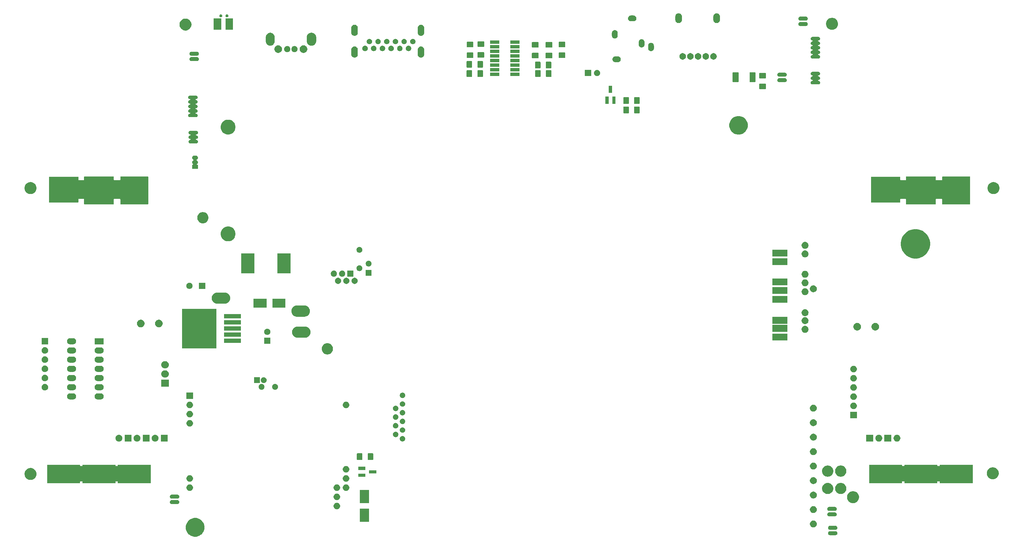
<source format=gts>
G04 #@! TF.GenerationSoftware,KiCad,Pcbnew,(5.1.5-0-10_14)*
G04 #@! TF.CreationDate,2020-07-09T12:53:03+12:00*
G04 #@! TF.ProjectId,PS2BaseMount,50533242-6173-4654-9d6f-756e742e6b69,rev?*
G04 #@! TF.SameCoordinates,Original*
G04 #@! TF.FileFunction,Soldermask,Top*
G04 #@! TF.FilePolarity,Negative*
%FSLAX46Y46*%
G04 Gerber Fmt 4.6, Leading zero omitted, Abs format (unit mm)*
G04 Created by KiCad (PCBNEW (5.1.5-0-10_14)) date 2020-07-09 12:53:03*
%MOMM*%
%LPD*%
G04 APERTURE LIST*
%ADD10C,0.100000*%
G04 APERTURE END LIST*
D10*
G36*
X63660866Y-168818139D02*
G01*
X63827725Y-168851329D01*
X64299257Y-169046644D01*
X64541987Y-169208832D01*
X64723624Y-169330197D01*
X65084520Y-169691093D01*
X65205885Y-169872730D01*
X65368073Y-170115460D01*
X65531979Y-170511165D01*
X65563388Y-170586993D01*
X65662958Y-171087566D01*
X65662958Y-171597952D01*
X65631202Y-171757600D01*
X65563388Y-172098526D01*
X65368073Y-172570058D01*
X65319735Y-172642400D01*
X65084520Y-172994425D01*
X64723624Y-173355321D01*
X64641256Y-173410357D01*
X64299257Y-173638874D01*
X63827725Y-173834189D01*
X63660866Y-173867379D01*
X63327151Y-173933759D01*
X62816765Y-173933759D01*
X62483050Y-173867379D01*
X62316191Y-173834189D01*
X61844659Y-173638874D01*
X61502660Y-173410357D01*
X61420292Y-173355321D01*
X61059396Y-172994425D01*
X60824181Y-172642400D01*
X60775843Y-172570058D01*
X60580528Y-172098526D01*
X60512714Y-171757600D01*
X60480958Y-171597952D01*
X60480958Y-171087566D01*
X60580528Y-170586993D01*
X60611937Y-170511165D01*
X60775843Y-170115460D01*
X60938031Y-169872730D01*
X61059396Y-169691093D01*
X61420292Y-169330197D01*
X61601929Y-169208832D01*
X61844659Y-169046644D01*
X62316191Y-168851329D01*
X62483050Y-168818139D01*
X62816765Y-168751759D01*
X63327151Y-168751759D01*
X63660866Y-168818139D01*
G37*
G36*
X240058015Y-172406973D02*
G01*
X240161879Y-172438479D01*
X240189055Y-172453005D01*
X240257600Y-172489643D01*
X240341501Y-172558499D01*
X240410357Y-172642400D01*
X240446995Y-172710945D01*
X240461521Y-172738121D01*
X240493027Y-172841985D01*
X240503666Y-172950000D01*
X240493027Y-173058015D01*
X240461521Y-173161879D01*
X240461519Y-173161882D01*
X240410357Y-173257600D01*
X240341501Y-173341501D01*
X240257600Y-173410357D01*
X240189055Y-173446995D01*
X240161879Y-173461521D01*
X240058015Y-173493027D01*
X239977067Y-173501000D01*
X238422933Y-173501000D01*
X238341985Y-173493027D01*
X238238121Y-173461521D01*
X238210945Y-173446995D01*
X238142400Y-173410357D01*
X238058499Y-173341501D01*
X237989643Y-173257600D01*
X237938481Y-173161882D01*
X237938479Y-173161879D01*
X237906973Y-173058015D01*
X237896334Y-172950000D01*
X237906973Y-172841985D01*
X237938479Y-172738121D01*
X237953005Y-172710945D01*
X237989643Y-172642400D01*
X238058499Y-172558499D01*
X238142400Y-172489643D01*
X238210945Y-172453005D01*
X238238121Y-172438479D01*
X238341985Y-172406973D01*
X238422933Y-172399000D01*
X239977067Y-172399000D01*
X240058015Y-172406973D01*
G37*
G36*
X240058015Y-170906973D02*
G01*
X240161879Y-170938479D01*
X240189055Y-170953005D01*
X240257600Y-170989643D01*
X240341501Y-171058499D01*
X240410357Y-171142400D01*
X240417728Y-171156191D01*
X240461521Y-171238121D01*
X240493027Y-171341985D01*
X240503666Y-171450000D01*
X240493027Y-171558015D01*
X240461521Y-171661879D01*
X240461519Y-171661882D01*
X240410357Y-171757600D01*
X240341501Y-171841501D01*
X240257600Y-171910357D01*
X240189055Y-171946995D01*
X240161879Y-171961521D01*
X240058015Y-171993027D01*
X239977067Y-172001000D01*
X238422933Y-172001000D01*
X238341985Y-171993027D01*
X238238121Y-171961521D01*
X238210945Y-171946995D01*
X238142400Y-171910357D01*
X238058499Y-171841501D01*
X237989643Y-171757600D01*
X237938481Y-171661882D01*
X237938479Y-171661879D01*
X237906973Y-171558015D01*
X237896334Y-171450000D01*
X237906973Y-171341985D01*
X237938479Y-171238121D01*
X237982272Y-171156191D01*
X237989643Y-171142400D01*
X238058499Y-171058499D01*
X238142400Y-170989643D01*
X238210945Y-170953005D01*
X238238121Y-170938479D01*
X238341985Y-170906973D01*
X238422933Y-170899000D01*
X239977067Y-170899000D01*
X240058015Y-170906973D01*
G37*
G36*
X234122895Y-169503046D02*
G01*
X234295966Y-169574734D01*
X234295967Y-169574735D01*
X234451727Y-169678810D01*
X234584190Y-169811273D01*
X234584191Y-169811275D01*
X234688266Y-169967034D01*
X234759954Y-170140105D01*
X234796500Y-170323833D01*
X234796500Y-170511167D01*
X234759954Y-170694895D01*
X234688266Y-170867966D01*
X234688265Y-170867967D01*
X234584190Y-171023727D01*
X234451727Y-171156190D01*
X234373318Y-171208581D01*
X234295966Y-171260266D01*
X234122895Y-171331954D01*
X233939167Y-171368500D01*
X233751833Y-171368500D01*
X233568105Y-171331954D01*
X233395034Y-171260266D01*
X233317682Y-171208581D01*
X233239273Y-171156190D01*
X233106810Y-171023727D01*
X233002735Y-170867967D01*
X233002734Y-170867966D01*
X232931046Y-170694895D01*
X232894500Y-170511167D01*
X232894500Y-170323833D01*
X232931046Y-170140105D01*
X233002734Y-169967034D01*
X233106809Y-169811275D01*
X233106810Y-169811273D01*
X233239273Y-169678810D01*
X233395033Y-169574735D01*
X233395034Y-169574734D01*
X233568105Y-169503046D01*
X233751833Y-169466500D01*
X233939167Y-169466500D01*
X234122895Y-169503046D01*
G37*
G36*
X111105000Y-169816000D02*
G01*
X108603000Y-169816000D01*
X108603000Y-166214000D01*
X111105000Y-166214000D01*
X111105000Y-169816000D01*
G37*
G36*
X239858015Y-167206973D02*
G01*
X239961879Y-167238479D01*
X239989055Y-167253005D01*
X240057600Y-167289643D01*
X240141501Y-167358499D01*
X240210357Y-167442400D01*
X240246995Y-167510945D01*
X240261521Y-167538121D01*
X240293027Y-167641985D01*
X240303666Y-167750000D01*
X240293027Y-167858015D01*
X240261521Y-167961879D01*
X240261519Y-167961882D01*
X240210357Y-168057600D01*
X240141501Y-168141501D01*
X240057600Y-168210357D01*
X239989055Y-168246995D01*
X239961879Y-168261521D01*
X239858015Y-168293027D01*
X239777067Y-168301000D01*
X238222933Y-168301000D01*
X238141985Y-168293027D01*
X238038121Y-168261521D01*
X238010945Y-168246995D01*
X237942400Y-168210357D01*
X237858499Y-168141501D01*
X237789643Y-168057600D01*
X237738481Y-167961882D01*
X237738479Y-167961879D01*
X237706973Y-167858015D01*
X237696334Y-167750000D01*
X237706973Y-167641985D01*
X237738479Y-167538121D01*
X237753005Y-167510945D01*
X237789643Y-167442400D01*
X237858499Y-167358499D01*
X237942400Y-167289643D01*
X238010945Y-167253005D01*
X238038121Y-167238479D01*
X238141985Y-167206973D01*
X238222933Y-167199000D01*
X239777067Y-167199000D01*
X239858015Y-167206973D01*
G37*
G36*
X234122895Y-165503046D02*
G01*
X234295966Y-165574734D01*
X234295967Y-165574735D01*
X234451727Y-165678810D01*
X234584190Y-165811273D01*
X234584191Y-165811275D01*
X234688266Y-165967034D01*
X234759954Y-166140105D01*
X234796500Y-166323833D01*
X234796500Y-166511167D01*
X234759954Y-166694895D01*
X234688266Y-166867966D01*
X234688265Y-166867967D01*
X234584190Y-167023727D01*
X234451727Y-167156190D01*
X234373318Y-167208581D01*
X234295966Y-167260266D01*
X234122895Y-167331954D01*
X233939167Y-167368500D01*
X233751833Y-167368500D01*
X233568105Y-167331954D01*
X233395034Y-167260266D01*
X233317682Y-167208581D01*
X233239273Y-167156190D01*
X233106810Y-167023727D01*
X233002735Y-166867967D01*
X233002734Y-166867966D01*
X232931046Y-166694895D01*
X232894500Y-166511167D01*
X232894500Y-166323833D01*
X232931046Y-166140105D01*
X233002734Y-165967034D01*
X233106809Y-165811275D01*
X233106810Y-165811273D01*
X233239273Y-165678810D01*
X233395033Y-165574735D01*
X233395034Y-165574734D01*
X233568105Y-165503046D01*
X233751833Y-165466500D01*
X233939167Y-165466500D01*
X234122895Y-165503046D01*
G37*
G36*
X239858015Y-165706973D02*
G01*
X239961879Y-165738479D01*
X239989055Y-165753005D01*
X240057600Y-165789643D01*
X240141501Y-165858499D01*
X240210357Y-165942400D01*
X240246995Y-166010945D01*
X240261521Y-166038121D01*
X240293027Y-166141985D01*
X240303666Y-166250000D01*
X240293027Y-166358015D01*
X240261521Y-166461879D01*
X240261519Y-166461882D01*
X240210357Y-166557600D01*
X240141501Y-166641501D01*
X240057600Y-166710357D01*
X239989055Y-166746995D01*
X239961879Y-166761521D01*
X239858015Y-166793027D01*
X239777067Y-166801000D01*
X238222933Y-166801000D01*
X238141985Y-166793027D01*
X238038121Y-166761521D01*
X238010945Y-166746995D01*
X237942400Y-166710357D01*
X237858499Y-166641501D01*
X237789643Y-166557600D01*
X237738481Y-166461882D01*
X237738479Y-166461879D01*
X237706973Y-166358015D01*
X237696334Y-166250000D01*
X237706973Y-166141985D01*
X237738479Y-166038121D01*
X237753005Y-166010945D01*
X237789643Y-165942400D01*
X237858499Y-165858499D01*
X237942400Y-165789643D01*
X238010945Y-165753005D01*
X238038121Y-165738479D01*
X238141985Y-165706973D01*
X238222933Y-165699000D01*
X239777067Y-165699000D01*
X239858015Y-165706973D01*
G37*
G36*
X102325470Y-164556686D02*
G01*
X102474770Y-164586383D01*
X102638742Y-164654303D01*
X102786312Y-164752906D01*
X102911811Y-164878405D01*
X103010414Y-165025975D01*
X103078334Y-165189947D01*
X103112958Y-165364018D01*
X103112958Y-165541500D01*
X103078334Y-165715571D01*
X103010414Y-165879543D01*
X102911811Y-166027113D01*
X102786312Y-166152612D01*
X102638742Y-166251215D01*
X102474770Y-166319135D01*
X102325470Y-166348832D01*
X102300700Y-166353759D01*
X102123216Y-166353759D01*
X102098446Y-166348832D01*
X101949146Y-166319135D01*
X101785174Y-166251215D01*
X101637604Y-166152612D01*
X101512105Y-166027113D01*
X101413502Y-165879543D01*
X101345582Y-165715571D01*
X101310958Y-165541500D01*
X101310958Y-165364018D01*
X101345582Y-165189947D01*
X101413502Y-165025975D01*
X101512105Y-164878405D01*
X101637604Y-164752906D01*
X101785174Y-164654303D01*
X101949146Y-164586383D01*
X102098446Y-164556686D01*
X102123216Y-164551759D01*
X102300700Y-164551759D01*
X102325470Y-164556686D01*
G37*
G36*
X58258015Y-163806973D02*
G01*
X58361879Y-163838479D01*
X58389055Y-163853005D01*
X58457600Y-163889643D01*
X58541501Y-163958499D01*
X58610357Y-164042400D01*
X58646995Y-164110945D01*
X58661521Y-164138121D01*
X58693027Y-164241985D01*
X58703666Y-164350000D01*
X58693027Y-164458015D01*
X58661521Y-164561879D01*
X58647798Y-164587553D01*
X58610357Y-164657600D01*
X58541501Y-164741501D01*
X58457600Y-164810357D01*
X58389055Y-164846995D01*
X58361879Y-164861521D01*
X58258015Y-164893027D01*
X58177067Y-164901000D01*
X56622933Y-164901000D01*
X56541985Y-164893027D01*
X56438121Y-164861521D01*
X56410945Y-164846995D01*
X56342400Y-164810357D01*
X56258499Y-164741501D01*
X56189643Y-164657600D01*
X56152202Y-164587553D01*
X56138479Y-164561879D01*
X56106973Y-164458015D01*
X56096334Y-164350000D01*
X56106973Y-164241985D01*
X56138479Y-164138121D01*
X56153005Y-164110945D01*
X56189643Y-164042400D01*
X56258499Y-163958499D01*
X56342400Y-163889643D01*
X56410945Y-163853005D01*
X56438121Y-163838479D01*
X56541985Y-163806973D01*
X56622933Y-163799000D01*
X58177067Y-163799000D01*
X58258015Y-163806973D01*
G37*
G36*
X245175256Y-161391298D02*
G01*
X245281579Y-161412447D01*
X245412074Y-161466500D01*
X245500307Y-161503047D01*
X245582042Y-161536903D01*
X245852451Y-161717585D01*
X246082415Y-161947549D01*
X246211076Y-162140104D01*
X246263098Y-162217960D01*
X246387553Y-162518422D01*
X246451000Y-162837389D01*
X246451000Y-163162611D01*
X246417315Y-163331954D01*
X246387553Y-163481579D01*
X246263097Y-163782042D01*
X246082415Y-164052451D01*
X245852451Y-164282415D01*
X245582042Y-164463097D01*
X245281579Y-164587553D01*
X245175256Y-164608702D01*
X244962611Y-164651000D01*
X244637389Y-164651000D01*
X244424744Y-164608702D01*
X244318421Y-164587553D01*
X244017958Y-164463097D01*
X243747549Y-164282415D01*
X243517585Y-164052451D01*
X243336903Y-163782042D01*
X243212447Y-163481579D01*
X243182685Y-163331954D01*
X243149000Y-163162611D01*
X243149000Y-162837389D01*
X243212447Y-162518422D01*
X243336902Y-162217960D01*
X243388924Y-162140104D01*
X243517585Y-161947549D01*
X243747549Y-161717585D01*
X244017958Y-161536903D01*
X244099694Y-161503047D01*
X244187926Y-161466500D01*
X244318421Y-161412447D01*
X244424744Y-161391298D01*
X244637389Y-161349000D01*
X244962611Y-161349000D01*
X245175256Y-161391298D01*
G37*
G36*
X111105000Y-164616000D02*
G01*
X108603000Y-164616000D01*
X108603000Y-161014000D01*
X111105000Y-161014000D01*
X111105000Y-164616000D01*
G37*
G36*
X102325470Y-162016686D02*
G01*
X102474770Y-162046383D01*
X102638742Y-162114303D01*
X102786312Y-162212906D01*
X102911811Y-162338405D01*
X103010414Y-162485975D01*
X103078334Y-162649947D01*
X103112958Y-162824018D01*
X103112958Y-163001500D01*
X103078334Y-163175571D01*
X103010414Y-163339543D01*
X102911811Y-163487113D01*
X102786312Y-163612612D01*
X102638742Y-163711215D01*
X102474770Y-163779135D01*
X102334815Y-163806973D01*
X102300700Y-163813759D01*
X102123216Y-163813759D01*
X102089101Y-163806973D01*
X101949146Y-163779135D01*
X101785174Y-163711215D01*
X101637604Y-163612612D01*
X101512105Y-163487113D01*
X101413502Y-163339543D01*
X101345582Y-163175571D01*
X101310958Y-163001500D01*
X101310958Y-162824018D01*
X101345582Y-162649947D01*
X101413502Y-162485975D01*
X101512105Y-162338405D01*
X101637604Y-162212906D01*
X101785174Y-162114303D01*
X101949146Y-162046383D01*
X102098446Y-162016686D01*
X102123216Y-162011759D01*
X102300700Y-162011759D01*
X102325470Y-162016686D01*
G37*
G36*
X58258015Y-162306973D02*
G01*
X58361879Y-162338479D01*
X58389055Y-162353005D01*
X58457600Y-162389643D01*
X58541501Y-162458499D01*
X58610357Y-162542400D01*
X58646995Y-162610945D01*
X58661521Y-162638121D01*
X58693027Y-162741985D01*
X58703666Y-162850000D01*
X58693027Y-162958015D01*
X58661521Y-163061879D01*
X58661519Y-163061882D01*
X58610357Y-163157600D01*
X58541501Y-163241501D01*
X58457600Y-163310357D01*
X58403000Y-163339541D01*
X58361879Y-163361521D01*
X58258015Y-163393027D01*
X58177067Y-163401000D01*
X56622933Y-163401000D01*
X56541985Y-163393027D01*
X56438121Y-163361521D01*
X56397000Y-163339541D01*
X56342400Y-163310357D01*
X56258499Y-163241501D01*
X56189643Y-163157600D01*
X56138481Y-163061882D01*
X56138479Y-163061879D01*
X56106973Y-162958015D01*
X56096334Y-162850000D01*
X56106973Y-162741985D01*
X56138479Y-162638121D01*
X56153005Y-162610945D01*
X56189643Y-162542400D01*
X56258499Y-162458499D01*
X56342400Y-162389643D01*
X56410945Y-162353005D01*
X56438121Y-162338479D01*
X56541985Y-162306973D01*
X56622933Y-162299000D01*
X58177067Y-162299000D01*
X58258015Y-162306973D01*
G37*
G36*
X234122895Y-161503046D02*
G01*
X234295966Y-161574734D01*
X234316875Y-161588705D01*
X234451727Y-161678810D01*
X234584190Y-161811273D01*
X234584191Y-161811275D01*
X234688266Y-161967034D01*
X234759954Y-162140105D01*
X234796500Y-162323833D01*
X234796500Y-162511167D01*
X234759954Y-162694895D01*
X234688266Y-162867966D01*
X234688265Y-162867967D01*
X234584190Y-163023727D01*
X234451727Y-163156190D01*
X234422721Y-163175571D01*
X234295966Y-163260266D01*
X234122895Y-163331954D01*
X233939167Y-163368500D01*
X233751833Y-163368500D01*
X233568105Y-163331954D01*
X233395034Y-163260266D01*
X233268279Y-163175571D01*
X233239273Y-163156190D01*
X233106810Y-163023727D01*
X233002735Y-162867967D01*
X233002734Y-162867966D01*
X232931046Y-162694895D01*
X232894500Y-162511167D01*
X232894500Y-162323833D01*
X232931046Y-162140105D01*
X233002734Y-161967034D01*
X233106809Y-161811275D01*
X233106810Y-161811273D01*
X233239273Y-161678810D01*
X233374125Y-161588705D01*
X233395034Y-161574734D01*
X233568105Y-161503046D01*
X233751833Y-161466500D01*
X233939167Y-161466500D01*
X234122895Y-161503046D01*
G37*
G36*
X238102585Y-159078802D02*
G01*
X238252410Y-159108604D01*
X238534674Y-159225521D01*
X238788705Y-159395259D01*
X239004741Y-159611295D01*
X239174479Y-159865326D01*
X239291396Y-160147590D01*
X239351000Y-160447240D01*
X239351000Y-160752760D01*
X239291396Y-161052410D01*
X239174479Y-161334674D01*
X239004741Y-161588705D01*
X238788705Y-161804741D01*
X238534674Y-161974479D01*
X238252410Y-162091396D01*
X238102585Y-162121198D01*
X237952761Y-162151000D01*
X237647239Y-162151000D01*
X237497415Y-162121198D01*
X237347590Y-162091396D01*
X237065326Y-161974479D01*
X236811295Y-161804741D01*
X236595259Y-161588705D01*
X236425521Y-161334674D01*
X236308604Y-161052410D01*
X236249000Y-160752760D01*
X236249000Y-160447240D01*
X236308604Y-160147590D01*
X236425521Y-159865326D01*
X236595259Y-159611295D01*
X236811295Y-159395259D01*
X237065326Y-159225521D01*
X237347590Y-159108604D01*
X237497415Y-159078802D01*
X237647239Y-159049000D01*
X237952761Y-159049000D01*
X238102585Y-159078802D01*
G37*
G36*
X241702585Y-159078802D02*
G01*
X241852410Y-159108604D01*
X242134674Y-159225521D01*
X242388705Y-159395259D01*
X242604741Y-159611295D01*
X242774479Y-159865326D01*
X242891396Y-160147590D01*
X242951000Y-160447240D01*
X242951000Y-160752760D01*
X242891396Y-161052410D01*
X242774479Y-161334674D01*
X242604741Y-161588705D01*
X242388705Y-161804741D01*
X242134674Y-161974479D01*
X241852410Y-162091396D01*
X241702585Y-162121198D01*
X241552761Y-162151000D01*
X241247239Y-162151000D01*
X241097415Y-162121198D01*
X240947590Y-162091396D01*
X240665326Y-161974479D01*
X240411295Y-161804741D01*
X240195259Y-161588705D01*
X240025521Y-161334674D01*
X239908604Y-161052410D01*
X239849000Y-160752760D01*
X239849000Y-160447240D01*
X239908604Y-160147590D01*
X240025521Y-159865326D01*
X240195259Y-159611295D01*
X240411295Y-159395259D01*
X240665326Y-159225521D01*
X240947590Y-159108604D01*
X241097415Y-159078802D01*
X241247239Y-159049000D01*
X241552761Y-159049000D01*
X241702585Y-159078802D01*
G37*
G36*
X104865470Y-159476686D02*
G01*
X105014770Y-159506383D01*
X105178742Y-159574303D01*
X105326312Y-159672906D01*
X105451811Y-159798405D01*
X105550414Y-159945975D01*
X105618334Y-160109947D01*
X105652958Y-160284018D01*
X105652958Y-160461500D01*
X105618334Y-160635571D01*
X105550414Y-160799543D01*
X105451811Y-160947113D01*
X105326312Y-161072612D01*
X105178742Y-161171215D01*
X105014770Y-161239135D01*
X104865470Y-161268832D01*
X104840700Y-161273759D01*
X104663216Y-161273759D01*
X104638446Y-161268832D01*
X104489146Y-161239135D01*
X104325174Y-161171215D01*
X104177604Y-161072612D01*
X104052105Y-160947113D01*
X103953502Y-160799543D01*
X103885582Y-160635571D01*
X103850958Y-160461500D01*
X103850958Y-160284018D01*
X103885582Y-160109947D01*
X103953502Y-159945975D01*
X104052105Y-159798405D01*
X104177604Y-159672906D01*
X104325174Y-159574303D01*
X104489146Y-159506383D01*
X104638446Y-159476686D01*
X104663216Y-159471759D01*
X104840700Y-159471759D01*
X104865470Y-159476686D01*
G37*
G36*
X102325470Y-159476686D02*
G01*
X102474770Y-159506383D01*
X102638742Y-159574303D01*
X102786312Y-159672906D01*
X102911811Y-159798405D01*
X103010414Y-159945975D01*
X103078334Y-160109947D01*
X103112958Y-160284018D01*
X103112958Y-160461500D01*
X103078334Y-160635571D01*
X103010414Y-160799543D01*
X102911811Y-160947113D01*
X102786312Y-161072612D01*
X102638742Y-161171215D01*
X102474770Y-161239135D01*
X102325470Y-161268832D01*
X102300700Y-161273759D01*
X102123216Y-161273759D01*
X102098446Y-161268832D01*
X101949146Y-161239135D01*
X101785174Y-161171215D01*
X101637604Y-161072612D01*
X101512105Y-160947113D01*
X101413502Y-160799543D01*
X101345582Y-160635571D01*
X101310958Y-160461500D01*
X101310958Y-160284018D01*
X101345582Y-160109947D01*
X101413502Y-159945975D01*
X101512105Y-159798405D01*
X101637604Y-159672906D01*
X101785174Y-159574303D01*
X101949146Y-159506383D01*
X102098446Y-159476686D01*
X102123216Y-159471759D01*
X102300700Y-159471759D01*
X102325470Y-159476686D01*
G37*
G36*
X61685470Y-159476686D02*
G01*
X61834770Y-159506383D01*
X61998742Y-159574303D01*
X62146312Y-159672906D01*
X62271811Y-159798405D01*
X62370414Y-159945975D01*
X62438334Y-160109947D01*
X62472958Y-160284018D01*
X62472958Y-160461500D01*
X62438334Y-160635571D01*
X62370414Y-160799543D01*
X62271811Y-160947113D01*
X62146312Y-161072612D01*
X61998742Y-161171215D01*
X61834770Y-161239135D01*
X61685470Y-161268832D01*
X61660700Y-161273759D01*
X61483216Y-161273759D01*
X61458446Y-161268832D01*
X61309146Y-161239135D01*
X61145174Y-161171215D01*
X60997604Y-161072612D01*
X60872105Y-160947113D01*
X60773502Y-160799543D01*
X60705582Y-160635571D01*
X60670958Y-160461500D01*
X60670958Y-160284018D01*
X60705582Y-160109947D01*
X60773502Y-159945975D01*
X60872105Y-159798405D01*
X60997604Y-159672906D01*
X61145174Y-159574303D01*
X61309146Y-159506383D01*
X61458446Y-159476686D01*
X61483216Y-159471759D01*
X61660700Y-159471759D01*
X61685470Y-159476686D01*
G37*
G36*
X234122895Y-157503046D02*
G01*
X234295966Y-157574734D01*
X234295967Y-157574735D01*
X234451727Y-157678810D01*
X234584190Y-157811273D01*
X234618818Y-157863098D01*
X234688266Y-157967034D01*
X234759954Y-158140105D01*
X234796500Y-158323833D01*
X234796500Y-158511167D01*
X234759954Y-158694895D01*
X234688266Y-158867966D01*
X234688265Y-158867967D01*
X234584190Y-159023727D01*
X234451727Y-159156190D01*
X234373318Y-159208581D01*
X234295966Y-159260266D01*
X234122895Y-159331954D01*
X233939167Y-159368500D01*
X233751833Y-159368500D01*
X233568105Y-159331954D01*
X233395034Y-159260266D01*
X233317682Y-159208581D01*
X233239273Y-159156190D01*
X233106810Y-159023727D01*
X233002735Y-158867967D01*
X233002734Y-158867966D01*
X232931046Y-158694895D01*
X232894500Y-158511167D01*
X232894500Y-158323833D01*
X232931046Y-158140105D01*
X233002734Y-157967034D01*
X233072182Y-157863098D01*
X233106810Y-157811273D01*
X233239273Y-157678810D01*
X233395033Y-157574735D01*
X233395034Y-157574734D01*
X233568105Y-157503046D01*
X233751833Y-157466500D01*
X233939167Y-157466500D01*
X234122895Y-157503046D01*
G37*
G36*
X258313999Y-154049737D02*
G01*
X258323608Y-154052652D01*
X258332472Y-154057390D01*
X258340237Y-154063763D01*
X258346610Y-154071528D01*
X258351348Y-154080392D01*
X258354263Y-154090001D01*
X258355852Y-154106140D01*
X258355852Y-154273149D01*
X258358254Y-154297535D01*
X258365367Y-154320984D01*
X258376918Y-154342595D01*
X258392463Y-154361537D01*
X258411405Y-154377082D01*
X258433016Y-154388633D01*
X258456465Y-154395746D01*
X258480851Y-154398148D01*
X258878001Y-154398148D01*
X258902387Y-154395746D01*
X258925836Y-154388633D01*
X258947447Y-154377082D01*
X258966389Y-154361537D01*
X258981934Y-154342595D01*
X258993485Y-154320984D01*
X259000598Y-154297535D01*
X259003000Y-154273149D01*
X259003000Y-154049000D01*
X268105000Y-154049000D01*
X268105000Y-154273149D01*
X268107402Y-154297535D01*
X268114515Y-154320984D01*
X268126066Y-154342595D01*
X268141611Y-154361537D01*
X268160553Y-154377082D01*
X268182164Y-154388633D01*
X268205613Y-154395746D01*
X268229999Y-154398148D01*
X268628001Y-154398148D01*
X268652387Y-154395746D01*
X268675836Y-154388633D01*
X268697447Y-154377082D01*
X268716389Y-154361537D01*
X268731934Y-154342595D01*
X268743485Y-154320984D01*
X268750598Y-154297535D01*
X268753000Y-154273149D01*
X268753000Y-154049000D01*
X277855000Y-154049000D01*
X277855000Y-159151000D01*
X268753000Y-159151000D01*
X268753000Y-158726851D01*
X268750598Y-158702465D01*
X268743485Y-158679016D01*
X268731934Y-158657405D01*
X268716389Y-158638463D01*
X268697447Y-158622918D01*
X268675836Y-158611367D01*
X268652387Y-158604254D01*
X268628001Y-158601852D01*
X268229999Y-158601852D01*
X268205613Y-158604254D01*
X268182164Y-158611367D01*
X268160553Y-158622918D01*
X268141611Y-158638463D01*
X268126066Y-158657405D01*
X268114515Y-158679016D01*
X268107402Y-158702465D01*
X268105000Y-158726851D01*
X268105000Y-159151000D01*
X259003000Y-159151000D01*
X259003000Y-158726851D01*
X259000598Y-158702465D01*
X258993485Y-158679016D01*
X258981934Y-158657405D01*
X258966389Y-158638463D01*
X258947447Y-158622918D01*
X258925836Y-158611367D01*
X258902387Y-158604254D01*
X258878001Y-158601852D01*
X258480851Y-158601852D01*
X258456465Y-158604254D01*
X258433016Y-158611367D01*
X258411405Y-158622918D01*
X258392463Y-158638463D01*
X258376918Y-158657405D01*
X258365367Y-158679016D01*
X258358254Y-158702465D01*
X258355852Y-158726851D01*
X258355852Y-159093860D01*
X258354263Y-159109999D01*
X258351348Y-159119608D01*
X258346610Y-159128472D01*
X258340237Y-159136237D01*
X258332472Y-159142610D01*
X258323608Y-159147348D01*
X258313999Y-159150263D01*
X258297860Y-159151852D01*
X249310140Y-159151852D01*
X249294001Y-159150263D01*
X249284392Y-159147348D01*
X249275528Y-159142610D01*
X249267763Y-159136237D01*
X249261390Y-159128472D01*
X249256652Y-159119608D01*
X249253737Y-159109999D01*
X249252148Y-159093860D01*
X249252148Y-154106140D01*
X249253737Y-154090001D01*
X249256652Y-154080392D01*
X249261390Y-154071528D01*
X249267763Y-154063763D01*
X249275528Y-154057390D01*
X249284392Y-154052652D01*
X249294001Y-154049737D01*
X249310140Y-154048148D01*
X258297860Y-154048148D01*
X258313999Y-154049737D01*
G37*
G36*
X31259999Y-154049737D02*
G01*
X31269608Y-154052652D01*
X31278472Y-154057390D01*
X31286237Y-154063763D01*
X31292610Y-154071528D01*
X31297348Y-154080392D01*
X31300263Y-154090001D01*
X31301852Y-154106140D01*
X31301852Y-154273149D01*
X31304254Y-154297535D01*
X31311367Y-154320984D01*
X31322918Y-154342595D01*
X31338463Y-154361537D01*
X31357405Y-154377082D01*
X31379016Y-154388633D01*
X31402465Y-154395746D01*
X31426851Y-154398148D01*
X31824001Y-154398148D01*
X31848387Y-154395746D01*
X31871836Y-154388633D01*
X31893447Y-154377082D01*
X31912389Y-154361537D01*
X31927934Y-154342595D01*
X31939485Y-154320984D01*
X31946598Y-154297535D01*
X31949000Y-154273149D01*
X31949000Y-154049000D01*
X41051000Y-154049000D01*
X41051000Y-154273149D01*
X41053402Y-154297535D01*
X41060515Y-154320984D01*
X41072066Y-154342595D01*
X41087611Y-154361537D01*
X41106553Y-154377082D01*
X41128164Y-154388633D01*
X41151613Y-154395746D01*
X41175999Y-154398148D01*
X41574001Y-154398148D01*
X41598387Y-154395746D01*
X41621836Y-154388633D01*
X41643447Y-154377082D01*
X41662389Y-154361537D01*
X41677934Y-154342595D01*
X41689485Y-154320984D01*
X41696598Y-154297535D01*
X41699000Y-154273149D01*
X41699000Y-154049000D01*
X50801000Y-154049000D01*
X50801000Y-159151000D01*
X41699000Y-159151000D01*
X41699000Y-158726851D01*
X41696598Y-158702465D01*
X41689485Y-158679016D01*
X41677934Y-158657405D01*
X41662389Y-158638463D01*
X41643447Y-158622918D01*
X41621836Y-158611367D01*
X41598387Y-158604254D01*
X41574001Y-158601852D01*
X41175999Y-158601852D01*
X41151613Y-158604254D01*
X41128164Y-158611367D01*
X41106553Y-158622918D01*
X41087611Y-158638463D01*
X41072066Y-158657405D01*
X41060515Y-158679016D01*
X41053402Y-158702465D01*
X41051000Y-158726851D01*
X41051000Y-159151000D01*
X31949000Y-159151000D01*
X31949000Y-158726851D01*
X31946598Y-158702465D01*
X31939485Y-158679016D01*
X31927934Y-158657405D01*
X31912389Y-158638463D01*
X31893447Y-158622918D01*
X31871836Y-158611367D01*
X31848387Y-158604254D01*
X31824001Y-158601852D01*
X31426851Y-158601852D01*
X31402465Y-158604254D01*
X31379016Y-158611367D01*
X31357405Y-158622918D01*
X31338463Y-158638463D01*
X31322918Y-158657405D01*
X31311367Y-158679016D01*
X31304254Y-158702465D01*
X31301852Y-158726851D01*
X31301852Y-159093860D01*
X31300263Y-159109999D01*
X31297348Y-159119608D01*
X31292610Y-159128472D01*
X31286237Y-159136237D01*
X31278472Y-159142610D01*
X31269608Y-159147348D01*
X31259999Y-159150263D01*
X31243860Y-159151852D01*
X22256140Y-159151852D01*
X22240001Y-159150263D01*
X22230392Y-159147348D01*
X22221528Y-159142610D01*
X22213763Y-159136237D01*
X22207390Y-159128472D01*
X22202652Y-159119608D01*
X22199737Y-159109999D01*
X22198148Y-159093860D01*
X22198148Y-154106140D01*
X22199737Y-154090001D01*
X22202652Y-154080392D01*
X22207390Y-154071528D01*
X22213763Y-154063763D01*
X22221528Y-154057390D01*
X22230392Y-154052652D01*
X22240001Y-154049737D01*
X22256140Y-154048148D01*
X31243860Y-154048148D01*
X31259999Y-154049737D01*
G37*
G36*
X104865470Y-156936686D02*
G01*
X105014770Y-156966383D01*
X105178742Y-157034303D01*
X105326312Y-157132906D01*
X105451811Y-157258405D01*
X105550414Y-157405975D01*
X105618334Y-157569947D01*
X105652958Y-157744018D01*
X105652958Y-157921500D01*
X105618334Y-158095571D01*
X105550414Y-158259543D01*
X105451811Y-158407113D01*
X105326312Y-158532612D01*
X105178742Y-158631215D01*
X105014770Y-158699135D01*
X104865470Y-158728832D01*
X104840700Y-158733759D01*
X104663216Y-158733759D01*
X104638446Y-158728832D01*
X104489146Y-158699135D01*
X104325174Y-158631215D01*
X104177604Y-158532612D01*
X104052105Y-158407113D01*
X103953502Y-158259543D01*
X103885582Y-158095571D01*
X103850958Y-157921500D01*
X103850958Y-157744018D01*
X103885582Y-157569947D01*
X103953502Y-157405975D01*
X104052105Y-157258405D01*
X104177604Y-157132906D01*
X104325174Y-157034303D01*
X104489146Y-156966383D01*
X104638446Y-156936686D01*
X104663216Y-156931759D01*
X104840700Y-156931759D01*
X104865470Y-156936686D01*
G37*
G36*
X61685470Y-156936686D02*
G01*
X61834770Y-156966383D01*
X61998742Y-157034303D01*
X62146312Y-157132906D01*
X62271811Y-157258405D01*
X62370414Y-157405975D01*
X62438334Y-157569947D01*
X62472958Y-157744018D01*
X62472958Y-157921500D01*
X62438334Y-158095571D01*
X62370414Y-158259543D01*
X62271811Y-158407113D01*
X62146312Y-158532612D01*
X61998742Y-158631215D01*
X61834770Y-158699135D01*
X61685470Y-158728832D01*
X61660700Y-158733759D01*
X61483216Y-158733759D01*
X61458446Y-158728832D01*
X61309146Y-158699135D01*
X61145174Y-158631215D01*
X60997604Y-158532612D01*
X60872105Y-158407113D01*
X60773502Y-158259543D01*
X60705582Y-158095571D01*
X60670958Y-157921500D01*
X60670958Y-157744018D01*
X60705582Y-157569947D01*
X60773502Y-157405975D01*
X60872105Y-157258405D01*
X60997604Y-157132906D01*
X61145174Y-157034303D01*
X61309146Y-156966383D01*
X61458446Y-156936686D01*
X61483216Y-156931759D01*
X61660700Y-156931759D01*
X61685470Y-156936686D01*
G37*
G36*
X17975256Y-154991298D02*
G01*
X18081579Y-155012447D01*
X18382042Y-155136903D01*
X18652451Y-155317585D01*
X18882415Y-155547549D01*
X19063097Y-155817958D01*
X19187553Y-156118421D01*
X19202539Y-156193759D01*
X19251000Y-156437389D01*
X19251000Y-156762611D01*
X19217354Y-156931759D01*
X19187553Y-157081579D01*
X19063097Y-157382042D01*
X18882415Y-157652451D01*
X18652451Y-157882415D01*
X18382042Y-158063097D01*
X18081579Y-158187553D01*
X17975256Y-158208702D01*
X17762611Y-158251000D01*
X17437389Y-158251000D01*
X17224744Y-158208702D01*
X17118421Y-158187553D01*
X16817958Y-158063097D01*
X16547549Y-157882415D01*
X16317585Y-157652451D01*
X16136903Y-157382042D01*
X16012447Y-157081579D01*
X15982646Y-156931759D01*
X15949000Y-156762611D01*
X15949000Y-156437389D01*
X15997461Y-156193759D01*
X16012447Y-156118421D01*
X16136903Y-155817958D01*
X16317585Y-155547549D01*
X16547549Y-155317585D01*
X16817958Y-155136903D01*
X17118421Y-155012447D01*
X17224744Y-154991298D01*
X17437389Y-154949000D01*
X17762611Y-154949000D01*
X17975256Y-154991298D01*
G37*
G36*
X283775256Y-154791298D02*
G01*
X283881579Y-154812447D01*
X284182042Y-154936903D01*
X284452451Y-155117585D01*
X284682415Y-155347549D01*
X284863097Y-155617958D01*
X284966301Y-155867113D01*
X284987553Y-155918422D01*
X285027336Y-156118421D01*
X285051000Y-156237391D01*
X285051000Y-156562609D01*
X284987553Y-156881579D01*
X284863097Y-157182042D01*
X284682415Y-157452451D01*
X284452451Y-157682415D01*
X284182042Y-157863097D01*
X283881579Y-157987553D01*
X283775256Y-158008702D01*
X283562611Y-158051000D01*
X283237389Y-158051000D01*
X283024744Y-158008702D01*
X282918421Y-157987553D01*
X282617958Y-157863097D01*
X282347549Y-157682415D01*
X282117585Y-157452451D01*
X281936903Y-157182042D01*
X281812447Y-156881579D01*
X281749000Y-156562609D01*
X281749000Y-156237391D01*
X281772665Y-156118421D01*
X281812447Y-155918422D01*
X281833700Y-155867113D01*
X281936903Y-155617958D01*
X282117585Y-155347549D01*
X282347549Y-155117585D01*
X282617958Y-154936903D01*
X282918421Y-154812447D01*
X283024744Y-154791298D01*
X283237389Y-154749000D01*
X283562611Y-154749000D01*
X283775256Y-154791298D01*
G37*
G36*
X110101000Y-157401000D02*
G01*
X108099000Y-157401000D01*
X108099000Y-156499000D01*
X110101000Y-156499000D01*
X110101000Y-157401000D01*
G37*
G36*
X241702585Y-154278802D02*
G01*
X241852410Y-154308604D01*
X242134674Y-154425521D01*
X242388705Y-154595259D01*
X242604741Y-154811295D01*
X242774479Y-155065326D01*
X242891396Y-155347590D01*
X242891396Y-155347591D01*
X242945176Y-155617958D01*
X242951000Y-155647240D01*
X242951000Y-155952760D01*
X242891396Y-156252410D01*
X242774479Y-156534674D01*
X242604741Y-156788705D01*
X242388705Y-157004741D01*
X242134674Y-157174479D01*
X241852410Y-157291396D01*
X241702585Y-157321198D01*
X241552761Y-157351000D01*
X241247239Y-157351000D01*
X241097415Y-157321198D01*
X240947590Y-157291396D01*
X240665326Y-157174479D01*
X240411295Y-157004741D01*
X240195259Y-156788705D01*
X240025521Y-156534674D01*
X239908604Y-156252410D01*
X239849000Y-155952760D01*
X239849000Y-155647240D01*
X239854825Y-155617958D01*
X239908604Y-155347591D01*
X239908604Y-155347590D01*
X240025521Y-155065326D01*
X240195259Y-154811295D01*
X240411295Y-154595259D01*
X240665326Y-154425521D01*
X240947590Y-154308604D01*
X241097415Y-154278802D01*
X241247239Y-154249000D01*
X241552761Y-154249000D01*
X241702585Y-154278802D01*
G37*
G36*
X238102585Y-154278802D02*
G01*
X238252410Y-154308604D01*
X238534674Y-154425521D01*
X238788705Y-154595259D01*
X239004741Y-154811295D01*
X239174479Y-155065326D01*
X239291396Y-155347590D01*
X239291396Y-155347591D01*
X239345176Y-155617958D01*
X239351000Y-155647240D01*
X239351000Y-155952760D01*
X239291396Y-156252410D01*
X239174479Y-156534674D01*
X239004741Y-156788705D01*
X238788705Y-157004741D01*
X238534674Y-157174479D01*
X238252410Y-157291396D01*
X238102585Y-157321198D01*
X237952761Y-157351000D01*
X237647239Y-157351000D01*
X237497415Y-157321198D01*
X237347590Y-157291396D01*
X237065326Y-157174479D01*
X236811295Y-157004741D01*
X236595259Y-156788705D01*
X236425521Y-156534674D01*
X236308604Y-156252410D01*
X236249000Y-155952760D01*
X236249000Y-155647240D01*
X236254825Y-155617958D01*
X236308604Y-155347591D01*
X236308604Y-155347590D01*
X236425521Y-155065326D01*
X236595259Y-154811295D01*
X236811295Y-154595259D01*
X237065326Y-154425521D01*
X237347590Y-154308604D01*
X237497415Y-154278802D01*
X237647239Y-154249000D01*
X237952761Y-154249000D01*
X238102585Y-154278802D01*
G37*
G36*
X113101000Y-156451000D02*
G01*
X111099000Y-156451000D01*
X111099000Y-155549000D01*
X113101000Y-155549000D01*
X113101000Y-156451000D01*
G37*
G36*
X104860744Y-154395746D02*
G01*
X105014770Y-154426383D01*
X105178742Y-154494303D01*
X105326312Y-154592906D01*
X105451811Y-154718405D01*
X105550414Y-154865975D01*
X105618334Y-155029947D01*
X105652958Y-155204018D01*
X105652958Y-155381500D01*
X105618334Y-155555571D01*
X105550414Y-155719543D01*
X105451811Y-155867113D01*
X105326312Y-155992612D01*
X105178742Y-156091215D01*
X105014770Y-156159135D01*
X104865470Y-156188832D01*
X104840700Y-156193759D01*
X104663216Y-156193759D01*
X104638446Y-156188832D01*
X104489146Y-156159135D01*
X104325174Y-156091215D01*
X104177604Y-155992612D01*
X104052105Y-155867113D01*
X103953502Y-155719543D01*
X103885582Y-155555571D01*
X103850958Y-155381500D01*
X103850958Y-155204018D01*
X103885582Y-155029947D01*
X103953502Y-154865975D01*
X104052105Y-154718405D01*
X104177604Y-154592906D01*
X104325174Y-154494303D01*
X104489146Y-154426383D01*
X104643172Y-154395746D01*
X104663216Y-154391759D01*
X104840700Y-154391759D01*
X104860744Y-154395746D01*
G37*
G36*
X110101000Y-155501000D02*
G01*
X108099000Y-155501000D01*
X108099000Y-154599000D01*
X110101000Y-154599000D01*
X110101000Y-155501000D01*
G37*
G36*
X234122895Y-153503046D02*
G01*
X234295966Y-153574734D01*
X234295967Y-153574735D01*
X234451727Y-153678810D01*
X234584190Y-153811273D01*
X234584191Y-153811275D01*
X234688266Y-153967034D01*
X234759954Y-154140105D01*
X234796500Y-154323833D01*
X234796500Y-154511167D01*
X234759954Y-154694895D01*
X234688266Y-154867966D01*
X234688265Y-154867967D01*
X234584190Y-155023727D01*
X234451727Y-155156190D01*
X234380148Y-155204017D01*
X234295966Y-155260266D01*
X234122895Y-155331954D01*
X233939167Y-155368500D01*
X233751833Y-155368500D01*
X233568105Y-155331954D01*
X233395034Y-155260266D01*
X233310852Y-155204017D01*
X233239273Y-155156190D01*
X233106810Y-155023727D01*
X233002735Y-154867967D01*
X233002734Y-154867966D01*
X232931046Y-154694895D01*
X232894500Y-154511167D01*
X232894500Y-154323833D01*
X232931046Y-154140105D01*
X233002734Y-153967034D01*
X233106809Y-153811275D01*
X233106810Y-153811273D01*
X233239273Y-153678810D01*
X233395033Y-153574735D01*
X233395034Y-153574734D01*
X233568105Y-153503046D01*
X233751833Y-153466500D01*
X233939167Y-153466500D01*
X234122895Y-153503046D01*
G37*
G36*
X109125562Y-150878181D02*
G01*
X109160481Y-150888774D01*
X109192663Y-150905976D01*
X109220873Y-150929127D01*
X109244024Y-150957337D01*
X109261226Y-150989519D01*
X109271819Y-151024438D01*
X109276000Y-151066895D01*
X109276000Y-152533105D01*
X109271819Y-152575562D01*
X109261226Y-152610481D01*
X109244024Y-152642663D01*
X109220873Y-152670873D01*
X109192663Y-152694024D01*
X109160481Y-152711226D01*
X109125562Y-152721819D01*
X109083105Y-152726000D01*
X107941895Y-152726000D01*
X107899438Y-152721819D01*
X107864519Y-152711226D01*
X107832337Y-152694024D01*
X107804127Y-152670873D01*
X107780976Y-152642663D01*
X107763774Y-152610481D01*
X107753181Y-152575562D01*
X107749000Y-152533105D01*
X107749000Y-151066895D01*
X107753181Y-151024438D01*
X107763774Y-150989519D01*
X107780976Y-150957337D01*
X107804127Y-150929127D01*
X107832337Y-150905976D01*
X107864519Y-150888774D01*
X107899438Y-150878181D01*
X107941895Y-150874000D01*
X109083105Y-150874000D01*
X109125562Y-150878181D01*
G37*
G36*
X112100562Y-150878181D02*
G01*
X112135481Y-150888774D01*
X112167663Y-150905976D01*
X112195873Y-150929127D01*
X112219024Y-150957337D01*
X112236226Y-150989519D01*
X112246819Y-151024438D01*
X112251000Y-151066895D01*
X112251000Y-152533105D01*
X112246819Y-152575562D01*
X112236226Y-152610481D01*
X112219024Y-152642663D01*
X112195873Y-152670873D01*
X112167663Y-152694024D01*
X112135481Y-152711226D01*
X112100562Y-152721819D01*
X112058105Y-152726000D01*
X110916895Y-152726000D01*
X110874438Y-152721819D01*
X110839519Y-152711226D01*
X110807337Y-152694024D01*
X110779127Y-152670873D01*
X110755976Y-152642663D01*
X110738774Y-152610481D01*
X110728181Y-152575562D01*
X110724000Y-152533105D01*
X110724000Y-151066895D01*
X110728181Y-151024438D01*
X110738774Y-150989519D01*
X110755976Y-150957337D01*
X110779127Y-150929127D01*
X110807337Y-150905976D01*
X110839519Y-150888774D01*
X110874438Y-150878181D01*
X110916895Y-150874000D01*
X112058105Y-150874000D01*
X112100562Y-150878181D01*
G37*
G36*
X234122895Y-149503046D02*
G01*
X234295966Y-149574734D01*
X234295967Y-149574735D01*
X234451727Y-149678810D01*
X234584190Y-149811273D01*
X234584191Y-149811275D01*
X234688266Y-149967034D01*
X234759954Y-150140105D01*
X234796500Y-150323833D01*
X234796500Y-150511167D01*
X234759954Y-150694895D01*
X234688266Y-150867966D01*
X234662868Y-150905976D01*
X234584190Y-151023727D01*
X234451727Y-151156190D01*
X234373318Y-151208581D01*
X234295966Y-151260266D01*
X234122895Y-151331954D01*
X233939167Y-151368500D01*
X233751833Y-151368500D01*
X233568105Y-151331954D01*
X233395034Y-151260266D01*
X233317682Y-151208581D01*
X233239273Y-151156190D01*
X233106810Y-151023727D01*
X233028132Y-150905976D01*
X233002734Y-150867966D01*
X232931046Y-150694895D01*
X232894500Y-150511167D01*
X232894500Y-150323833D01*
X232931046Y-150140105D01*
X233002734Y-149967034D01*
X233106809Y-149811275D01*
X233106810Y-149811273D01*
X233239273Y-149678810D01*
X233395033Y-149574735D01*
X233395034Y-149574734D01*
X233568105Y-149503046D01*
X233751833Y-149466500D01*
X233939167Y-149466500D01*
X234122895Y-149503046D01*
G37*
G36*
X255351000Y-147661000D02*
G01*
X253449000Y-147661000D01*
X253449000Y-145759000D01*
X255351000Y-145759000D01*
X255351000Y-147661000D01*
G37*
G36*
X257217395Y-145795546D02*
G01*
X257390466Y-145867234D01*
X257467818Y-145918919D01*
X257546227Y-145971310D01*
X257678690Y-146103773D01*
X257700379Y-146136233D01*
X257782766Y-146259534D01*
X257854454Y-146432605D01*
X257891000Y-146616333D01*
X257891000Y-146803667D01*
X257854454Y-146987395D01*
X257782766Y-147160466D01*
X257782765Y-147160467D01*
X257678690Y-147316227D01*
X257546227Y-147448690D01*
X257467818Y-147501081D01*
X257390466Y-147552766D01*
X257217395Y-147624454D01*
X257033667Y-147661000D01*
X256846333Y-147661000D01*
X256662605Y-147624454D01*
X256489534Y-147552766D01*
X256412182Y-147501081D01*
X256333773Y-147448690D01*
X256201310Y-147316227D01*
X256097235Y-147160467D01*
X256097234Y-147160466D01*
X256025546Y-146987395D01*
X255989000Y-146803667D01*
X255989000Y-146616333D01*
X256025546Y-146432605D01*
X256097234Y-146259534D01*
X256179621Y-146136233D01*
X256201310Y-146103773D01*
X256333773Y-145971310D01*
X256412182Y-145918919D01*
X256489534Y-145867234D01*
X256662605Y-145795546D01*
X256846333Y-145759000D01*
X257033667Y-145759000D01*
X257217395Y-145795546D01*
G37*
G36*
X252217395Y-145795546D02*
G01*
X252390466Y-145867234D01*
X252467818Y-145918919D01*
X252546227Y-145971310D01*
X252678690Y-146103773D01*
X252700379Y-146136233D01*
X252782766Y-146259534D01*
X252854454Y-146432605D01*
X252891000Y-146616333D01*
X252891000Y-146803667D01*
X252854454Y-146987395D01*
X252782766Y-147160466D01*
X252782765Y-147160467D01*
X252678690Y-147316227D01*
X252546227Y-147448690D01*
X252467818Y-147501081D01*
X252390466Y-147552766D01*
X252217395Y-147624454D01*
X252033667Y-147661000D01*
X251846333Y-147661000D01*
X251662605Y-147624454D01*
X251489534Y-147552766D01*
X251412182Y-147501081D01*
X251333773Y-147448690D01*
X251201310Y-147316227D01*
X251097235Y-147160467D01*
X251097234Y-147160466D01*
X251025546Y-146987395D01*
X250989000Y-146803667D01*
X250989000Y-146616333D01*
X251025546Y-146432605D01*
X251097234Y-146259534D01*
X251179621Y-146136233D01*
X251201310Y-146103773D01*
X251333773Y-145971310D01*
X251412182Y-145918919D01*
X251489534Y-145867234D01*
X251662605Y-145795546D01*
X251846333Y-145759000D01*
X252033667Y-145759000D01*
X252217395Y-145795546D01*
G37*
G36*
X250351000Y-147661000D02*
G01*
X248449000Y-147661000D01*
X248449000Y-145759000D01*
X250351000Y-145759000D01*
X250351000Y-147661000D01*
G37*
G36*
X52291395Y-145795546D02*
G01*
X52464466Y-145867234D01*
X52541818Y-145918919D01*
X52620227Y-145971310D01*
X52752690Y-146103773D01*
X52774379Y-146136233D01*
X52856766Y-146259534D01*
X52928454Y-146432605D01*
X52965000Y-146616333D01*
X52965000Y-146803667D01*
X52928454Y-146987395D01*
X52856766Y-147160466D01*
X52856765Y-147160467D01*
X52752690Y-147316227D01*
X52620227Y-147448690D01*
X52541818Y-147501081D01*
X52464466Y-147552766D01*
X52291395Y-147624454D01*
X52107667Y-147661000D01*
X51920333Y-147661000D01*
X51736605Y-147624454D01*
X51563534Y-147552766D01*
X51486182Y-147501081D01*
X51407773Y-147448690D01*
X51275310Y-147316227D01*
X51171235Y-147160467D01*
X51171234Y-147160466D01*
X51099546Y-146987395D01*
X51063000Y-146803667D01*
X51063000Y-146616333D01*
X51099546Y-146432605D01*
X51171234Y-146259534D01*
X51253621Y-146136233D01*
X51275310Y-146103773D01*
X51407773Y-145971310D01*
X51486182Y-145918919D01*
X51563534Y-145867234D01*
X51736605Y-145795546D01*
X51920333Y-145759000D01*
X52107667Y-145759000D01*
X52291395Y-145795546D01*
G37*
G36*
X55505000Y-147661000D02*
G01*
X53603000Y-147661000D01*
X53603000Y-145759000D01*
X55505000Y-145759000D01*
X55505000Y-147661000D01*
G37*
G36*
X50505000Y-147661000D02*
G01*
X48603000Y-147661000D01*
X48603000Y-145759000D01*
X50505000Y-145759000D01*
X50505000Y-147661000D01*
G37*
G36*
X47291395Y-145795546D02*
G01*
X47464466Y-145867234D01*
X47541818Y-145918919D01*
X47620227Y-145971310D01*
X47752690Y-146103773D01*
X47774379Y-146136233D01*
X47856766Y-146259534D01*
X47928454Y-146432605D01*
X47965000Y-146616333D01*
X47965000Y-146803667D01*
X47928454Y-146987395D01*
X47856766Y-147160466D01*
X47856765Y-147160467D01*
X47752690Y-147316227D01*
X47620227Y-147448690D01*
X47541818Y-147501081D01*
X47464466Y-147552766D01*
X47291395Y-147624454D01*
X47107667Y-147661000D01*
X46920333Y-147661000D01*
X46736605Y-147624454D01*
X46563534Y-147552766D01*
X46486182Y-147501081D01*
X46407773Y-147448690D01*
X46275310Y-147316227D01*
X46171235Y-147160467D01*
X46171234Y-147160466D01*
X46099546Y-146987395D01*
X46063000Y-146803667D01*
X46063000Y-146616333D01*
X46099546Y-146432605D01*
X46171234Y-146259534D01*
X46253621Y-146136233D01*
X46275310Y-146103773D01*
X46407773Y-145971310D01*
X46486182Y-145918919D01*
X46563534Y-145867234D01*
X46736605Y-145795546D01*
X46920333Y-145759000D01*
X47107667Y-145759000D01*
X47291395Y-145795546D01*
G37*
G36*
X42291395Y-145795546D02*
G01*
X42464466Y-145867234D01*
X42541818Y-145918919D01*
X42620227Y-145971310D01*
X42752690Y-146103773D01*
X42774379Y-146136233D01*
X42856766Y-146259534D01*
X42928454Y-146432605D01*
X42965000Y-146616333D01*
X42965000Y-146803667D01*
X42928454Y-146987395D01*
X42856766Y-147160466D01*
X42856765Y-147160467D01*
X42752690Y-147316227D01*
X42620227Y-147448690D01*
X42541818Y-147501081D01*
X42464466Y-147552766D01*
X42291395Y-147624454D01*
X42107667Y-147661000D01*
X41920333Y-147661000D01*
X41736605Y-147624454D01*
X41563534Y-147552766D01*
X41486182Y-147501081D01*
X41407773Y-147448690D01*
X41275310Y-147316227D01*
X41171235Y-147160467D01*
X41171234Y-147160466D01*
X41099546Y-146987395D01*
X41063000Y-146803667D01*
X41063000Y-146616333D01*
X41099546Y-146432605D01*
X41171234Y-146259534D01*
X41253621Y-146136233D01*
X41275310Y-146103773D01*
X41407773Y-145971310D01*
X41486182Y-145918919D01*
X41563534Y-145867234D01*
X41736605Y-145795546D01*
X41920333Y-145759000D01*
X42107667Y-145759000D01*
X42291395Y-145795546D01*
G37*
G36*
X45505000Y-147661000D02*
G01*
X43603000Y-147661000D01*
X43603000Y-145759000D01*
X45505000Y-145759000D01*
X45505000Y-147661000D01*
G37*
G36*
X120564559Y-146135360D02*
G01*
X120701232Y-146191972D01*
X120824235Y-146274160D01*
X120928840Y-146378765D01*
X121011028Y-146501768D01*
X121011029Y-146501770D01*
X121067640Y-146638441D01*
X121096500Y-146783532D01*
X121096500Y-146931468D01*
X121067640Y-147076559D01*
X121032885Y-147160466D01*
X121011028Y-147213232D01*
X120928840Y-147336235D01*
X120824235Y-147440840D01*
X120701232Y-147523028D01*
X120701231Y-147523029D01*
X120701230Y-147523029D01*
X120564559Y-147579640D01*
X120419468Y-147608500D01*
X120271532Y-147608500D01*
X120126441Y-147579640D01*
X119989770Y-147523029D01*
X119989769Y-147523029D01*
X119989768Y-147523028D01*
X119866765Y-147440840D01*
X119762160Y-147336235D01*
X119679972Y-147213232D01*
X119658116Y-147160466D01*
X119623360Y-147076559D01*
X119594500Y-146931468D01*
X119594500Y-146783532D01*
X119623360Y-146638441D01*
X119679971Y-146501770D01*
X119679972Y-146501768D01*
X119762160Y-146378765D01*
X119866765Y-146274160D01*
X119989768Y-146191972D01*
X120126441Y-146135360D01*
X120271532Y-146106500D01*
X120419468Y-146106500D01*
X120564559Y-146135360D01*
G37*
G36*
X234122895Y-145503046D02*
G01*
X234295966Y-145574734D01*
X234373318Y-145626419D01*
X234451727Y-145678810D01*
X234584190Y-145811273D01*
X234584191Y-145811275D01*
X234688266Y-145967034D01*
X234759954Y-146140105D01*
X234796500Y-146323833D01*
X234796500Y-146511167D01*
X234759954Y-146694895D01*
X234688266Y-146867966D01*
X234688265Y-146867967D01*
X234584190Y-147023727D01*
X234451727Y-147156190D01*
X234445327Y-147160466D01*
X234295966Y-147260266D01*
X234122895Y-147331954D01*
X233939167Y-147368500D01*
X233751833Y-147368500D01*
X233568105Y-147331954D01*
X233395034Y-147260266D01*
X233245673Y-147160466D01*
X233239273Y-147156190D01*
X233106810Y-147023727D01*
X233002735Y-146867967D01*
X233002734Y-146867966D01*
X232931046Y-146694895D01*
X232894500Y-146511167D01*
X232894500Y-146323833D01*
X232931046Y-146140105D01*
X233002734Y-145967034D01*
X233106809Y-145811275D01*
X233106810Y-145811273D01*
X233239273Y-145678810D01*
X233317682Y-145626419D01*
X233395034Y-145574734D01*
X233568105Y-145503046D01*
X233751833Y-145466500D01*
X233939167Y-145466500D01*
X234122895Y-145503046D01*
G37*
G36*
X118664559Y-144935360D02*
G01*
X118801232Y-144991972D01*
X118924235Y-145074160D01*
X119028840Y-145178765D01*
X119048708Y-145208500D01*
X119111029Y-145301770D01*
X119167640Y-145438441D01*
X119196500Y-145583532D01*
X119196500Y-145731468D01*
X119183754Y-145795546D01*
X119167640Y-145876559D01*
X119111028Y-146013232D01*
X119028840Y-146136235D01*
X118924235Y-146240840D01*
X118801232Y-146323028D01*
X118801231Y-146323029D01*
X118801230Y-146323029D01*
X118664559Y-146379640D01*
X118519468Y-146408500D01*
X118371532Y-146408500D01*
X118226441Y-146379640D01*
X118089770Y-146323029D01*
X118089769Y-146323029D01*
X118089768Y-146323028D01*
X117966765Y-146240840D01*
X117862160Y-146136235D01*
X117779972Y-146013232D01*
X117723360Y-145876559D01*
X117707246Y-145795546D01*
X117694500Y-145731468D01*
X117694500Y-145583532D01*
X117723360Y-145438441D01*
X117779971Y-145301770D01*
X117842292Y-145208500D01*
X117862160Y-145178765D01*
X117966765Y-145074160D01*
X118089768Y-144991972D01*
X118226441Y-144935360D01*
X118371532Y-144906500D01*
X118519468Y-144906500D01*
X118664559Y-144935360D01*
G37*
G36*
X120564559Y-143735360D02*
G01*
X120701232Y-143791972D01*
X120824235Y-143874160D01*
X120928840Y-143978765D01*
X121011028Y-144101768D01*
X121067640Y-144238441D01*
X121096500Y-144383533D01*
X121096500Y-144531467D01*
X121067640Y-144676559D01*
X121011028Y-144813232D01*
X120928840Y-144936235D01*
X120824235Y-145040840D01*
X120701232Y-145123028D01*
X120701231Y-145123029D01*
X120701230Y-145123029D01*
X120564559Y-145179640D01*
X120419468Y-145208500D01*
X120271532Y-145208500D01*
X120126441Y-145179640D01*
X119989770Y-145123029D01*
X119989769Y-145123029D01*
X119989768Y-145123028D01*
X119866765Y-145040840D01*
X119762160Y-144936235D01*
X119679972Y-144813232D01*
X119623360Y-144676559D01*
X119594500Y-144531467D01*
X119594500Y-144383533D01*
X119623360Y-144238441D01*
X119679972Y-144101768D01*
X119762160Y-143978765D01*
X119866765Y-143874160D01*
X119989768Y-143791972D01*
X120126441Y-143735360D01*
X120271532Y-143706500D01*
X120419468Y-143706500D01*
X120564559Y-143735360D01*
G37*
G36*
X118664559Y-142535360D02*
G01*
X118801232Y-142591972D01*
X118924235Y-142674160D01*
X119028840Y-142778765D01*
X119048708Y-142808500D01*
X119111029Y-142901770D01*
X119167640Y-143038441D01*
X119196500Y-143183532D01*
X119196500Y-143331468D01*
X119196403Y-143331954D01*
X119167640Y-143476559D01*
X119111028Y-143613232D01*
X119028840Y-143736235D01*
X118924235Y-143840840D01*
X118801232Y-143923028D01*
X118801231Y-143923029D01*
X118801230Y-143923029D01*
X118664559Y-143979640D01*
X118519468Y-144008500D01*
X118371532Y-144008500D01*
X118226441Y-143979640D01*
X118089770Y-143923029D01*
X118089769Y-143923029D01*
X118089768Y-143923028D01*
X117966765Y-143840840D01*
X117862160Y-143736235D01*
X117779972Y-143613232D01*
X117723360Y-143476559D01*
X117694597Y-143331954D01*
X117694500Y-143331468D01*
X117694500Y-143183532D01*
X117723360Y-143038441D01*
X117779971Y-142901770D01*
X117842292Y-142808500D01*
X117862160Y-142778765D01*
X117966765Y-142674160D01*
X118089768Y-142591972D01*
X118226441Y-142535360D01*
X118371532Y-142506500D01*
X118519468Y-142506500D01*
X118664559Y-142535360D01*
G37*
G36*
X61685470Y-141696686D02*
G01*
X61834770Y-141726383D01*
X61998742Y-141794303D01*
X62146312Y-141892906D01*
X62271811Y-142018405D01*
X62370414Y-142165975D01*
X62438334Y-142329947D01*
X62468031Y-142479247D01*
X62472958Y-142504017D01*
X62472958Y-142681501D01*
X62468031Y-142706271D01*
X62438334Y-142855571D01*
X62370414Y-143019543D01*
X62271811Y-143167113D01*
X62146312Y-143292612D01*
X61998742Y-143391215D01*
X61834770Y-143459135D01*
X61685470Y-143488832D01*
X61660700Y-143493759D01*
X61483216Y-143493759D01*
X61458446Y-143488832D01*
X61309146Y-143459135D01*
X61145174Y-143391215D01*
X60997604Y-143292612D01*
X60872105Y-143167113D01*
X60773502Y-143019543D01*
X60705582Y-142855571D01*
X60675885Y-142706271D01*
X60670958Y-142681501D01*
X60670958Y-142504017D01*
X60675885Y-142479247D01*
X60705582Y-142329947D01*
X60773502Y-142165975D01*
X60872105Y-142018405D01*
X60997604Y-141892906D01*
X61145174Y-141794303D01*
X61309146Y-141726383D01*
X61458446Y-141696686D01*
X61483216Y-141691759D01*
X61660700Y-141691759D01*
X61685470Y-141696686D01*
G37*
G36*
X234122895Y-141503046D02*
G01*
X234295966Y-141574734D01*
X234303308Y-141579640D01*
X234451727Y-141678810D01*
X234584190Y-141811273D01*
X234584191Y-141811275D01*
X234688266Y-141967034D01*
X234759954Y-142140105D01*
X234796500Y-142323833D01*
X234796500Y-142511167D01*
X234759954Y-142694895D01*
X234688266Y-142867966D01*
X234688265Y-142867967D01*
X234584190Y-143023727D01*
X234451727Y-143156190D01*
X234410805Y-143183533D01*
X234295966Y-143260266D01*
X234122895Y-143331954D01*
X233939167Y-143368500D01*
X233751833Y-143368500D01*
X233568105Y-143331954D01*
X233395034Y-143260266D01*
X233280195Y-143183533D01*
X233239273Y-143156190D01*
X233106810Y-143023727D01*
X233002735Y-142867967D01*
X233002734Y-142867966D01*
X232931046Y-142694895D01*
X232894500Y-142511167D01*
X232894500Y-142323833D01*
X232931046Y-142140105D01*
X233002734Y-141967034D01*
X233106809Y-141811275D01*
X233106810Y-141811273D01*
X233239273Y-141678810D01*
X233387692Y-141579640D01*
X233395034Y-141574734D01*
X233568105Y-141503046D01*
X233751833Y-141466500D01*
X233939167Y-141466500D01*
X234122895Y-141503046D01*
G37*
G36*
X120564559Y-141335360D02*
G01*
X120701232Y-141391972D01*
X120824235Y-141474160D01*
X120928840Y-141578765D01*
X120948708Y-141608500D01*
X121011029Y-141701770D01*
X121067640Y-141838441D01*
X121096500Y-141983532D01*
X121096500Y-142131468D01*
X121067640Y-142276559D01*
X121045526Y-142329948D01*
X121011028Y-142413232D01*
X120928840Y-142536235D01*
X120824235Y-142640840D01*
X120701232Y-142723028D01*
X120701231Y-142723029D01*
X120701230Y-142723029D01*
X120564559Y-142779640D01*
X120419468Y-142808500D01*
X120271532Y-142808500D01*
X120126441Y-142779640D01*
X119989770Y-142723029D01*
X119989769Y-142723029D01*
X119989768Y-142723028D01*
X119866765Y-142640840D01*
X119762160Y-142536235D01*
X119679972Y-142413232D01*
X119645475Y-142329948D01*
X119623360Y-142276559D01*
X119594500Y-142131468D01*
X119594500Y-141983532D01*
X119623360Y-141838441D01*
X119679971Y-141701770D01*
X119742292Y-141608500D01*
X119762160Y-141578765D01*
X119866765Y-141474160D01*
X119989768Y-141391972D01*
X120126441Y-141335360D01*
X120271532Y-141306500D01*
X120419468Y-141306500D01*
X120564559Y-141335360D01*
G37*
G36*
X118664559Y-140135360D02*
G01*
X118801232Y-140191972D01*
X118924235Y-140274160D01*
X119028840Y-140378765D01*
X119111028Y-140501768D01*
X119111029Y-140501770D01*
X119167640Y-140638441D01*
X119190350Y-140752611D01*
X119196500Y-140783533D01*
X119196500Y-140931467D01*
X119167640Y-141076559D01*
X119111028Y-141213232D01*
X119028840Y-141336235D01*
X118924235Y-141440840D01*
X118801232Y-141523028D01*
X118801231Y-141523029D01*
X118801230Y-141523029D01*
X118664559Y-141579640D01*
X118519468Y-141608500D01*
X118371532Y-141608500D01*
X118226441Y-141579640D01*
X118089770Y-141523029D01*
X118089769Y-141523029D01*
X118089768Y-141523028D01*
X117966765Y-141440840D01*
X117862160Y-141336235D01*
X117779972Y-141213232D01*
X117723360Y-141076559D01*
X117694500Y-140931467D01*
X117694500Y-140783533D01*
X117700651Y-140752611D01*
X117723360Y-140638441D01*
X117779971Y-140501770D01*
X117779972Y-140501768D01*
X117862160Y-140378765D01*
X117966765Y-140274160D01*
X118089768Y-140191972D01*
X118226441Y-140135360D01*
X118371532Y-140106500D01*
X118519468Y-140106500D01*
X118664559Y-140135360D01*
G37*
G36*
X245855000Y-141211000D02*
G01*
X244053000Y-141211000D01*
X244053000Y-139409000D01*
X245855000Y-139409000D01*
X245855000Y-141211000D01*
G37*
G36*
X61682976Y-139156190D02*
G01*
X61834770Y-139186383D01*
X61998742Y-139254303D01*
X62146312Y-139352906D01*
X62271811Y-139478405D01*
X62370414Y-139625975D01*
X62438334Y-139789947D01*
X62472958Y-139964018D01*
X62472958Y-140141500D01*
X62438334Y-140315571D01*
X62370414Y-140479543D01*
X62271811Y-140627113D01*
X62146312Y-140752612D01*
X61998742Y-140851215D01*
X61834770Y-140919135D01*
X61685470Y-140948832D01*
X61660700Y-140953759D01*
X61483216Y-140953759D01*
X61458446Y-140948832D01*
X61309146Y-140919135D01*
X61145174Y-140851215D01*
X60997604Y-140752612D01*
X60872105Y-140627113D01*
X60773502Y-140479543D01*
X60705582Y-140315571D01*
X60670958Y-140141500D01*
X60670958Y-139964018D01*
X60705582Y-139789947D01*
X60773502Y-139625975D01*
X60872105Y-139478405D01*
X60997604Y-139352906D01*
X61145174Y-139254303D01*
X61309146Y-139186383D01*
X61460940Y-139156190D01*
X61483216Y-139151759D01*
X61660700Y-139151759D01*
X61682976Y-139156190D01*
G37*
G36*
X120564559Y-138935360D02*
G01*
X120701232Y-138991972D01*
X120824235Y-139074160D01*
X120928840Y-139178765D01*
X120983297Y-139260266D01*
X121011029Y-139301770D01*
X121032210Y-139352906D01*
X121067640Y-139438441D01*
X121096500Y-139583533D01*
X121096500Y-139731467D01*
X121067640Y-139876559D01*
X121011028Y-140013232D01*
X120928840Y-140136235D01*
X120824235Y-140240840D01*
X120701232Y-140323028D01*
X120701231Y-140323029D01*
X120701230Y-140323029D01*
X120564559Y-140379640D01*
X120419468Y-140408500D01*
X120271532Y-140408500D01*
X120126441Y-140379640D01*
X119989770Y-140323029D01*
X119989769Y-140323029D01*
X119989768Y-140323028D01*
X119866765Y-140240840D01*
X119762160Y-140136235D01*
X119679972Y-140013232D01*
X119623360Y-139876559D01*
X119594500Y-139731467D01*
X119594500Y-139583533D01*
X119623360Y-139438441D01*
X119658790Y-139352906D01*
X119679971Y-139301770D01*
X119707703Y-139260266D01*
X119762160Y-139178765D01*
X119866765Y-139074160D01*
X119989768Y-138991972D01*
X120126441Y-138935360D01*
X120271532Y-138906500D01*
X120419468Y-138906500D01*
X120564559Y-138935360D01*
G37*
G36*
X234122895Y-137503046D02*
G01*
X234295966Y-137574734D01*
X234353579Y-137613230D01*
X234451727Y-137678810D01*
X234584190Y-137811273D01*
X234636581Y-137889682D01*
X234688266Y-137967034D01*
X234759954Y-138140105D01*
X234796500Y-138323833D01*
X234796500Y-138511167D01*
X234759954Y-138694895D01*
X234688266Y-138867966D01*
X234688265Y-138867967D01*
X234584190Y-139023727D01*
X234451727Y-139156190D01*
X234417941Y-139178765D01*
X234295966Y-139260266D01*
X234122895Y-139331954D01*
X233939167Y-139368500D01*
X233751833Y-139368500D01*
X233568105Y-139331954D01*
X233395034Y-139260266D01*
X233273059Y-139178765D01*
X233239273Y-139156190D01*
X233106810Y-139023727D01*
X233002735Y-138867967D01*
X233002734Y-138867966D01*
X232931046Y-138694895D01*
X232894500Y-138511167D01*
X232894500Y-138323833D01*
X232931046Y-138140105D01*
X233002734Y-137967034D01*
X233054419Y-137889682D01*
X233106810Y-137811273D01*
X233239273Y-137678810D01*
X233337421Y-137613230D01*
X233395034Y-137574734D01*
X233568105Y-137503046D01*
X233751833Y-137466500D01*
X233939167Y-137466500D01*
X234122895Y-137503046D01*
G37*
G36*
X118664559Y-137735360D02*
G01*
X118801232Y-137791972D01*
X118924235Y-137874160D01*
X119028840Y-137978765D01*
X119111028Y-138101768D01*
X119167640Y-138238441D01*
X119196500Y-138383533D01*
X119196500Y-138531467D01*
X119167640Y-138676559D01*
X119111028Y-138813232D01*
X119028840Y-138936235D01*
X118924235Y-139040840D01*
X118801232Y-139123028D01*
X118801231Y-139123029D01*
X118801230Y-139123029D01*
X118664559Y-139179640D01*
X118519468Y-139208500D01*
X118371532Y-139208500D01*
X118226441Y-139179640D01*
X118089770Y-139123029D01*
X118089769Y-139123029D01*
X118089768Y-139123028D01*
X117966765Y-139040840D01*
X117862160Y-138936235D01*
X117779972Y-138813232D01*
X117723360Y-138676559D01*
X117694500Y-138531467D01*
X117694500Y-138383533D01*
X117723360Y-138238441D01*
X117779972Y-138101768D01*
X117862160Y-137978765D01*
X117966765Y-137874160D01*
X118089768Y-137791972D01*
X118226441Y-137735360D01*
X118371532Y-137706500D01*
X118519468Y-137706500D01*
X118664559Y-137735360D01*
G37*
G36*
X245067512Y-136873927D02*
G01*
X245216812Y-136903624D01*
X245380784Y-136971544D01*
X245528354Y-137070147D01*
X245653853Y-137195646D01*
X245752456Y-137343216D01*
X245820376Y-137507188D01*
X245855000Y-137681259D01*
X245855000Y-137858741D01*
X245820376Y-138032812D01*
X245752456Y-138196784D01*
X245653853Y-138344354D01*
X245528354Y-138469853D01*
X245380784Y-138568456D01*
X245216812Y-138636376D01*
X245067512Y-138666073D01*
X245042742Y-138671000D01*
X244865258Y-138671000D01*
X244840488Y-138666073D01*
X244691188Y-138636376D01*
X244527216Y-138568456D01*
X244379646Y-138469853D01*
X244254147Y-138344354D01*
X244155544Y-138196784D01*
X244087624Y-138032812D01*
X244053000Y-137858741D01*
X244053000Y-137681259D01*
X244087624Y-137507188D01*
X244155544Y-137343216D01*
X244254147Y-137195646D01*
X244379646Y-137070147D01*
X244527216Y-136971544D01*
X244691188Y-136903624D01*
X244840488Y-136873927D01*
X244865258Y-136869000D01*
X245042742Y-136869000D01*
X245067512Y-136873927D01*
G37*
G36*
X61685470Y-136616686D02*
G01*
X61834770Y-136646383D01*
X61998742Y-136714303D01*
X62146312Y-136812906D01*
X62271811Y-136938405D01*
X62370414Y-137085975D01*
X62438334Y-137249947D01*
X62456886Y-137343218D01*
X62472958Y-137424017D01*
X62472958Y-137601501D01*
X62468031Y-137626271D01*
X62438334Y-137775571D01*
X62370414Y-137939543D01*
X62271811Y-138087113D01*
X62146312Y-138212612D01*
X61998742Y-138311215D01*
X61834770Y-138379135D01*
X61685470Y-138408832D01*
X61660700Y-138413759D01*
X61483216Y-138413759D01*
X61458446Y-138408832D01*
X61309146Y-138379135D01*
X61145174Y-138311215D01*
X60997604Y-138212612D01*
X60872105Y-138087113D01*
X60773502Y-137939543D01*
X60705582Y-137775571D01*
X60675885Y-137626271D01*
X60670958Y-137601501D01*
X60670958Y-137424017D01*
X60687030Y-137343218D01*
X60705582Y-137249947D01*
X60773502Y-137085975D01*
X60872105Y-136938405D01*
X60997604Y-136812906D01*
X61145174Y-136714303D01*
X61309146Y-136646383D01*
X61458446Y-136616686D01*
X61483216Y-136611759D01*
X61660700Y-136611759D01*
X61685470Y-136616686D01*
G37*
G36*
X104865470Y-136616686D02*
G01*
X105014770Y-136646383D01*
X105178742Y-136714303D01*
X105326312Y-136812906D01*
X105451811Y-136938405D01*
X105550414Y-137085975D01*
X105618334Y-137249947D01*
X105636886Y-137343218D01*
X105652958Y-137424017D01*
X105652958Y-137601501D01*
X105648031Y-137626271D01*
X105618334Y-137775571D01*
X105550414Y-137939543D01*
X105451811Y-138087113D01*
X105326312Y-138212612D01*
X105178742Y-138311215D01*
X105014770Y-138379135D01*
X104865470Y-138408832D01*
X104840700Y-138413759D01*
X104663216Y-138413759D01*
X104638446Y-138408832D01*
X104489146Y-138379135D01*
X104325174Y-138311215D01*
X104177604Y-138212612D01*
X104052105Y-138087113D01*
X103953502Y-137939543D01*
X103885582Y-137775571D01*
X103855885Y-137626271D01*
X103850958Y-137601501D01*
X103850958Y-137424017D01*
X103867030Y-137343218D01*
X103885582Y-137249947D01*
X103953502Y-137085975D01*
X104052105Y-136938405D01*
X104177604Y-136812906D01*
X104325174Y-136714303D01*
X104489146Y-136646383D01*
X104638446Y-136616686D01*
X104663216Y-136611759D01*
X104840700Y-136611759D01*
X104865470Y-136616686D01*
G37*
G36*
X120564559Y-136535360D02*
G01*
X120701232Y-136591972D01*
X120824235Y-136674160D01*
X120928840Y-136778765D01*
X120928841Y-136778767D01*
X121011029Y-136901770D01*
X121067640Y-137038441D01*
X121096500Y-137183532D01*
X121096500Y-137331468D01*
X121067640Y-137476559D01*
X121026975Y-137574734D01*
X121011028Y-137613232D01*
X120928840Y-137736235D01*
X120824235Y-137840840D01*
X120701232Y-137923028D01*
X120701231Y-137923029D01*
X120701230Y-137923029D01*
X120564559Y-137979640D01*
X120419468Y-138008500D01*
X120271532Y-138008500D01*
X120126441Y-137979640D01*
X119989770Y-137923029D01*
X119989769Y-137923029D01*
X119989768Y-137923028D01*
X119866765Y-137840840D01*
X119762160Y-137736235D01*
X119679972Y-137613232D01*
X119664026Y-137574734D01*
X119623360Y-137476559D01*
X119594500Y-137331468D01*
X119594500Y-137183532D01*
X119623360Y-137038441D01*
X119679971Y-136901770D01*
X119762159Y-136778767D01*
X119762160Y-136778765D01*
X119866765Y-136674160D01*
X119989768Y-136591972D01*
X120126441Y-136535360D01*
X120271532Y-136506500D01*
X120419468Y-136506500D01*
X120564559Y-136535360D01*
G37*
G36*
X245067512Y-134333927D02*
G01*
X245216812Y-134363624D01*
X245380784Y-134431544D01*
X245528354Y-134530147D01*
X245653853Y-134655646D01*
X245752456Y-134803216D01*
X245820376Y-134967188D01*
X245855000Y-135141259D01*
X245855000Y-135318741D01*
X245820376Y-135492812D01*
X245752456Y-135656784D01*
X245653853Y-135804354D01*
X245528354Y-135929853D01*
X245380784Y-136028456D01*
X245216812Y-136096376D01*
X245067512Y-136126073D01*
X245042742Y-136131000D01*
X244865258Y-136131000D01*
X244840488Y-136126073D01*
X244691188Y-136096376D01*
X244527216Y-136028456D01*
X244379646Y-135929853D01*
X244254147Y-135804354D01*
X244155544Y-135656784D01*
X244087624Y-135492812D01*
X244053000Y-135318741D01*
X244053000Y-135141259D01*
X244087624Y-134967188D01*
X244155544Y-134803216D01*
X244254147Y-134655646D01*
X244379646Y-134530147D01*
X244527216Y-134431544D01*
X244691188Y-134363624D01*
X244840488Y-134333927D01*
X244865258Y-134329000D01*
X245042742Y-134329000D01*
X245067512Y-134333927D01*
G37*
G36*
X37120823Y-134311313D02*
G01*
X37281242Y-134359976D01*
X37316397Y-134378767D01*
X37429078Y-134438996D01*
X37558659Y-134545341D01*
X37665004Y-134674922D01*
X37665005Y-134674924D01*
X37744024Y-134822758D01*
X37792687Y-134983177D01*
X37809117Y-135150000D01*
X37792687Y-135316823D01*
X37744024Y-135477242D01*
X37719550Y-135523029D01*
X37665004Y-135625078D01*
X37558659Y-135754659D01*
X37429078Y-135861004D01*
X37429076Y-135861005D01*
X37281242Y-135940024D01*
X37120823Y-135988687D01*
X36995804Y-136001000D01*
X36112196Y-136001000D01*
X35987177Y-135988687D01*
X35826758Y-135940024D01*
X35678924Y-135861005D01*
X35678922Y-135861004D01*
X35549341Y-135754659D01*
X35442996Y-135625078D01*
X35388450Y-135523029D01*
X35363976Y-135477242D01*
X35315313Y-135316823D01*
X35298883Y-135150000D01*
X35315313Y-134983177D01*
X35363976Y-134822758D01*
X35442995Y-134674924D01*
X35442996Y-134674922D01*
X35549341Y-134545341D01*
X35678922Y-134438996D01*
X35791603Y-134378767D01*
X35826758Y-134359976D01*
X35987177Y-134311313D01*
X36112196Y-134299000D01*
X36995804Y-134299000D01*
X37120823Y-134311313D01*
G37*
G36*
X29500823Y-134311313D02*
G01*
X29661242Y-134359976D01*
X29696397Y-134378767D01*
X29809078Y-134438996D01*
X29938659Y-134545341D01*
X30045004Y-134674922D01*
X30045005Y-134674924D01*
X30124024Y-134822758D01*
X30172687Y-134983177D01*
X30189117Y-135150000D01*
X30172687Y-135316823D01*
X30124024Y-135477242D01*
X30099550Y-135523029D01*
X30045004Y-135625078D01*
X29938659Y-135754659D01*
X29809078Y-135861004D01*
X29809076Y-135861005D01*
X29661242Y-135940024D01*
X29500823Y-135988687D01*
X29375804Y-136001000D01*
X28492196Y-136001000D01*
X28367177Y-135988687D01*
X28206758Y-135940024D01*
X28058924Y-135861005D01*
X28058922Y-135861004D01*
X27929341Y-135754659D01*
X27822996Y-135625078D01*
X27768450Y-135523029D01*
X27743976Y-135477242D01*
X27695313Y-135316823D01*
X27678883Y-135150000D01*
X27695313Y-134983177D01*
X27743976Y-134822758D01*
X27822995Y-134674924D01*
X27822996Y-134674922D01*
X27929341Y-134545341D01*
X28058922Y-134438996D01*
X28171603Y-134378767D01*
X28206758Y-134359976D01*
X28367177Y-134311313D01*
X28492196Y-134299000D01*
X29375804Y-134299000D01*
X29500823Y-134311313D01*
G37*
G36*
X62472958Y-135873759D02*
G01*
X60670958Y-135873759D01*
X60670958Y-134071759D01*
X62472958Y-134071759D01*
X62472958Y-135873759D01*
G37*
G36*
X120564559Y-134135360D02*
G01*
X120701232Y-134191972D01*
X120824235Y-134274160D01*
X120928840Y-134378765D01*
X120969084Y-134438995D01*
X121011029Y-134501770D01*
X121067640Y-134638441D01*
X121096500Y-134783532D01*
X121096500Y-134931468D01*
X121067640Y-135076559D01*
X121011028Y-135213232D01*
X120928840Y-135336235D01*
X120824235Y-135440840D01*
X120701232Y-135523028D01*
X120701231Y-135523029D01*
X120701230Y-135523029D01*
X120564559Y-135579640D01*
X120419468Y-135608500D01*
X120271532Y-135608500D01*
X120126441Y-135579640D01*
X119989770Y-135523029D01*
X119989769Y-135523029D01*
X119989768Y-135523028D01*
X119866765Y-135440840D01*
X119762160Y-135336235D01*
X119679972Y-135213232D01*
X119623360Y-135076559D01*
X119594500Y-134931468D01*
X119594500Y-134783532D01*
X119623360Y-134638441D01*
X119679971Y-134501770D01*
X119721916Y-134438995D01*
X119762160Y-134378765D01*
X119866765Y-134274160D01*
X119989768Y-134191972D01*
X120126441Y-134135360D01*
X120271532Y-134106500D01*
X120419468Y-134106500D01*
X120564559Y-134135360D01*
G37*
G36*
X245067512Y-131793927D02*
G01*
X245216812Y-131823624D01*
X245380784Y-131891544D01*
X245528354Y-131990147D01*
X245653853Y-132115646D01*
X245752456Y-132263216D01*
X245820376Y-132427188D01*
X245839087Y-132521258D01*
X245853686Y-132594650D01*
X245855000Y-132601259D01*
X245855000Y-132778741D01*
X245820376Y-132952812D01*
X245752456Y-133116784D01*
X245653853Y-133264354D01*
X245528354Y-133389853D01*
X245380784Y-133488456D01*
X245216812Y-133556376D01*
X245067512Y-133586073D01*
X245042742Y-133591000D01*
X244865258Y-133591000D01*
X244840488Y-133586073D01*
X244691188Y-133556376D01*
X244527216Y-133488456D01*
X244379646Y-133389853D01*
X244254147Y-133264354D01*
X244155544Y-133116784D01*
X244087624Y-132952812D01*
X244053000Y-132778741D01*
X244053000Y-132601259D01*
X244054315Y-132594650D01*
X244068913Y-132521258D01*
X244087624Y-132427188D01*
X244155544Y-132263216D01*
X244254147Y-132115646D01*
X244379646Y-131990147D01*
X244527216Y-131891544D01*
X244691188Y-131823624D01*
X244840488Y-131793927D01*
X244865258Y-131789000D01*
X245042742Y-131789000D01*
X245067512Y-131793927D01*
G37*
G36*
X21667512Y-131713927D02*
G01*
X21816812Y-131743624D01*
X21980784Y-131811544D01*
X22128354Y-131910147D01*
X22253853Y-132035646D01*
X22352456Y-132183216D01*
X22420376Y-132347188D01*
X22455000Y-132521259D01*
X22455000Y-132698741D01*
X22420376Y-132872812D01*
X22352456Y-133036784D01*
X22253853Y-133184354D01*
X22128354Y-133309853D01*
X21980784Y-133408456D01*
X21816812Y-133476376D01*
X21667512Y-133506073D01*
X21642742Y-133511000D01*
X21465258Y-133511000D01*
X21440488Y-133506073D01*
X21291188Y-133476376D01*
X21127216Y-133408456D01*
X20979646Y-133309853D01*
X20854147Y-133184354D01*
X20755544Y-133036784D01*
X20687624Y-132872812D01*
X20653000Y-132698741D01*
X20653000Y-132521259D01*
X20687624Y-132347188D01*
X20755544Y-132183216D01*
X20854147Y-132035646D01*
X20979646Y-131910147D01*
X21127216Y-131811544D01*
X21291188Y-131743624D01*
X21440488Y-131713927D01*
X21465258Y-131709000D01*
X21642742Y-131709000D01*
X21667512Y-131713927D01*
G37*
G36*
X29500823Y-131771313D02*
G01*
X29661242Y-131819976D01*
X29793906Y-131890886D01*
X29809078Y-131898996D01*
X29938659Y-132005341D01*
X30045004Y-132134922D01*
X30053114Y-132150094D01*
X30124024Y-132282758D01*
X30172687Y-132443177D01*
X30189117Y-132610000D01*
X30172687Y-132776823D01*
X30124024Y-132937242D01*
X30053114Y-133069906D01*
X30045004Y-133085078D01*
X29938659Y-133214659D01*
X29809078Y-133321004D01*
X29809076Y-133321005D01*
X29661242Y-133400024D01*
X29500823Y-133448687D01*
X29375804Y-133461000D01*
X28492196Y-133461000D01*
X28367177Y-133448687D01*
X28206758Y-133400024D01*
X28058924Y-133321005D01*
X28058922Y-133321004D01*
X27929341Y-133214659D01*
X27822996Y-133085078D01*
X27814886Y-133069906D01*
X27743976Y-132937242D01*
X27695313Y-132776823D01*
X27678883Y-132610000D01*
X27695313Y-132443177D01*
X27743976Y-132282758D01*
X27814886Y-132150094D01*
X27822996Y-132134922D01*
X27929341Y-132005341D01*
X28058922Y-131898996D01*
X28074094Y-131890886D01*
X28206758Y-131819976D01*
X28367177Y-131771313D01*
X28492196Y-131759000D01*
X29375804Y-131759000D01*
X29500823Y-131771313D01*
G37*
G36*
X37120823Y-131771313D02*
G01*
X37281242Y-131819976D01*
X37413906Y-131890886D01*
X37429078Y-131898996D01*
X37558659Y-132005341D01*
X37665004Y-132134922D01*
X37673114Y-132150094D01*
X37744024Y-132282758D01*
X37792687Y-132443177D01*
X37809117Y-132610000D01*
X37792687Y-132776823D01*
X37744024Y-132937242D01*
X37673114Y-133069906D01*
X37665004Y-133085078D01*
X37558659Y-133214659D01*
X37429078Y-133321004D01*
X37429076Y-133321005D01*
X37281242Y-133400024D01*
X37120823Y-133448687D01*
X36995804Y-133461000D01*
X36112196Y-133461000D01*
X35987177Y-133448687D01*
X35826758Y-133400024D01*
X35678924Y-133321005D01*
X35678922Y-133321004D01*
X35549341Y-133214659D01*
X35442996Y-133085078D01*
X35434886Y-133069906D01*
X35363976Y-132937242D01*
X35315313Y-132776823D01*
X35298883Y-132610000D01*
X35315313Y-132443177D01*
X35363976Y-132282758D01*
X35434886Y-132150094D01*
X35442996Y-132134922D01*
X35549341Y-132005341D01*
X35678922Y-131898996D01*
X35694094Y-131890886D01*
X35826758Y-131819976D01*
X35987177Y-131771313D01*
X36112196Y-131759000D01*
X36995804Y-131759000D01*
X37120823Y-131771313D01*
G37*
G36*
X81649042Y-131745538D02*
G01*
X81794814Y-131805919D01*
X81794816Y-131805920D01*
X81926008Y-131893579D01*
X82037578Y-132005149D01*
X82124289Y-132134922D01*
X82125238Y-132136343D01*
X82185619Y-132282115D01*
X82216400Y-132436864D01*
X82216400Y-132594650D01*
X82185619Y-132749399D01*
X82134500Y-132872811D01*
X82125237Y-132895173D01*
X82037578Y-133026365D01*
X81926008Y-133137935D01*
X81794816Y-133225594D01*
X81794815Y-133225595D01*
X81794814Y-133225595D01*
X81649042Y-133285976D01*
X81494293Y-133316757D01*
X81336507Y-133316757D01*
X81181758Y-133285976D01*
X81035986Y-133225595D01*
X81035985Y-133225595D01*
X81035984Y-133225594D01*
X80904792Y-133137935D01*
X80793222Y-133026365D01*
X80705563Y-132895173D01*
X80696300Y-132872811D01*
X80645181Y-132749399D01*
X80614400Y-132594650D01*
X80614400Y-132436864D01*
X80645181Y-132282115D01*
X80705562Y-132136343D01*
X80706511Y-132134922D01*
X80793222Y-132005149D01*
X80904792Y-131893579D01*
X81035984Y-131805920D01*
X81035986Y-131805919D01*
X81181758Y-131745538D01*
X81336507Y-131714757D01*
X81494293Y-131714757D01*
X81649042Y-131745538D01*
G37*
G36*
X85381642Y-131745538D02*
G01*
X85527414Y-131805919D01*
X85527416Y-131805920D01*
X85658608Y-131893579D01*
X85770178Y-132005149D01*
X85856889Y-132134922D01*
X85857838Y-132136343D01*
X85918219Y-132282115D01*
X85949000Y-132436864D01*
X85949000Y-132594650D01*
X85918219Y-132749399D01*
X85867100Y-132872811D01*
X85857837Y-132895173D01*
X85770178Y-133026365D01*
X85658608Y-133137935D01*
X85527416Y-133225594D01*
X85527415Y-133225595D01*
X85527414Y-133225595D01*
X85381642Y-133285976D01*
X85226893Y-133316757D01*
X85069107Y-133316757D01*
X84914358Y-133285976D01*
X84768586Y-133225595D01*
X84768585Y-133225595D01*
X84768584Y-133225594D01*
X84637392Y-133137935D01*
X84525822Y-133026365D01*
X84438163Y-132895173D01*
X84428900Y-132872811D01*
X84377781Y-132749399D01*
X84347000Y-132594650D01*
X84347000Y-132436864D01*
X84377781Y-132282115D01*
X84438162Y-132136343D01*
X84439111Y-132134922D01*
X84525822Y-132005149D01*
X84637392Y-131893579D01*
X84768584Y-131805920D01*
X84768586Y-131805919D01*
X84914358Y-131745538D01*
X85069107Y-131714757D01*
X85226893Y-131714757D01*
X85381642Y-131745538D01*
G37*
G36*
X55801000Y-132503500D02*
G01*
X53699000Y-132503500D01*
X53699000Y-130496500D01*
X55801000Y-130496500D01*
X55801000Y-132503500D01*
G37*
G36*
X82245642Y-129905538D02*
G01*
X82385574Y-129963500D01*
X82391416Y-129965920D01*
X82522608Y-130053579D01*
X82634178Y-130165149D01*
X82721837Y-130296341D01*
X82721838Y-130296343D01*
X82782219Y-130442115D01*
X82813000Y-130596864D01*
X82813000Y-130754650D01*
X82782219Y-130909399D01*
X82766041Y-130948456D01*
X82721837Y-131055173D01*
X82634178Y-131186365D01*
X82522608Y-131297935D01*
X82391416Y-131385594D01*
X82391415Y-131385595D01*
X82391414Y-131385595D01*
X82245642Y-131445976D01*
X82090893Y-131476757D01*
X81933107Y-131476757D01*
X81778358Y-131445976D01*
X81632586Y-131385595D01*
X81632585Y-131385595D01*
X81632584Y-131385594D01*
X81501392Y-131297935D01*
X81389822Y-131186365D01*
X81302163Y-131055173D01*
X81257959Y-130948456D01*
X81241781Y-130909399D01*
X81211000Y-130754650D01*
X81211000Y-130596864D01*
X81241781Y-130442115D01*
X81302162Y-130296343D01*
X81302163Y-130296341D01*
X81389822Y-130165149D01*
X81501392Y-130053579D01*
X81632584Y-129965920D01*
X81638426Y-129963500D01*
X81778358Y-129905538D01*
X81933107Y-129874757D01*
X82090893Y-129874757D01*
X82245642Y-129905538D01*
G37*
G36*
X80945000Y-131476757D02*
G01*
X79343000Y-131476757D01*
X79343000Y-129874757D01*
X80945000Y-129874757D01*
X80945000Y-131476757D01*
G37*
G36*
X245067512Y-129253927D02*
G01*
X245216812Y-129283624D01*
X245380784Y-129351544D01*
X245528354Y-129450147D01*
X245653853Y-129575646D01*
X245752456Y-129723216D01*
X245820376Y-129887188D01*
X245836036Y-129965919D01*
X245853473Y-130053579D01*
X245855000Y-130061259D01*
X245855000Y-130238741D01*
X245820376Y-130412812D01*
X245752456Y-130576784D01*
X245653853Y-130724354D01*
X245528354Y-130849853D01*
X245380784Y-130948456D01*
X245216812Y-131016376D01*
X245067512Y-131046073D01*
X245042742Y-131051000D01*
X244865258Y-131051000D01*
X244840488Y-131046073D01*
X244691188Y-131016376D01*
X244527216Y-130948456D01*
X244379646Y-130849853D01*
X244254147Y-130724354D01*
X244155544Y-130576784D01*
X244087624Y-130412812D01*
X244053000Y-130238741D01*
X244053000Y-130061259D01*
X244054528Y-130053579D01*
X244071964Y-129965919D01*
X244087624Y-129887188D01*
X244155544Y-129723216D01*
X244254147Y-129575646D01*
X244379646Y-129450147D01*
X244527216Y-129351544D01*
X244691188Y-129283624D01*
X244840488Y-129253927D01*
X244865258Y-129249000D01*
X245042742Y-129249000D01*
X245067512Y-129253927D01*
G37*
G36*
X21667512Y-129173927D02*
G01*
X21816812Y-129203624D01*
X21980784Y-129271544D01*
X22128354Y-129370147D01*
X22253853Y-129495646D01*
X22352456Y-129643216D01*
X22420376Y-129807188D01*
X22448579Y-129948980D01*
X22455000Y-129981258D01*
X22455000Y-130158742D01*
X22453725Y-130165150D01*
X22420376Y-130332812D01*
X22352456Y-130496784D01*
X22253853Y-130644354D01*
X22128354Y-130769853D01*
X21980784Y-130868456D01*
X21816812Y-130936376D01*
X21667512Y-130966073D01*
X21642742Y-130971000D01*
X21465258Y-130971000D01*
X21440488Y-130966073D01*
X21291188Y-130936376D01*
X21127216Y-130868456D01*
X20979646Y-130769853D01*
X20854147Y-130644354D01*
X20755544Y-130496784D01*
X20687624Y-130332812D01*
X20654275Y-130165150D01*
X20653000Y-130158742D01*
X20653000Y-129981258D01*
X20659421Y-129948980D01*
X20687624Y-129807188D01*
X20755544Y-129643216D01*
X20854147Y-129495646D01*
X20979646Y-129370147D01*
X21127216Y-129271544D01*
X21291188Y-129203624D01*
X21440488Y-129173927D01*
X21465258Y-129169000D01*
X21642742Y-129169000D01*
X21667512Y-129173927D01*
G37*
G36*
X29500823Y-129231313D02*
G01*
X29661242Y-129279976D01*
X29784541Y-129345881D01*
X29809078Y-129358996D01*
X29938659Y-129465341D01*
X30045004Y-129594922D01*
X30045005Y-129594924D01*
X30124024Y-129742758D01*
X30172687Y-129903177D01*
X30189117Y-130070000D01*
X30172687Y-130236823D01*
X30124024Y-130397242D01*
X30053114Y-130529906D01*
X30045004Y-130545078D01*
X29938659Y-130674659D01*
X29809078Y-130781004D01*
X29809076Y-130781005D01*
X29661242Y-130860024D01*
X29500823Y-130908687D01*
X29375804Y-130921000D01*
X28492196Y-130921000D01*
X28367177Y-130908687D01*
X28206758Y-130860024D01*
X28058924Y-130781005D01*
X28058922Y-130781004D01*
X27929341Y-130674659D01*
X27822996Y-130545078D01*
X27814886Y-130529906D01*
X27743976Y-130397242D01*
X27695313Y-130236823D01*
X27678883Y-130070000D01*
X27695313Y-129903177D01*
X27743976Y-129742758D01*
X27822995Y-129594924D01*
X27822996Y-129594922D01*
X27929341Y-129465341D01*
X28058922Y-129358996D01*
X28083459Y-129345881D01*
X28206758Y-129279976D01*
X28367177Y-129231313D01*
X28492196Y-129219000D01*
X29375804Y-129219000D01*
X29500823Y-129231313D01*
G37*
G36*
X37120823Y-129231313D02*
G01*
X37281242Y-129279976D01*
X37404541Y-129345881D01*
X37429078Y-129358996D01*
X37558659Y-129465341D01*
X37665004Y-129594922D01*
X37665005Y-129594924D01*
X37744024Y-129742758D01*
X37792687Y-129903177D01*
X37809117Y-130070000D01*
X37792687Y-130236823D01*
X37744024Y-130397242D01*
X37673114Y-130529906D01*
X37665004Y-130545078D01*
X37558659Y-130674659D01*
X37429078Y-130781004D01*
X37429076Y-130781005D01*
X37281242Y-130860024D01*
X37120823Y-130908687D01*
X36995804Y-130921000D01*
X36112196Y-130921000D01*
X35987177Y-130908687D01*
X35826758Y-130860024D01*
X35678924Y-130781005D01*
X35678922Y-130781004D01*
X35549341Y-130674659D01*
X35442996Y-130545078D01*
X35434886Y-130529906D01*
X35363976Y-130397242D01*
X35315313Y-130236823D01*
X35298883Y-130070000D01*
X35315313Y-129903177D01*
X35363976Y-129742758D01*
X35442995Y-129594924D01*
X35442996Y-129594922D01*
X35549341Y-129465341D01*
X35678922Y-129358996D01*
X35703459Y-129345881D01*
X35826758Y-129279976D01*
X35987177Y-129231313D01*
X36112196Y-129219000D01*
X36995804Y-129219000D01*
X37120823Y-129231313D01*
G37*
G36*
X54849678Y-127956784D02*
G01*
X54994220Y-127971020D01*
X55183381Y-128028401D01*
X55357712Y-128121583D01*
X55510515Y-128246985D01*
X55635917Y-128399788D01*
X55729099Y-128574119D01*
X55786480Y-128763280D01*
X55805855Y-128960000D01*
X55786480Y-129156720D01*
X55729099Y-129345881D01*
X55635917Y-129520212D01*
X55510515Y-129673015D01*
X55357712Y-129798417D01*
X55183381Y-129891599D01*
X54994220Y-129948980D01*
X54895936Y-129958660D01*
X54846795Y-129963500D01*
X54653205Y-129963500D01*
X54604064Y-129958660D01*
X54505780Y-129948980D01*
X54316619Y-129891599D01*
X54142288Y-129798417D01*
X53989485Y-129673015D01*
X53864083Y-129520212D01*
X53770901Y-129345881D01*
X53713520Y-129156720D01*
X53694145Y-128960000D01*
X53713520Y-128763280D01*
X53770901Y-128574119D01*
X53864083Y-128399788D01*
X53989485Y-128246985D01*
X54142288Y-128121583D01*
X54316619Y-128028401D01*
X54505780Y-127971020D01*
X54650322Y-127956784D01*
X54653205Y-127956500D01*
X54846795Y-127956500D01*
X54849678Y-127956784D01*
G37*
G36*
X245067512Y-126713927D02*
G01*
X245216812Y-126743624D01*
X245380784Y-126811544D01*
X245528354Y-126910147D01*
X245653853Y-127035646D01*
X245752456Y-127183216D01*
X245820376Y-127347188D01*
X245855000Y-127521259D01*
X245855000Y-127698741D01*
X245820376Y-127872812D01*
X245752456Y-128036784D01*
X245653853Y-128184354D01*
X245528354Y-128309853D01*
X245380784Y-128408456D01*
X245216812Y-128476376D01*
X245067512Y-128506073D01*
X245042742Y-128511000D01*
X244865258Y-128511000D01*
X244840488Y-128506073D01*
X244691188Y-128476376D01*
X244527216Y-128408456D01*
X244379646Y-128309853D01*
X244254147Y-128184354D01*
X244155544Y-128036784D01*
X244087624Y-127872812D01*
X244053000Y-127698741D01*
X244053000Y-127521259D01*
X244087624Y-127347188D01*
X244155544Y-127183216D01*
X244254147Y-127035646D01*
X244379646Y-126910147D01*
X244527216Y-126811544D01*
X244691188Y-126743624D01*
X244840488Y-126713927D01*
X244865258Y-126709000D01*
X245042742Y-126709000D01*
X245067512Y-126713927D01*
G37*
G36*
X21667512Y-126633927D02*
G01*
X21816812Y-126663624D01*
X21980784Y-126731544D01*
X22128354Y-126830147D01*
X22253853Y-126955646D01*
X22352456Y-127103216D01*
X22420376Y-127267188D01*
X22455000Y-127441259D01*
X22455000Y-127618741D01*
X22420376Y-127792812D01*
X22352456Y-127956784D01*
X22253853Y-128104354D01*
X22128354Y-128229853D01*
X21980784Y-128328456D01*
X21816812Y-128396376D01*
X21667512Y-128426073D01*
X21642742Y-128431000D01*
X21465258Y-128431000D01*
X21440488Y-128426073D01*
X21291188Y-128396376D01*
X21127216Y-128328456D01*
X20979646Y-128229853D01*
X20854147Y-128104354D01*
X20755544Y-127956784D01*
X20687624Y-127792812D01*
X20653000Y-127618741D01*
X20653000Y-127441259D01*
X20687624Y-127267188D01*
X20755544Y-127103216D01*
X20854147Y-126955646D01*
X20979646Y-126830147D01*
X21127216Y-126731544D01*
X21291188Y-126663624D01*
X21440488Y-126633927D01*
X21465258Y-126629000D01*
X21642742Y-126629000D01*
X21667512Y-126633927D01*
G37*
G36*
X29500823Y-126691313D02*
G01*
X29661242Y-126739976D01*
X29784541Y-126805881D01*
X29809078Y-126818996D01*
X29938659Y-126925341D01*
X30045004Y-127054922D01*
X30045005Y-127054924D01*
X30124024Y-127202758D01*
X30172687Y-127363177D01*
X30189117Y-127530000D01*
X30172687Y-127696823D01*
X30124024Y-127857242D01*
X30063208Y-127971020D01*
X30045004Y-128005078D01*
X29938659Y-128134659D01*
X29809078Y-128241004D01*
X29809076Y-128241005D01*
X29661242Y-128320024D01*
X29500823Y-128368687D01*
X29375804Y-128381000D01*
X28492196Y-128381000D01*
X28367177Y-128368687D01*
X28206758Y-128320024D01*
X28058924Y-128241005D01*
X28058922Y-128241004D01*
X27929341Y-128134659D01*
X27822996Y-128005078D01*
X27804792Y-127971020D01*
X27743976Y-127857242D01*
X27695313Y-127696823D01*
X27678883Y-127530000D01*
X27695313Y-127363177D01*
X27743976Y-127202758D01*
X27822995Y-127054924D01*
X27822996Y-127054922D01*
X27929341Y-126925341D01*
X28058922Y-126818996D01*
X28083459Y-126805881D01*
X28206758Y-126739976D01*
X28367177Y-126691313D01*
X28492196Y-126679000D01*
X29375804Y-126679000D01*
X29500823Y-126691313D01*
G37*
G36*
X37120823Y-126691313D02*
G01*
X37281242Y-126739976D01*
X37404541Y-126805881D01*
X37429078Y-126818996D01*
X37558659Y-126925341D01*
X37665004Y-127054922D01*
X37665005Y-127054924D01*
X37744024Y-127202758D01*
X37792687Y-127363177D01*
X37809117Y-127530000D01*
X37792687Y-127696823D01*
X37744024Y-127857242D01*
X37683208Y-127971020D01*
X37665004Y-128005078D01*
X37558659Y-128134659D01*
X37429078Y-128241004D01*
X37429076Y-128241005D01*
X37281242Y-128320024D01*
X37120823Y-128368687D01*
X36995804Y-128381000D01*
X36112196Y-128381000D01*
X35987177Y-128368687D01*
X35826758Y-128320024D01*
X35678924Y-128241005D01*
X35678922Y-128241004D01*
X35549341Y-128134659D01*
X35442996Y-128005078D01*
X35424792Y-127971020D01*
X35363976Y-127857242D01*
X35315313Y-127696823D01*
X35298883Y-127530000D01*
X35315313Y-127363177D01*
X35363976Y-127202758D01*
X35442995Y-127054924D01*
X35442996Y-127054922D01*
X35549341Y-126925341D01*
X35678922Y-126818996D01*
X35703459Y-126805881D01*
X35826758Y-126739976D01*
X35987177Y-126691313D01*
X36112196Y-126679000D01*
X36995804Y-126679000D01*
X37120823Y-126691313D01*
G37*
G36*
X54849678Y-125416784D02*
G01*
X54994220Y-125431020D01*
X55183381Y-125488401D01*
X55357712Y-125581583D01*
X55510515Y-125706985D01*
X55635917Y-125859788D01*
X55729099Y-126034119D01*
X55786480Y-126223280D01*
X55805855Y-126420000D01*
X55786480Y-126616720D01*
X55729099Y-126805881D01*
X55635917Y-126980212D01*
X55510515Y-127133015D01*
X55357712Y-127258417D01*
X55183381Y-127351599D01*
X54994220Y-127408980D01*
X54895936Y-127418660D01*
X54846795Y-127423500D01*
X54653205Y-127423500D01*
X54604064Y-127418660D01*
X54505780Y-127408980D01*
X54316619Y-127351599D01*
X54142288Y-127258417D01*
X53989485Y-127133015D01*
X53864083Y-126980212D01*
X53770901Y-126805881D01*
X53713520Y-126616720D01*
X53694145Y-126420000D01*
X53713520Y-126223280D01*
X53770901Y-126034119D01*
X53864083Y-125859788D01*
X53989485Y-125706985D01*
X54142288Y-125581583D01*
X54316619Y-125488401D01*
X54505780Y-125431020D01*
X54650322Y-125416784D01*
X54653205Y-125416500D01*
X54846795Y-125416500D01*
X54849678Y-125416784D01*
G37*
G36*
X21667512Y-124093927D02*
G01*
X21816812Y-124123624D01*
X21980784Y-124191544D01*
X22128354Y-124290147D01*
X22253853Y-124415646D01*
X22352456Y-124563216D01*
X22420376Y-124727188D01*
X22455000Y-124901259D01*
X22455000Y-125078741D01*
X22420376Y-125252812D01*
X22352456Y-125416784D01*
X22253853Y-125564354D01*
X22128354Y-125689853D01*
X21980784Y-125788456D01*
X21816812Y-125856376D01*
X21667512Y-125886073D01*
X21642742Y-125891000D01*
X21465258Y-125891000D01*
X21440488Y-125886073D01*
X21291188Y-125856376D01*
X21127216Y-125788456D01*
X20979646Y-125689853D01*
X20854147Y-125564354D01*
X20755544Y-125416784D01*
X20687624Y-125252812D01*
X20653000Y-125078741D01*
X20653000Y-124901259D01*
X20687624Y-124727188D01*
X20755544Y-124563216D01*
X20854147Y-124415646D01*
X20979646Y-124290147D01*
X21127216Y-124191544D01*
X21291188Y-124123624D01*
X21440488Y-124093927D01*
X21465258Y-124089000D01*
X21642742Y-124089000D01*
X21667512Y-124093927D01*
G37*
G36*
X37120823Y-124151313D02*
G01*
X37281242Y-124199976D01*
X37413906Y-124270886D01*
X37429078Y-124278996D01*
X37558659Y-124385341D01*
X37665004Y-124514922D01*
X37665005Y-124514924D01*
X37744024Y-124662758D01*
X37792687Y-124823177D01*
X37809117Y-124990000D01*
X37792687Y-125156823D01*
X37744024Y-125317242D01*
X37683208Y-125431020D01*
X37665004Y-125465078D01*
X37558659Y-125594659D01*
X37429078Y-125701004D01*
X37429076Y-125701005D01*
X37281242Y-125780024D01*
X37120823Y-125828687D01*
X36995804Y-125841000D01*
X36112196Y-125841000D01*
X35987177Y-125828687D01*
X35826758Y-125780024D01*
X35678924Y-125701005D01*
X35678922Y-125701004D01*
X35549341Y-125594659D01*
X35442996Y-125465078D01*
X35424792Y-125431020D01*
X35363976Y-125317242D01*
X35315313Y-125156823D01*
X35298883Y-124990000D01*
X35315313Y-124823177D01*
X35363976Y-124662758D01*
X35442995Y-124514924D01*
X35442996Y-124514922D01*
X35549341Y-124385341D01*
X35678922Y-124278996D01*
X35694094Y-124270886D01*
X35826758Y-124199976D01*
X35987177Y-124151313D01*
X36112196Y-124139000D01*
X36995804Y-124139000D01*
X37120823Y-124151313D01*
G37*
G36*
X29500823Y-124151313D02*
G01*
X29661242Y-124199976D01*
X29793906Y-124270886D01*
X29809078Y-124278996D01*
X29938659Y-124385341D01*
X30045004Y-124514922D01*
X30045005Y-124514924D01*
X30124024Y-124662758D01*
X30172687Y-124823177D01*
X30189117Y-124990000D01*
X30172687Y-125156823D01*
X30124024Y-125317242D01*
X30063208Y-125431020D01*
X30045004Y-125465078D01*
X29938659Y-125594659D01*
X29809078Y-125701004D01*
X29809076Y-125701005D01*
X29661242Y-125780024D01*
X29500823Y-125828687D01*
X29375804Y-125841000D01*
X28492196Y-125841000D01*
X28367177Y-125828687D01*
X28206758Y-125780024D01*
X28058924Y-125701005D01*
X28058922Y-125701004D01*
X27929341Y-125594659D01*
X27822996Y-125465078D01*
X27804792Y-125431020D01*
X27743976Y-125317242D01*
X27695313Y-125156823D01*
X27678883Y-124990000D01*
X27695313Y-124823177D01*
X27743976Y-124662758D01*
X27822995Y-124514924D01*
X27822996Y-124514922D01*
X27929341Y-124385341D01*
X28058922Y-124278996D01*
X28074094Y-124270886D01*
X28206758Y-124199976D01*
X28367177Y-124151313D01*
X28492196Y-124139000D01*
X29375804Y-124139000D01*
X29500823Y-124151313D01*
G37*
G36*
X99902585Y-120478802D02*
G01*
X100052410Y-120508604D01*
X100334674Y-120625521D01*
X100588705Y-120795259D01*
X100804741Y-121011295D01*
X100974479Y-121265326D01*
X101091396Y-121547590D01*
X101098564Y-121583625D01*
X101151000Y-121847239D01*
X101151000Y-122152761D01*
X101121198Y-122302585D01*
X101091396Y-122452410D01*
X100974479Y-122734674D01*
X100804741Y-122988705D01*
X100588705Y-123204741D01*
X100334674Y-123374479D01*
X100052410Y-123491396D01*
X99902585Y-123521198D01*
X99752761Y-123551000D01*
X99447239Y-123551000D01*
X99297415Y-123521198D01*
X99147590Y-123491396D01*
X98865326Y-123374479D01*
X98611295Y-123204741D01*
X98395259Y-122988705D01*
X98225521Y-122734674D01*
X98108604Y-122452410D01*
X98078802Y-122302585D01*
X98049000Y-122152761D01*
X98049000Y-121847239D01*
X98101436Y-121583625D01*
X98108604Y-121547590D01*
X98225521Y-121265326D01*
X98395259Y-121011295D01*
X98611295Y-120795259D01*
X98865326Y-120625521D01*
X99147590Y-120508604D01*
X99297415Y-120478802D01*
X99447239Y-120449000D01*
X99752761Y-120449000D01*
X99902585Y-120478802D01*
G37*
G36*
X21667512Y-121553927D02*
G01*
X21816812Y-121583624D01*
X21980784Y-121651544D01*
X22128354Y-121750147D01*
X22253853Y-121875646D01*
X22352456Y-122023216D01*
X22420376Y-122187188D01*
X22455000Y-122361259D01*
X22455000Y-122538741D01*
X22420376Y-122712812D01*
X22352456Y-122876784D01*
X22253853Y-123024354D01*
X22128354Y-123149853D01*
X21980784Y-123248456D01*
X21816812Y-123316376D01*
X21667512Y-123346073D01*
X21642742Y-123351000D01*
X21465258Y-123351000D01*
X21440488Y-123346073D01*
X21291188Y-123316376D01*
X21127216Y-123248456D01*
X20979646Y-123149853D01*
X20854147Y-123024354D01*
X20755544Y-122876784D01*
X20687624Y-122712812D01*
X20653000Y-122538741D01*
X20653000Y-122361259D01*
X20687624Y-122187188D01*
X20755544Y-122023216D01*
X20854147Y-121875646D01*
X20979646Y-121750147D01*
X21127216Y-121651544D01*
X21291188Y-121583624D01*
X21440488Y-121553927D01*
X21465258Y-121549000D01*
X21642742Y-121549000D01*
X21667512Y-121553927D01*
G37*
G36*
X29500823Y-121611313D02*
G01*
X29661242Y-121659976D01*
X29793906Y-121730886D01*
X29809078Y-121738996D01*
X29938659Y-121845341D01*
X30045004Y-121974922D01*
X30045005Y-121974924D01*
X30124024Y-122122758D01*
X30172687Y-122283177D01*
X30189117Y-122450000D01*
X30172687Y-122616823D01*
X30124024Y-122777242D01*
X30053114Y-122909906D01*
X30045004Y-122925078D01*
X29938659Y-123054659D01*
X29809078Y-123161004D01*
X29809076Y-123161005D01*
X29661242Y-123240024D01*
X29500823Y-123288687D01*
X29375804Y-123301000D01*
X28492196Y-123301000D01*
X28367177Y-123288687D01*
X28206758Y-123240024D01*
X28058924Y-123161005D01*
X28058922Y-123161004D01*
X27929341Y-123054659D01*
X27822996Y-122925078D01*
X27814886Y-122909906D01*
X27743976Y-122777242D01*
X27695313Y-122616823D01*
X27678883Y-122450000D01*
X27695313Y-122283177D01*
X27743976Y-122122758D01*
X27822995Y-121974924D01*
X27822996Y-121974922D01*
X27929341Y-121845341D01*
X28058922Y-121738996D01*
X28074094Y-121730886D01*
X28206758Y-121659976D01*
X28367177Y-121611313D01*
X28492196Y-121599000D01*
X29375804Y-121599000D01*
X29500823Y-121611313D01*
G37*
G36*
X37120823Y-121611313D02*
G01*
X37281242Y-121659976D01*
X37413906Y-121730886D01*
X37429078Y-121738996D01*
X37558659Y-121845341D01*
X37665004Y-121974922D01*
X37665005Y-121974924D01*
X37744024Y-122122758D01*
X37792687Y-122283177D01*
X37809117Y-122450000D01*
X37792687Y-122616823D01*
X37744024Y-122777242D01*
X37673114Y-122909906D01*
X37665004Y-122925078D01*
X37558659Y-123054659D01*
X37429078Y-123161004D01*
X37429076Y-123161005D01*
X37281242Y-123240024D01*
X37120823Y-123288687D01*
X36995804Y-123301000D01*
X36112196Y-123301000D01*
X35987177Y-123288687D01*
X35826758Y-123240024D01*
X35678924Y-123161005D01*
X35678922Y-123161004D01*
X35549341Y-123054659D01*
X35442996Y-122925078D01*
X35434886Y-122909906D01*
X35363976Y-122777242D01*
X35315313Y-122616823D01*
X35298883Y-122450000D01*
X35315313Y-122283177D01*
X35363976Y-122122758D01*
X35442995Y-121974924D01*
X35442996Y-121974922D01*
X35549341Y-121845341D01*
X35678922Y-121738996D01*
X35694094Y-121730886D01*
X35826758Y-121659976D01*
X35987177Y-121611313D01*
X36112196Y-121599000D01*
X36995804Y-121599000D01*
X37120823Y-121611313D01*
G37*
G36*
X68976000Y-121851000D02*
G01*
X59474000Y-121851000D01*
X59474000Y-110949000D01*
X68976000Y-110949000D01*
X68976000Y-121851000D01*
G37*
G36*
X22455000Y-120811000D02*
G01*
X20653000Y-120811000D01*
X20653000Y-119009000D01*
X22455000Y-119009000D01*
X22455000Y-120811000D01*
G37*
G36*
X29500823Y-119071313D02*
G01*
X29661242Y-119119976D01*
X29793906Y-119190886D01*
X29809078Y-119198996D01*
X29938659Y-119305341D01*
X30045004Y-119434922D01*
X30045005Y-119434924D01*
X30124024Y-119582758D01*
X30172687Y-119743177D01*
X30189117Y-119910000D01*
X30172687Y-120076823D01*
X30124024Y-120237242D01*
X30053114Y-120369906D01*
X30045004Y-120385078D01*
X29938659Y-120514659D01*
X29809078Y-120621004D01*
X29809076Y-120621005D01*
X29661242Y-120700024D01*
X29500823Y-120748687D01*
X29375804Y-120761000D01*
X28492196Y-120761000D01*
X28367177Y-120748687D01*
X28206758Y-120700024D01*
X28058924Y-120621005D01*
X28058922Y-120621004D01*
X27929341Y-120514659D01*
X27822996Y-120385078D01*
X27814886Y-120369906D01*
X27743976Y-120237242D01*
X27695313Y-120076823D01*
X27678883Y-119910000D01*
X27695313Y-119743177D01*
X27743976Y-119582758D01*
X27822995Y-119434924D01*
X27822996Y-119434922D01*
X27929341Y-119305341D01*
X28058922Y-119198996D01*
X28074094Y-119190886D01*
X28206758Y-119119976D01*
X28367177Y-119071313D01*
X28492196Y-119059000D01*
X29375804Y-119059000D01*
X29500823Y-119071313D01*
G37*
G36*
X37805000Y-120761000D02*
G01*
X35303000Y-120761000D01*
X35303000Y-119059000D01*
X37805000Y-119059000D01*
X37805000Y-120761000D01*
G37*
G36*
X83851000Y-120651000D02*
G01*
X82149000Y-120651000D01*
X82149000Y-118949000D01*
X83851000Y-118949000D01*
X83851000Y-120651000D01*
G37*
G36*
X75726000Y-120401000D02*
G01*
X71024000Y-120401000D01*
X71024000Y-119199000D01*
X75726000Y-119199000D01*
X75726000Y-120401000D01*
G37*
G36*
X226659900Y-119692700D02*
G01*
X222557900Y-119692700D01*
X222557900Y-117790700D01*
X226659900Y-117790700D01*
X226659900Y-119692700D01*
G37*
G36*
X93552143Y-115856481D02*
G01*
X93704049Y-115871442D01*
X93996414Y-115960130D01*
X93996416Y-115960131D01*
X94265858Y-116104150D01*
X94502029Y-116297971D01*
X94695850Y-116534142D01*
X94815247Y-116757519D01*
X94839870Y-116803586D01*
X94928558Y-117095951D01*
X94958504Y-117400000D01*
X94928558Y-117704049D01*
X94886565Y-117842480D01*
X94839869Y-117996416D01*
X94695850Y-118265858D01*
X94502029Y-118502029D01*
X94265858Y-118695850D01*
X93996416Y-118839869D01*
X93996414Y-118839870D01*
X93704049Y-118928558D01*
X93552143Y-118943519D01*
X93476191Y-118951000D01*
X91323809Y-118951000D01*
X91247857Y-118943519D01*
X91095951Y-118928558D01*
X90803586Y-118839870D01*
X90803584Y-118839869D01*
X90534142Y-118695850D01*
X90297971Y-118502029D01*
X90104150Y-118265858D01*
X89960131Y-117996416D01*
X89913435Y-117842480D01*
X89871442Y-117704049D01*
X89841496Y-117400000D01*
X89871442Y-117095951D01*
X89960130Y-116803586D01*
X89984753Y-116757519D01*
X90104150Y-116534142D01*
X90297971Y-116297971D01*
X90534142Y-116104150D01*
X90803584Y-115960131D01*
X90803586Y-115960130D01*
X91095951Y-115871442D01*
X91247857Y-115856481D01*
X91323809Y-115849000D01*
X93476191Y-115849000D01*
X93552143Y-115856481D01*
G37*
G36*
X75726000Y-118701000D02*
G01*
X71024000Y-118701000D01*
X71024000Y-117499000D01*
X75726000Y-117499000D01*
X75726000Y-118701000D01*
G37*
G36*
X83248228Y-116481703D02*
G01*
X83403100Y-116545853D01*
X83542481Y-116638985D01*
X83661015Y-116757519D01*
X83754147Y-116896900D01*
X83818297Y-117051772D01*
X83851000Y-117216184D01*
X83851000Y-117383816D01*
X83818297Y-117548228D01*
X83754147Y-117703100D01*
X83661015Y-117842481D01*
X83542481Y-117961015D01*
X83403100Y-118054147D01*
X83248228Y-118118297D01*
X83083816Y-118151000D01*
X82916184Y-118151000D01*
X82751772Y-118118297D01*
X82596900Y-118054147D01*
X82457519Y-117961015D01*
X82338985Y-117842481D01*
X82245853Y-117703100D01*
X82181703Y-117548228D01*
X82149000Y-117383816D01*
X82149000Y-117216184D01*
X82181703Y-117051772D01*
X82245853Y-116896900D01*
X82338985Y-116757519D01*
X82457519Y-116638985D01*
X82596900Y-116545853D01*
X82751772Y-116481703D01*
X82916184Y-116449000D01*
X83083816Y-116449000D01*
X83248228Y-116481703D01*
G37*
G36*
X231822895Y-115703046D02*
G01*
X231995966Y-115774734D01*
X232043483Y-115806484D01*
X232151727Y-115878810D01*
X232284190Y-116011273D01*
X232336581Y-116089682D01*
X232388266Y-116167034D01*
X232459954Y-116340105D01*
X232496500Y-116523833D01*
X232496500Y-116711167D01*
X232459954Y-116894895D01*
X232388266Y-117067966D01*
X232336581Y-117145318D01*
X232284190Y-117223727D01*
X232151727Y-117356190D01*
X232086160Y-117400000D01*
X231995966Y-117460266D01*
X231822895Y-117531954D01*
X231639167Y-117568500D01*
X231451833Y-117568500D01*
X231268105Y-117531954D01*
X231095034Y-117460266D01*
X231004840Y-117400000D01*
X230939273Y-117356190D01*
X230806810Y-117223727D01*
X230754419Y-117145318D01*
X230702734Y-117067966D01*
X230631046Y-116894895D01*
X230594500Y-116711167D01*
X230594500Y-116523833D01*
X230631046Y-116340105D01*
X230702734Y-116167034D01*
X230754419Y-116089682D01*
X230806810Y-116011273D01*
X230939273Y-115878810D01*
X231047517Y-115806484D01*
X231095034Y-115774734D01*
X231268105Y-115703046D01*
X231451833Y-115666500D01*
X231639167Y-115666500D01*
X231822895Y-115703046D01*
G37*
G36*
X226659900Y-117292700D02*
G01*
X222557900Y-117292700D01*
X222557900Y-115390700D01*
X226659900Y-115390700D01*
X226659900Y-117292700D01*
G37*
G36*
X75726000Y-117001000D02*
G01*
X71024000Y-117001000D01*
X71024000Y-115799000D01*
X75726000Y-115799000D01*
X75726000Y-117001000D01*
G37*
G36*
X251260564Y-114899389D02*
G01*
X251451833Y-114978615D01*
X251451835Y-114978616D01*
X251623973Y-115093635D01*
X251770365Y-115240027D01*
X251871042Y-115390700D01*
X251885385Y-115412167D01*
X251964611Y-115603436D01*
X252005000Y-115806484D01*
X252005000Y-116013516D01*
X251964611Y-116216564D01*
X251885385Y-116407833D01*
X251885384Y-116407835D01*
X251770365Y-116579973D01*
X251623973Y-116726365D01*
X251451835Y-116841384D01*
X251451834Y-116841385D01*
X251451833Y-116841385D01*
X251260564Y-116920611D01*
X251057516Y-116961000D01*
X250850484Y-116961000D01*
X250647436Y-116920611D01*
X250456167Y-116841385D01*
X250456166Y-116841385D01*
X250456165Y-116841384D01*
X250284027Y-116726365D01*
X250137635Y-116579973D01*
X250022616Y-116407835D01*
X250022615Y-116407833D01*
X249943389Y-116216564D01*
X249903000Y-116013516D01*
X249903000Y-115806484D01*
X249943389Y-115603436D01*
X250022615Y-115412167D01*
X250036959Y-115390700D01*
X250137635Y-115240027D01*
X250284027Y-115093635D01*
X250456165Y-114978616D01*
X250456167Y-114978615D01*
X250647436Y-114899389D01*
X250850484Y-114859000D01*
X251057516Y-114859000D01*
X251260564Y-114899389D01*
G37*
G36*
X246260564Y-114899389D02*
G01*
X246451833Y-114978615D01*
X246451835Y-114978616D01*
X246623973Y-115093635D01*
X246770365Y-115240027D01*
X246871042Y-115390700D01*
X246885385Y-115412167D01*
X246964611Y-115603436D01*
X247005000Y-115806484D01*
X247005000Y-116013516D01*
X246964611Y-116216564D01*
X246885385Y-116407833D01*
X246885384Y-116407835D01*
X246770365Y-116579973D01*
X246623973Y-116726365D01*
X246451835Y-116841384D01*
X246451834Y-116841385D01*
X246451833Y-116841385D01*
X246260564Y-116920611D01*
X246057516Y-116961000D01*
X245850484Y-116961000D01*
X245647436Y-116920611D01*
X245456167Y-116841385D01*
X245456166Y-116841385D01*
X245456165Y-116841384D01*
X245284027Y-116726365D01*
X245137635Y-116579973D01*
X245022616Y-116407835D01*
X245022615Y-116407833D01*
X244943389Y-116216564D01*
X244903000Y-116013516D01*
X244903000Y-115806484D01*
X244943389Y-115603436D01*
X245022615Y-115412167D01*
X245036959Y-115390700D01*
X245137635Y-115240027D01*
X245284027Y-115093635D01*
X245456165Y-114978616D01*
X245456167Y-114978615D01*
X245647436Y-114899389D01*
X245850484Y-114859000D01*
X246057516Y-114859000D01*
X246260564Y-114899389D01*
G37*
G36*
X53360564Y-113989389D02*
G01*
X53551833Y-114068615D01*
X53551835Y-114068616D01*
X53634473Y-114123833D01*
X53723973Y-114183635D01*
X53870365Y-114330027D01*
X53985385Y-114502167D01*
X54064611Y-114693436D01*
X54105000Y-114896484D01*
X54105000Y-115103516D01*
X54064611Y-115306564D01*
X54020869Y-115412167D01*
X53985384Y-115497835D01*
X53870365Y-115669973D01*
X53723973Y-115816365D01*
X53551835Y-115931384D01*
X53551834Y-115931385D01*
X53551833Y-115931385D01*
X53360564Y-116010611D01*
X53157516Y-116051000D01*
X52950484Y-116051000D01*
X52747436Y-116010611D01*
X52556167Y-115931385D01*
X52556166Y-115931385D01*
X52556165Y-115931384D01*
X52384027Y-115816365D01*
X52237635Y-115669973D01*
X52122616Y-115497835D01*
X52087131Y-115412167D01*
X52043389Y-115306564D01*
X52003000Y-115103516D01*
X52003000Y-114896484D01*
X52043389Y-114693436D01*
X52122615Y-114502167D01*
X52237635Y-114330027D01*
X52384027Y-114183635D01*
X52473527Y-114123833D01*
X52556165Y-114068616D01*
X52556167Y-114068615D01*
X52747436Y-113989389D01*
X52950484Y-113949000D01*
X53157516Y-113949000D01*
X53360564Y-113989389D01*
G37*
G36*
X48360564Y-113989389D02*
G01*
X48551833Y-114068615D01*
X48551835Y-114068616D01*
X48634473Y-114123833D01*
X48723973Y-114183635D01*
X48870365Y-114330027D01*
X48985385Y-114502167D01*
X49064611Y-114693436D01*
X49105000Y-114896484D01*
X49105000Y-115103516D01*
X49064611Y-115306564D01*
X49020869Y-115412167D01*
X48985384Y-115497835D01*
X48870365Y-115669973D01*
X48723973Y-115816365D01*
X48551835Y-115931384D01*
X48551834Y-115931385D01*
X48551833Y-115931385D01*
X48360564Y-116010611D01*
X48157516Y-116051000D01*
X47950484Y-116051000D01*
X47747436Y-116010611D01*
X47556167Y-115931385D01*
X47556166Y-115931385D01*
X47556165Y-115931384D01*
X47384027Y-115816365D01*
X47237635Y-115669973D01*
X47122616Y-115497835D01*
X47087131Y-115412167D01*
X47043389Y-115306564D01*
X47003000Y-115103516D01*
X47003000Y-114896484D01*
X47043389Y-114693436D01*
X47122615Y-114502167D01*
X47237635Y-114330027D01*
X47384027Y-114183635D01*
X47473527Y-114123833D01*
X47556165Y-114068616D01*
X47556167Y-114068615D01*
X47747436Y-113989389D01*
X47950484Y-113949000D01*
X48157516Y-113949000D01*
X48360564Y-113989389D01*
G37*
G36*
X75726000Y-115301000D02*
G01*
X71024000Y-115301000D01*
X71024000Y-114099000D01*
X75726000Y-114099000D01*
X75726000Y-115301000D01*
G37*
G36*
X231822895Y-113303046D02*
G01*
X231995966Y-113374734D01*
X231995967Y-113374735D01*
X232151727Y-113478810D01*
X232284190Y-113611273D01*
X232284191Y-113611275D01*
X232388266Y-113767034D01*
X232459954Y-113940105D01*
X232496500Y-114123833D01*
X232496500Y-114311167D01*
X232459954Y-114494895D01*
X232388266Y-114667966D01*
X232388265Y-114667967D01*
X232284190Y-114823727D01*
X232151727Y-114956190D01*
X232118165Y-114978615D01*
X231995966Y-115060266D01*
X231822895Y-115131954D01*
X231639167Y-115168500D01*
X231451833Y-115168500D01*
X231268105Y-115131954D01*
X231095034Y-115060266D01*
X230972835Y-114978615D01*
X230939273Y-114956190D01*
X230806810Y-114823727D01*
X230702735Y-114667967D01*
X230702734Y-114667966D01*
X230631046Y-114494895D01*
X230594500Y-114311167D01*
X230594500Y-114123833D01*
X230631046Y-113940105D01*
X230702734Y-113767034D01*
X230806809Y-113611275D01*
X230806810Y-113611273D01*
X230939273Y-113478810D01*
X231095033Y-113374735D01*
X231095034Y-113374734D01*
X231268105Y-113303046D01*
X231451833Y-113266500D01*
X231639167Y-113266500D01*
X231822895Y-113303046D01*
G37*
G36*
X226659900Y-115092700D02*
G01*
X222557900Y-115092700D01*
X222557900Y-113190700D01*
X226659900Y-113190700D01*
X226659900Y-115092700D01*
G37*
G36*
X75726000Y-113601000D02*
G01*
X71024000Y-113601000D01*
X71024000Y-112399000D01*
X75726000Y-112399000D01*
X75726000Y-113601000D01*
G37*
G36*
X93352143Y-110056481D02*
G01*
X93504049Y-110071442D01*
X93796414Y-110160130D01*
X93796416Y-110160131D01*
X94065858Y-110304150D01*
X94302029Y-110497971D01*
X94495850Y-110734142D01*
X94610693Y-110949000D01*
X94639870Y-111003586D01*
X94728558Y-111295951D01*
X94758504Y-111600000D01*
X94728558Y-111904049D01*
X94665730Y-112111165D01*
X94639869Y-112196416D01*
X94495850Y-112465858D01*
X94302029Y-112702029D01*
X94065858Y-112895850D01*
X93796416Y-113039869D01*
X93796414Y-113039870D01*
X93504049Y-113128558D01*
X93352143Y-113143519D01*
X93276191Y-113151000D01*
X91123809Y-113151000D01*
X91047857Y-113143519D01*
X90895951Y-113128558D01*
X90603586Y-113039870D01*
X90603584Y-113039869D01*
X90334142Y-112895850D01*
X90097971Y-112702029D01*
X89904150Y-112465858D01*
X89760131Y-112196416D01*
X89734270Y-112111165D01*
X89671442Y-111904049D01*
X89641496Y-111600000D01*
X89671442Y-111295951D01*
X89760130Y-111003586D01*
X89789307Y-110949000D01*
X89904150Y-110734142D01*
X90097971Y-110497971D01*
X90334142Y-110304150D01*
X90603584Y-110160131D01*
X90603586Y-110160130D01*
X90895951Y-110071442D01*
X91047857Y-110056481D01*
X91123809Y-110049000D01*
X93276191Y-110049000D01*
X93352143Y-110056481D01*
G37*
G36*
X231822895Y-111103046D02*
G01*
X231995966Y-111174734D01*
X231995967Y-111174735D01*
X232151727Y-111278810D01*
X232284190Y-111411273D01*
X232284191Y-111411275D01*
X232388266Y-111567034D01*
X232459954Y-111740105D01*
X232496500Y-111923833D01*
X232496500Y-112111167D01*
X232459954Y-112294895D01*
X232388266Y-112467966D01*
X232388265Y-112467967D01*
X232284190Y-112623727D01*
X232151727Y-112756190D01*
X232073318Y-112808581D01*
X231995966Y-112860266D01*
X231822895Y-112931954D01*
X231639167Y-112968500D01*
X231451833Y-112968500D01*
X231268105Y-112931954D01*
X231095034Y-112860266D01*
X231017682Y-112808581D01*
X230939273Y-112756190D01*
X230806810Y-112623727D01*
X230702735Y-112467967D01*
X230702734Y-112467966D01*
X230631046Y-112294895D01*
X230594500Y-112111167D01*
X230594500Y-111923833D01*
X230631046Y-111740105D01*
X230702734Y-111567034D01*
X230806809Y-111411275D01*
X230806810Y-111411273D01*
X230939273Y-111278810D01*
X231095033Y-111174735D01*
X231095034Y-111174734D01*
X231268105Y-111103046D01*
X231451833Y-111066500D01*
X231639167Y-111066500D01*
X231822895Y-111103046D01*
G37*
G36*
X88001000Y-110651000D02*
G01*
X84399000Y-110651000D01*
X84399000Y-108149000D01*
X88001000Y-108149000D01*
X88001000Y-110651000D01*
G37*
G36*
X82801000Y-110651000D02*
G01*
X79199000Y-110651000D01*
X79199000Y-108149000D01*
X82801000Y-108149000D01*
X82801000Y-110651000D01*
G37*
G36*
X71352143Y-106456481D02*
G01*
X71504049Y-106471442D01*
X71796414Y-106560130D01*
X71796416Y-106560131D01*
X72065858Y-106704150D01*
X72302029Y-106897971D01*
X72495850Y-107134142D01*
X72632982Y-107390700D01*
X72639870Y-107403586D01*
X72728558Y-107695951D01*
X72758504Y-108000000D01*
X72728558Y-108304049D01*
X72639870Y-108596414D01*
X72639869Y-108596416D01*
X72495850Y-108865858D01*
X72302029Y-109102029D01*
X72065858Y-109295850D01*
X71796416Y-109439869D01*
X71796414Y-109439870D01*
X71504049Y-109528558D01*
X71352143Y-109543519D01*
X71276191Y-109551000D01*
X69123809Y-109551000D01*
X69047857Y-109543519D01*
X68895951Y-109528558D01*
X68603586Y-109439870D01*
X68603584Y-109439869D01*
X68334142Y-109295850D01*
X68097971Y-109102029D01*
X67904150Y-108865858D01*
X67760131Y-108596416D01*
X67760130Y-108596414D01*
X67671442Y-108304049D01*
X67641496Y-108000000D01*
X67671442Y-107695951D01*
X67760130Y-107403586D01*
X67767018Y-107390700D01*
X67904150Y-107134142D01*
X68097971Y-106897971D01*
X68334142Y-106704150D01*
X68603584Y-106560131D01*
X68603586Y-106560130D01*
X68895951Y-106471442D01*
X69047857Y-106456481D01*
X69123809Y-106449000D01*
X71276191Y-106449000D01*
X71352143Y-106456481D01*
G37*
G36*
X226659900Y-109292700D02*
G01*
X222557900Y-109292700D01*
X222557900Y-107390700D01*
X226659900Y-107390700D01*
X226659900Y-109292700D01*
G37*
G36*
X231822895Y-105303046D02*
G01*
X231995966Y-105374734D01*
X232073318Y-105426419D01*
X232151727Y-105478810D01*
X232284190Y-105611273D01*
X232284191Y-105611275D01*
X232388266Y-105767034D01*
X232459954Y-105940105D01*
X232496500Y-106123833D01*
X232496500Y-106311167D01*
X232459954Y-106494895D01*
X232388266Y-106667966D01*
X232364088Y-106704151D01*
X232284190Y-106823727D01*
X232151727Y-106956190D01*
X232073318Y-107008581D01*
X231995966Y-107060266D01*
X231822895Y-107131954D01*
X231639167Y-107168500D01*
X231451833Y-107168500D01*
X231268105Y-107131954D01*
X231095034Y-107060266D01*
X231017682Y-107008581D01*
X230939273Y-106956190D01*
X230806810Y-106823727D01*
X230726912Y-106704151D01*
X230702734Y-106667966D01*
X230631046Y-106494895D01*
X230594500Y-106311167D01*
X230594500Y-106123833D01*
X230631046Y-105940105D01*
X230702734Y-105767034D01*
X230806809Y-105611275D01*
X230806810Y-105611273D01*
X230939273Y-105478810D01*
X231017682Y-105426419D01*
X231095034Y-105374734D01*
X231268105Y-105303046D01*
X231451833Y-105266500D01*
X231639167Y-105266500D01*
X231822895Y-105303046D01*
G37*
G36*
X226659900Y-106842700D02*
G01*
X222557900Y-106842700D01*
X222557900Y-104940700D01*
X226659900Y-104940700D01*
X226659900Y-106842700D01*
G37*
G36*
X234122895Y-104503046D02*
G01*
X234295966Y-104574734D01*
X234295967Y-104574735D01*
X234451727Y-104678810D01*
X234584190Y-104811273D01*
X234584191Y-104811275D01*
X234688266Y-104967034D01*
X234759954Y-105140105D01*
X234796500Y-105323833D01*
X234796500Y-105511167D01*
X234759954Y-105694895D01*
X234688266Y-105867966D01*
X234688265Y-105867967D01*
X234584190Y-106023727D01*
X234451727Y-106156190D01*
X234373318Y-106208581D01*
X234295966Y-106260266D01*
X234122895Y-106331954D01*
X233939167Y-106368500D01*
X233751833Y-106368500D01*
X233568105Y-106331954D01*
X233395034Y-106260266D01*
X233317682Y-106208581D01*
X233239273Y-106156190D01*
X233106810Y-106023727D01*
X233002735Y-105867967D01*
X233002734Y-105867966D01*
X232931046Y-105694895D01*
X232894500Y-105511167D01*
X232894500Y-105323833D01*
X232931046Y-105140105D01*
X233002734Y-104967034D01*
X233106809Y-104811275D01*
X233106810Y-104811273D01*
X233239273Y-104678810D01*
X233395033Y-104574735D01*
X233395034Y-104574734D01*
X233568105Y-104503046D01*
X233751833Y-104466500D01*
X233939167Y-104466500D01*
X234122895Y-104503046D01*
G37*
G36*
X65851000Y-105451000D02*
G01*
X64149000Y-105451000D01*
X64149000Y-103749000D01*
X65851000Y-103749000D01*
X65851000Y-105451000D01*
G37*
G36*
X61748228Y-103781703D02*
G01*
X61903100Y-103845853D01*
X62042481Y-103938985D01*
X62161015Y-104057519D01*
X62254147Y-104196900D01*
X62318297Y-104351772D01*
X62351000Y-104516184D01*
X62351000Y-104683816D01*
X62318297Y-104848228D01*
X62254147Y-105003100D01*
X62161015Y-105142481D01*
X62042481Y-105261015D01*
X61903100Y-105354147D01*
X61748228Y-105418297D01*
X61583816Y-105451000D01*
X61416184Y-105451000D01*
X61251772Y-105418297D01*
X61096900Y-105354147D01*
X60957519Y-105261015D01*
X60838985Y-105142481D01*
X60745853Y-105003100D01*
X60681703Y-104848228D01*
X60649000Y-104683816D01*
X60649000Y-104516184D01*
X60681703Y-104351772D01*
X60745853Y-104196900D01*
X60838985Y-104057519D01*
X60957519Y-103938985D01*
X61096900Y-103845853D01*
X61251772Y-103781703D01*
X61416184Y-103749000D01*
X61583816Y-103749000D01*
X61748228Y-103781703D01*
G37*
G36*
X231822895Y-102853046D02*
G01*
X231995966Y-102924734D01*
X231995967Y-102924735D01*
X232151727Y-103028810D01*
X232284190Y-103161273D01*
X232284191Y-103161275D01*
X232388266Y-103317034D01*
X232459954Y-103490105D01*
X232496500Y-103673833D01*
X232496500Y-103861167D01*
X232459954Y-104044895D01*
X232388266Y-104217966D01*
X232388265Y-104217967D01*
X232284190Y-104373727D01*
X232151727Y-104506190D01*
X232136768Y-104516185D01*
X231995966Y-104610266D01*
X231822895Y-104681954D01*
X231639167Y-104718500D01*
X231451833Y-104718500D01*
X231268105Y-104681954D01*
X231095034Y-104610266D01*
X230954232Y-104516185D01*
X230939273Y-104506190D01*
X230806810Y-104373727D01*
X230702735Y-104217967D01*
X230702734Y-104217966D01*
X230631046Y-104044895D01*
X230594500Y-103861167D01*
X230594500Y-103673833D01*
X230631046Y-103490105D01*
X230702734Y-103317034D01*
X230806809Y-103161275D01*
X230806810Y-103161273D01*
X230939273Y-103028810D01*
X231095033Y-102924735D01*
X231095034Y-102924734D01*
X231268105Y-102853046D01*
X231451833Y-102816500D01*
X231639167Y-102816500D01*
X231822895Y-102853046D01*
G37*
G36*
X226659900Y-104492700D02*
G01*
X222557900Y-104492700D01*
X222557900Y-102590700D01*
X226659900Y-102590700D01*
X226659900Y-104492700D01*
G37*
G36*
X102785228Y-102406703D02*
G01*
X102940100Y-102470853D01*
X103079481Y-102563985D01*
X103198015Y-102682519D01*
X103291147Y-102821900D01*
X103355297Y-102976772D01*
X103388000Y-103141184D01*
X103388000Y-103308816D01*
X103355297Y-103473228D01*
X103291147Y-103628100D01*
X103198015Y-103767481D01*
X103079481Y-103886015D01*
X102940100Y-103979147D01*
X102785228Y-104043297D01*
X102620816Y-104076000D01*
X102453184Y-104076000D01*
X102288772Y-104043297D01*
X102133900Y-103979147D01*
X101994519Y-103886015D01*
X101875985Y-103767481D01*
X101782853Y-103628100D01*
X101718703Y-103473228D01*
X101686000Y-103308816D01*
X101686000Y-103141184D01*
X101718703Y-102976772D01*
X101782853Y-102821900D01*
X101875985Y-102682519D01*
X101994519Y-102563985D01*
X102133900Y-102470853D01*
X102288772Y-102406703D01*
X102453184Y-102374000D01*
X102620816Y-102374000D01*
X102785228Y-102406703D01*
G37*
G36*
X105075228Y-102406703D02*
G01*
X105230100Y-102470853D01*
X105369481Y-102563985D01*
X105488015Y-102682519D01*
X105581147Y-102821900D01*
X105645297Y-102976772D01*
X105678000Y-103141184D01*
X105678000Y-103308816D01*
X105645297Y-103473228D01*
X105581147Y-103628100D01*
X105488015Y-103767481D01*
X105369481Y-103886015D01*
X105230100Y-103979147D01*
X105075228Y-104043297D01*
X104910816Y-104076000D01*
X104743184Y-104076000D01*
X104578772Y-104043297D01*
X104423900Y-103979147D01*
X104284519Y-103886015D01*
X104165985Y-103767481D01*
X104072853Y-103628100D01*
X104008703Y-103473228D01*
X103976000Y-103308816D01*
X103976000Y-103141184D01*
X104008703Y-102976772D01*
X104072853Y-102821900D01*
X104165985Y-102682519D01*
X104284519Y-102563985D01*
X104423900Y-102470853D01*
X104578772Y-102406703D01*
X104743184Y-102374000D01*
X104910816Y-102374000D01*
X105075228Y-102406703D01*
G37*
G36*
X107365228Y-102406703D02*
G01*
X107520100Y-102470853D01*
X107659481Y-102563985D01*
X107778015Y-102682519D01*
X107871147Y-102821900D01*
X107935297Y-102976772D01*
X107968000Y-103141184D01*
X107968000Y-103308816D01*
X107935297Y-103473228D01*
X107871147Y-103628100D01*
X107778015Y-103767481D01*
X107659481Y-103886015D01*
X107520100Y-103979147D01*
X107365228Y-104043297D01*
X107200816Y-104076000D01*
X107033184Y-104076000D01*
X106868772Y-104043297D01*
X106713900Y-103979147D01*
X106574519Y-103886015D01*
X106455985Y-103767481D01*
X106362853Y-103628100D01*
X106298703Y-103473228D01*
X106266000Y-103308816D01*
X106266000Y-103141184D01*
X106298703Y-102976772D01*
X106362853Y-102821900D01*
X106455985Y-102682519D01*
X106574519Y-102563985D01*
X106713900Y-102470853D01*
X106868772Y-102406703D01*
X107033184Y-102374000D01*
X107200816Y-102374000D01*
X107365228Y-102406703D01*
G37*
G36*
X231822895Y-100503046D02*
G01*
X231995966Y-100574734D01*
X231995967Y-100574735D01*
X232151727Y-100678810D01*
X232284190Y-100811273D01*
X232284191Y-100811275D01*
X232388266Y-100967034D01*
X232459954Y-101140105D01*
X232496500Y-101323833D01*
X232496500Y-101511167D01*
X232459954Y-101694895D01*
X232388266Y-101867966D01*
X232388265Y-101867967D01*
X232284190Y-102023727D01*
X232151727Y-102156190D01*
X232073318Y-102208581D01*
X231995966Y-102260266D01*
X231822895Y-102331954D01*
X231639167Y-102368500D01*
X231451833Y-102368500D01*
X231268105Y-102331954D01*
X231095034Y-102260266D01*
X231017682Y-102208581D01*
X230939273Y-102156190D01*
X230806810Y-102023727D01*
X230702735Y-101867967D01*
X230702734Y-101867966D01*
X230631046Y-101694895D01*
X230594500Y-101511167D01*
X230594500Y-101323833D01*
X230631046Y-101140105D01*
X230702734Y-100967034D01*
X230806809Y-100811275D01*
X230806810Y-100811273D01*
X230939273Y-100678810D01*
X231095033Y-100574735D01*
X231095034Y-100574734D01*
X231268105Y-100503046D01*
X231451833Y-100466500D01*
X231639167Y-100466500D01*
X231822895Y-100503046D01*
G37*
G36*
X103930228Y-100426703D02*
G01*
X104085100Y-100490853D01*
X104224481Y-100583985D01*
X104343015Y-100702519D01*
X104436147Y-100841900D01*
X104500297Y-100996772D01*
X104533000Y-101161184D01*
X104533000Y-101328816D01*
X104500297Y-101493228D01*
X104436147Y-101648100D01*
X104343015Y-101787481D01*
X104224481Y-101906015D01*
X104085100Y-101999147D01*
X103930228Y-102063297D01*
X103765816Y-102096000D01*
X103598184Y-102096000D01*
X103433772Y-102063297D01*
X103278900Y-101999147D01*
X103139519Y-101906015D01*
X103020985Y-101787481D01*
X102927853Y-101648100D01*
X102863703Y-101493228D01*
X102831000Y-101328816D01*
X102831000Y-101161184D01*
X102863703Y-100996772D01*
X102927853Y-100841900D01*
X103020985Y-100702519D01*
X103139519Y-100583985D01*
X103278900Y-100490853D01*
X103433772Y-100426703D01*
X103598184Y-100394000D01*
X103765816Y-100394000D01*
X103930228Y-100426703D01*
G37*
G36*
X101640228Y-100426703D02*
G01*
X101795100Y-100490853D01*
X101934481Y-100583985D01*
X102053015Y-100702519D01*
X102146147Y-100841900D01*
X102210297Y-100996772D01*
X102243000Y-101161184D01*
X102243000Y-101328816D01*
X102210297Y-101493228D01*
X102146147Y-101648100D01*
X102053015Y-101787481D01*
X101934481Y-101906015D01*
X101795100Y-101999147D01*
X101640228Y-102063297D01*
X101475816Y-102096000D01*
X101308184Y-102096000D01*
X101143772Y-102063297D01*
X100988900Y-101999147D01*
X100849519Y-101906015D01*
X100730985Y-101787481D01*
X100637853Y-101648100D01*
X100573703Y-101493228D01*
X100541000Y-101328816D01*
X100541000Y-101161184D01*
X100573703Y-100996772D01*
X100637853Y-100841900D01*
X100730985Y-100702519D01*
X100849519Y-100583985D01*
X100988900Y-100490853D01*
X101143772Y-100426703D01*
X101308184Y-100394000D01*
X101475816Y-100394000D01*
X101640228Y-100426703D01*
G37*
G36*
X106823000Y-102096000D02*
G01*
X105121000Y-102096000D01*
X105121000Y-100394000D01*
X106823000Y-100394000D01*
X106823000Y-102096000D01*
G37*
G36*
X111801000Y-101801000D02*
G01*
X110199000Y-101801000D01*
X110199000Y-100199000D01*
X111801000Y-100199000D01*
X111801000Y-101801000D01*
G37*
G36*
X89401000Y-101151000D02*
G01*
X85799000Y-101151000D01*
X85799000Y-95649000D01*
X89401000Y-95649000D01*
X89401000Y-101151000D01*
G37*
G36*
X79401000Y-101151000D02*
G01*
X75799000Y-101151000D01*
X75799000Y-95649000D01*
X79401000Y-95649000D01*
X79401000Y-101151000D01*
G37*
G36*
X108693642Y-98959781D02*
G01*
X108839414Y-99020162D01*
X108839416Y-99020163D01*
X108970608Y-99107822D01*
X109082178Y-99219392D01*
X109089412Y-99230219D01*
X109169838Y-99350586D01*
X109230219Y-99496358D01*
X109261000Y-99651107D01*
X109261000Y-99808893D01*
X109230219Y-99963642D01*
X109169838Y-100109414D01*
X109169837Y-100109416D01*
X109082178Y-100240608D01*
X108970608Y-100352178D01*
X108839416Y-100439837D01*
X108839415Y-100439838D01*
X108839414Y-100439838D01*
X108693642Y-100500219D01*
X108538893Y-100531000D01*
X108381107Y-100531000D01*
X108226358Y-100500219D01*
X108080586Y-100439838D01*
X108080585Y-100439838D01*
X108080584Y-100439837D01*
X107949392Y-100352178D01*
X107837822Y-100240608D01*
X107750163Y-100109416D01*
X107750162Y-100109414D01*
X107689781Y-99963642D01*
X107659000Y-99808893D01*
X107659000Y-99651107D01*
X107689781Y-99496358D01*
X107750162Y-99350586D01*
X107830588Y-99230219D01*
X107837822Y-99219392D01*
X107949392Y-99107822D01*
X108080584Y-99020163D01*
X108080586Y-99020162D01*
X108226358Y-98959781D01*
X108381107Y-98929000D01*
X108538893Y-98929000D01*
X108693642Y-98959781D01*
G37*
G36*
X111233642Y-97689781D02*
G01*
X111379414Y-97750162D01*
X111379416Y-97750163D01*
X111510608Y-97837822D01*
X111622178Y-97949392D01*
X111709837Y-98080584D01*
X111709838Y-98080586D01*
X111770219Y-98226358D01*
X111801000Y-98381107D01*
X111801000Y-98538893D01*
X111770219Y-98693642D01*
X111709838Y-98839414D01*
X111709837Y-98839416D01*
X111622178Y-98970608D01*
X111510608Y-99082178D01*
X111379416Y-99169837D01*
X111379415Y-99169838D01*
X111379414Y-99169838D01*
X111233642Y-99230219D01*
X111078893Y-99261000D01*
X110921107Y-99261000D01*
X110766358Y-99230219D01*
X110620586Y-99169838D01*
X110620585Y-99169838D01*
X110620584Y-99169837D01*
X110489392Y-99082178D01*
X110377822Y-98970608D01*
X110290163Y-98839416D01*
X110290162Y-98839414D01*
X110229781Y-98693642D01*
X110199000Y-98538893D01*
X110199000Y-98381107D01*
X110229781Y-98226358D01*
X110290162Y-98080586D01*
X110290163Y-98080584D01*
X110377822Y-97949392D01*
X110489392Y-97837822D01*
X110620584Y-97750163D01*
X110620586Y-97750162D01*
X110766358Y-97689781D01*
X110921107Y-97659000D01*
X111078893Y-97659000D01*
X111233642Y-97689781D01*
G37*
G36*
X226659900Y-98862700D02*
G01*
X222557900Y-98862700D01*
X222557900Y-96960700D01*
X226659900Y-96960700D01*
X226659900Y-98862700D01*
G37*
G36*
X263235632Y-89104677D02*
G01*
X263541005Y-89231167D01*
X263972868Y-89410050D01*
X264636362Y-89853383D01*
X265200617Y-90417638D01*
X265643950Y-91081132D01*
X265822833Y-91512995D01*
X265949323Y-91818368D01*
X266105000Y-92601010D01*
X266105000Y-93398990D01*
X265949323Y-94181632D01*
X265852096Y-94416358D01*
X265643950Y-94918868D01*
X265200617Y-95582362D01*
X264636362Y-96146617D01*
X263972868Y-96589950D01*
X263541005Y-96768833D01*
X263235632Y-96895323D01*
X262452990Y-97051000D01*
X261655010Y-97051000D01*
X260872368Y-96895323D01*
X260566995Y-96768833D01*
X260135132Y-96589950D01*
X259471638Y-96146617D01*
X258907383Y-95582362D01*
X258464050Y-94918868D01*
X258255904Y-94416358D01*
X258158677Y-94181632D01*
X258003000Y-93398990D01*
X258003000Y-92601010D01*
X258158677Y-91818368D01*
X258285167Y-91512995D01*
X258464050Y-91081132D01*
X258907383Y-90417638D01*
X259471638Y-89853383D01*
X260135132Y-89410050D01*
X260566995Y-89231167D01*
X260872368Y-89104677D01*
X261655010Y-88949000D01*
X262452990Y-88949000D01*
X263235632Y-89104677D01*
G37*
G36*
X231822895Y-94873046D02*
G01*
X231995966Y-94944734D01*
X231995967Y-94944735D01*
X232151727Y-95048810D01*
X232284190Y-95181273D01*
X232284191Y-95181275D01*
X232388266Y-95337034D01*
X232459954Y-95510105D01*
X232496500Y-95693833D01*
X232496500Y-95881167D01*
X232459954Y-96064895D01*
X232388266Y-96237966D01*
X232388265Y-96237967D01*
X232284190Y-96393727D01*
X232151727Y-96526190D01*
X232073318Y-96578581D01*
X231995966Y-96630266D01*
X231822895Y-96701954D01*
X231639167Y-96738500D01*
X231451833Y-96738500D01*
X231268105Y-96701954D01*
X231095034Y-96630266D01*
X231017682Y-96578581D01*
X230939273Y-96526190D01*
X230806810Y-96393727D01*
X230702735Y-96237967D01*
X230702734Y-96237966D01*
X230631046Y-96064895D01*
X230594500Y-95881167D01*
X230594500Y-95693833D01*
X230631046Y-95510105D01*
X230702734Y-95337034D01*
X230806809Y-95181275D01*
X230806810Y-95181273D01*
X230939273Y-95048810D01*
X231095033Y-94944735D01*
X231095034Y-94944734D01*
X231268105Y-94873046D01*
X231451833Y-94836500D01*
X231639167Y-94836500D01*
X231822895Y-94873046D01*
G37*
G36*
X226659900Y-96492700D02*
G01*
X222557900Y-96492700D01*
X222557900Y-94590700D01*
X226659900Y-94590700D01*
X226659900Y-96492700D01*
G37*
G36*
X108693642Y-93879781D02*
G01*
X108839414Y-93940162D01*
X108839416Y-93940163D01*
X108970608Y-94027822D01*
X109082178Y-94139392D01*
X109169837Y-94270584D01*
X109169838Y-94270586D01*
X109230219Y-94416358D01*
X109261000Y-94571107D01*
X109261000Y-94728893D01*
X109230219Y-94883642D01*
X109204913Y-94944735D01*
X109169837Y-95029416D01*
X109082178Y-95160608D01*
X108970608Y-95272178D01*
X108839416Y-95359837D01*
X108839415Y-95359838D01*
X108839414Y-95359838D01*
X108693642Y-95420219D01*
X108538893Y-95451000D01*
X108381107Y-95451000D01*
X108226358Y-95420219D01*
X108080586Y-95359838D01*
X108080585Y-95359838D01*
X108080584Y-95359837D01*
X107949392Y-95272178D01*
X107837822Y-95160608D01*
X107750163Y-95029416D01*
X107715087Y-94944735D01*
X107689781Y-94883642D01*
X107659000Y-94728893D01*
X107659000Y-94571107D01*
X107689781Y-94416358D01*
X107750162Y-94270586D01*
X107750163Y-94270584D01*
X107837822Y-94139392D01*
X107949392Y-94027822D01*
X108080584Y-93940163D01*
X108080586Y-93940162D01*
X108226358Y-93879781D01*
X108381107Y-93849000D01*
X108538893Y-93849000D01*
X108693642Y-93879781D01*
G37*
G36*
X231822895Y-92503046D02*
G01*
X231995966Y-92574734D01*
X231995967Y-92574735D01*
X232151727Y-92678810D01*
X232284190Y-92811273D01*
X232284191Y-92811275D01*
X232388266Y-92967034D01*
X232459954Y-93140105D01*
X232496500Y-93323833D01*
X232496500Y-93511167D01*
X232459954Y-93694895D01*
X232388266Y-93867966D01*
X232388265Y-93867967D01*
X232284190Y-94023727D01*
X232151727Y-94156190D01*
X232073318Y-94208581D01*
X231995966Y-94260266D01*
X231822895Y-94331954D01*
X231639167Y-94368500D01*
X231451833Y-94368500D01*
X231268105Y-94331954D01*
X231095034Y-94260266D01*
X231017682Y-94208581D01*
X230939273Y-94156190D01*
X230806810Y-94023727D01*
X230702735Y-93867967D01*
X230702734Y-93867966D01*
X230631046Y-93694895D01*
X230594500Y-93511167D01*
X230594500Y-93323833D01*
X230631046Y-93140105D01*
X230702734Y-92967034D01*
X230806809Y-92811275D01*
X230806810Y-92811273D01*
X230939273Y-92678810D01*
X231095033Y-92574735D01*
X231095034Y-92574734D01*
X231268105Y-92503046D01*
X231451833Y-92466500D01*
X231639167Y-92466500D01*
X231822895Y-92503046D01*
G37*
G36*
X72770254Y-88272818D02*
G01*
X73143511Y-88427426D01*
X73143513Y-88427427D01*
X73479436Y-88651884D01*
X73765116Y-88937564D01*
X73876778Y-89104677D01*
X73989574Y-89273489D01*
X74144182Y-89646746D01*
X74223000Y-90042993D01*
X74223000Y-90447007D01*
X74144182Y-90843254D01*
X74045649Y-91081134D01*
X73989573Y-91216513D01*
X73765116Y-91552436D01*
X73479436Y-91838116D01*
X73143513Y-92062573D01*
X73143512Y-92062574D01*
X73143511Y-92062574D01*
X72770254Y-92217182D01*
X72374007Y-92296000D01*
X71969993Y-92296000D01*
X71573746Y-92217182D01*
X71200489Y-92062574D01*
X71200488Y-92062574D01*
X71200487Y-92062573D01*
X70864564Y-91838116D01*
X70578884Y-91552436D01*
X70354427Y-91216513D01*
X70298351Y-91081134D01*
X70199818Y-90843254D01*
X70121000Y-90447007D01*
X70121000Y-90042993D01*
X70199818Y-89646746D01*
X70354426Y-89273489D01*
X70467223Y-89104677D01*
X70578884Y-88937564D01*
X70864564Y-88651884D01*
X71200487Y-88427427D01*
X71200489Y-88427426D01*
X71573746Y-88272818D01*
X71969993Y-88194000D01*
X72374007Y-88194000D01*
X72770254Y-88272818D01*
G37*
G36*
X65502585Y-84278802D02*
G01*
X65652410Y-84308604D01*
X65934674Y-84425521D01*
X66188705Y-84595259D01*
X66404741Y-84811295D01*
X66574479Y-85065326D01*
X66691396Y-85347590D01*
X66751000Y-85647240D01*
X66751000Y-85952760D01*
X66691396Y-86252410D01*
X66574479Y-86534674D01*
X66404741Y-86788705D01*
X66188705Y-87004741D01*
X65934674Y-87174479D01*
X65652410Y-87291396D01*
X65502585Y-87321198D01*
X65352761Y-87351000D01*
X65047239Y-87351000D01*
X64897415Y-87321198D01*
X64747590Y-87291396D01*
X64465326Y-87174479D01*
X64211295Y-87004741D01*
X63995259Y-86788705D01*
X63825521Y-86534674D01*
X63708604Y-86252410D01*
X63649000Y-85952760D01*
X63649000Y-85647240D01*
X63708604Y-85347590D01*
X63825521Y-85065326D01*
X63995259Y-84811295D01*
X64211295Y-84595259D01*
X64465326Y-84425521D01*
X64747590Y-84308604D01*
X64897415Y-84278802D01*
X65047239Y-84249000D01*
X65352761Y-84249000D01*
X65502585Y-84278802D01*
G37*
G36*
X40508126Y-74398698D02*
G01*
X40508730Y-74398757D01*
X40529460Y-74402881D01*
X40547842Y-74410495D01*
X40564386Y-74421550D01*
X40578450Y-74435614D01*
X40589505Y-74452158D01*
X40597119Y-74470540D01*
X40601243Y-74491270D01*
X40601302Y-74491874D01*
X40601852Y-74503062D01*
X40601852Y-75273149D01*
X40604254Y-75297535D01*
X40611367Y-75320984D01*
X40622918Y-75342595D01*
X40638463Y-75361537D01*
X40657405Y-75377082D01*
X40679016Y-75388633D01*
X40702465Y-75395746D01*
X40726851Y-75398148D01*
X42273149Y-75398148D01*
X42297535Y-75395746D01*
X42320984Y-75388633D01*
X42342595Y-75377082D01*
X42361537Y-75361537D01*
X42377082Y-75342595D01*
X42388633Y-75320984D01*
X42395746Y-75297535D01*
X42398148Y-75273149D01*
X42398148Y-74503062D01*
X42398698Y-74491874D01*
X42398757Y-74491270D01*
X42402881Y-74470540D01*
X42410495Y-74452158D01*
X42421550Y-74435614D01*
X42435614Y-74421550D01*
X42452158Y-74410495D01*
X42470540Y-74402881D01*
X42491270Y-74398757D01*
X42491874Y-74398698D01*
X42503062Y-74398148D01*
X49996938Y-74398148D01*
X50008126Y-74398698D01*
X50008730Y-74398757D01*
X50029460Y-74402881D01*
X50047842Y-74410495D01*
X50064386Y-74421550D01*
X50078450Y-74435614D01*
X50089505Y-74452158D01*
X50097119Y-74470540D01*
X50101243Y-74491270D01*
X50101302Y-74491874D01*
X50101852Y-74503062D01*
X50101852Y-81996938D01*
X50101302Y-82008126D01*
X50101243Y-82008730D01*
X50097119Y-82029460D01*
X50089505Y-82047842D01*
X50078450Y-82064386D01*
X50064386Y-82078450D01*
X50047842Y-82089505D01*
X50029460Y-82097119D01*
X50008730Y-82101243D01*
X50008126Y-82101302D01*
X49996938Y-82101852D01*
X42503062Y-82101852D01*
X42491874Y-82101302D01*
X42491270Y-82101243D01*
X42470540Y-82097119D01*
X42452158Y-82089505D01*
X42435614Y-82078450D01*
X42421550Y-82064386D01*
X42410495Y-82047842D01*
X42402881Y-82029460D01*
X42398757Y-82008730D01*
X42398698Y-82008126D01*
X42398148Y-81996938D01*
X42398148Y-80726851D01*
X42395746Y-80702465D01*
X42388633Y-80679016D01*
X42377082Y-80657405D01*
X42361537Y-80638463D01*
X42342595Y-80622918D01*
X42320984Y-80611367D01*
X42297535Y-80604254D01*
X42273149Y-80601852D01*
X40726851Y-80601852D01*
X40702465Y-80604254D01*
X40679016Y-80611367D01*
X40657405Y-80622918D01*
X40638463Y-80638463D01*
X40622918Y-80657405D01*
X40611367Y-80679016D01*
X40604254Y-80702465D01*
X40601852Y-80726851D01*
X40601852Y-81996938D01*
X40601302Y-82008126D01*
X40601243Y-82008730D01*
X40597119Y-82029460D01*
X40589505Y-82047842D01*
X40578450Y-82064386D01*
X40564386Y-82078450D01*
X40547842Y-82089505D01*
X40529460Y-82097119D01*
X40508730Y-82101243D01*
X40508126Y-82101302D01*
X40496938Y-82101852D01*
X32503062Y-82101852D01*
X32491874Y-82101302D01*
X32491270Y-82101243D01*
X32470540Y-82097119D01*
X32452158Y-82089505D01*
X32435614Y-82078450D01*
X32421550Y-82064386D01*
X32410495Y-82047842D01*
X32402881Y-82029460D01*
X32398757Y-82008730D01*
X32398698Y-82008126D01*
X32398148Y-81996938D01*
X32398148Y-80726851D01*
X32395746Y-80702465D01*
X32388633Y-80679016D01*
X32377082Y-80657405D01*
X32361537Y-80638463D01*
X32342595Y-80622918D01*
X32320984Y-80611367D01*
X32297535Y-80604254D01*
X32273149Y-80601852D01*
X30926851Y-80601852D01*
X30902465Y-80604254D01*
X30879016Y-80611367D01*
X30857405Y-80622918D01*
X30838463Y-80638463D01*
X30822918Y-80657405D01*
X30811367Y-80679016D01*
X30804254Y-80702465D01*
X30801852Y-80726851D01*
X30801852Y-81493860D01*
X30800263Y-81509999D01*
X30797348Y-81519608D01*
X30792610Y-81528472D01*
X30786237Y-81536237D01*
X30778472Y-81542610D01*
X30769608Y-81547348D01*
X30759999Y-81550263D01*
X30743860Y-81551852D01*
X22756140Y-81551852D01*
X22740001Y-81550263D01*
X22730392Y-81547348D01*
X22721528Y-81542610D01*
X22713763Y-81536237D01*
X22707390Y-81528472D01*
X22702652Y-81519608D01*
X22699737Y-81509999D01*
X22698148Y-81493860D01*
X22698148Y-74506135D01*
X22699737Y-74490001D01*
X22702652Y-74480392D01*
X22707390Y-74471528D01*
X22713763Y-74463763D01*
X22721528Y-74457390D01*
X22730392Y-74452652D01*
X22740001Y-74449737D01*
X22756140Y-74448148D01*
X30743860Y-74448148D01*
X30759999Y-74449737D01*
X30769608Y-74452652D01*
X30778472Y-74457390D01*
X30786237Y-74463763D01*
X30792610Y-74471528D01*
X30797348Y-74480392D01*
X30800263Y-74490001D01*
X30801852Y-74506135D01*
X30801852Y-75273149D01*
X30804254Y-75297535D01*
X30811367Y-75320984D01*
X30822918Y-75342595D01*
X30838463Y-75361537D01*
X30857405Y-75377082D01*
X30879016Y-75388633D01*
X30902465Y-75395746D01*
X30926851Y-75398148D01*
X32273149Y-75398148D01*
X32297535Y-75395746D01*
X32320984Y-75388633D01*
X32342595Y-75377082D01*
X32361537Y-75361537D01*
X32377082Y-75342595D01*
X32388633Y-75320984D01*
X32395746Y-75297535D01*
X32398148Y-75273149D01*
X32398148Y-74503062D01*
X32398698Y-74491874D01*
X32398757Y-74491270D01*
X32402881Y-74470540D01*
X32410495Y-74452158D01*
X32421550Y-74435614D01*
X32435614Y-74421550D01*
X32452158Y-74410495D01*
X32470540Y-74402881D01*
X32491270Y-74398757D01*
X32491874Y-74398698D01*
X32503062Y-74398148D01*
X40496938Y-74398148D01*
X40508126Y-74398698D01*
G37*
G36*
X267562126Y-74398698D02*
G01*
X267562730Y-74398757D01*
X267583460Y-74402881D01*
X267601842Y-74410495D01*
X267618386Y-74421550D01*
X267632450Y-74435614D01*
X267643505Y-74452158D01*
X267651119Y-74470540D01*
X267655243Y-74491270D01*
X267655302Y-74491874D01*
X267655852Y-74503062D01*
X267655852Y-75273149D01*
X267658254Y-75297535D01*
X267665367Y-75320984D01*
X267676918Y-75342595D01*
X267692463Y-75361537D01*
X267711405Y-75377082D01*
X267733016Y-75388633D01*
X267756465Y-75395746D01*
X267780851Y-75398148D01*
X269327149Y-75398148D01*
X269351535Y-75395746D01*
X269374984Y-75388633D01*
X269396595Y-75377082D01*
X269415537Y-75361537D01*
X269431082Y-75342595D01*
X269442633Y-75320984D01*
X269449746Y-75297535D01*
X269452148Y-75273149D01*
X269452148Y-74503062D01*
X269452698Y-74491874D01*
X269452757Y-74491270D01*
X269456881Y-74470540D01*
X269464495Y-74452158D01*
X269475550Y-74435614D01*
X269489614Y-74421550D01*
X269506158Y-74410495D01*
X269524540Y-74402881D01*
X269545270Y-74398757D01*
X269545874Y-74398698D01*
X269557062Y-74398148D01*
X277050938Y-74398148D01*
X277062126Y-74398698D01*
X277062730Y-74398757D01*
X277083460Y-74402881D01*
X277101842Y-74410495D01*
X277118386Y-74421550D01*
X277132450Y-74435614D01*
X277143505Y-74452158D01*
X277151119Y-74470540D01*
X277155243Y-74491270D01*
X277155302Y-74491874D01*
X277155852Y-74503062D01*
X277155852Y-81996938D01*
X277155302Y-82008126D01*
X277155243Y-82008730D01*
X277151119Y-82029460D01*
X277143505Y-82047842D01*
X277132450Y-82064386D01*
X277118386Y-82078450D01*
X277101842Y-82089505D01*
X277083460Y-82097119D01*
X277062730Y-82101243D01*
X277062126Y-82101302D01*
X277050938Y-82101852D01*
X269557062Y-82101852D01*
X269545874Y-82101302D01*
X269545270Y-82101243D01*
X269524540Y-82097119D01*
X269506158Y-82089505D01*
X269489614Y-82078450D01*
X269475550Y-82064386D01*
X269464495Y-82047842D01*
X269456881Y-82029460D01*
X269452757Y-82008730D01*
X269452698Y-82008126D01*
X269452148Y-81996938D01*
X269452148Y-80726851D01*
X269449746Y-80702465D01*
X269442633Y-80679016D01*
X269431082Y-80657405D01*
X269415537Y-80638463D01*
X269396595Y-80622918D01*
X269374984Y-80611367D01*
X269351535Y-80604254D01*
X269327149Y-80601852D01*
X267780851Y-80601852D01*
X267756465Y-80604254D01*
X267733016Y-80611367D01*
X267711405Y-80622918D01*
X267692463Y-80638463D01*
X267676918Y-80657405D01*
X267665367Y-80679016D01*
X267658254Y-80702465D01*
X267655852Y-80726851D01*
X267655852Y-81996938D01*
X267655302Y-82008126D01*
X267655243Y-82008730D01*
X267651119Y-82029460D01*
X267643505Y-82047842D01*
X267632450Y-82064386D01*
X267618386Y-82078450D01*
X267601842Y-82089505D01*
X267583460Y-82097119D01*
X267562730Y-82101243D01*
X267562126Y-82101302D01*
X267550938Y-82101852D01*
X259557062Y-82101852D01*
X259545874Y-82101302D01*
X259545270Y-82101243D01*
X259524540Y-82097119D01*
X259506158Y-82089505D01*
X259489614Y-82078450D01*
X259475550Y-82064386D01*
X259464495Y-82047842D01*
X259456881Y-82029460D01*
X259452757Y-82008730D01*
X259452698Y-82008126D01*
X259452148Y-81996938D01*
X259452148Y-80726851D01*
X259449746Y-80702465D01*
X259442633Y-80679016D01*
X259431082Y-80657405D01*
X259415537Y-80638463D01*
X259396595Y-80622918D01*
X259374984Y-80611367D01*
X259351535Y-80604254D01*
X259327149Y-80601852D01*
X257980851Y-80601852D01*
X257956465Y-80604254D01*
X257933016Y-80611367D01*
X257911405Y-80622918D01*
X257892463Y-80638463D01*
X257876918Y-80657405D01*
X257865367Y-80679016D01*
X257858254Y-80702465D01*
X257855852Y-80726851D01*
X257855852Y-81493860D01*
X257854263Y-81509999D01*
X257851348Y-81519608D01*
X257846610Y-81528472D01*
X257840237Y-81536237D01*
X257832472Y-81542610D01*
X257823608Y-81547348D01*
X257813999Y-81550263D01*
X257797860Y-81551852D01*
X249810140Y-81551852D01*
X249794001Y-81550263D01*
X249784392Y-81547348D01*
X249775528Y-81542610D01*
X249767763Y-81536237D01*
X249761390Y-81528472D01*
X249756652Y-81519608D01*
X249753737Y-81509999D01*
X249752148Y-81493860D01*
X249752148Y-74506135D01*
X249753737Y-74490001D01*
X249756652Y-74480392D01*
X249761390Y-74471528D01*
X249767763Y-74463763D01*
X249775528Y-74457390D01*
X249784392Y-74452652D01*
X249794001Y-74449737D01*
X249810140Y-74448148D01*
X257797860Y-74448148D01*
X257813999Y-74449737D01*
X257823608Y-74452652D01*
X257832472Y-74457390D01*
X257840237Y-74463763D01*
X257846610Y-74471528D01*
X257851348Y-74480392D01*
X257854263Y-74490001D01*
X257855852Y-74506135D01*
X257855852Y-75273149D01*
X257858254Y-75297535D01*
X257865367Y-75320984D01*
X257876918Y-75342595D01*
X257892463Y-75361537D01*
X257911405Y-75377082D01*
X257933016Y-75388633D01*
X257956465Y-75395746D01*
X257980851Y-75398148D01*
X259327149Y-75398148D01*
X259351535Y-75395746D01*
X259374984Y-75388633D01*
X259396595Y-75377082D01*
X259415537Y-75361537D01*
X259431082Y-75342595D01*
X259442633Y-75320984D01*
X259449746Y-75297535D01*
X259452148Y-75273149D01*
X259452148Y-74503062D01*
X259452698Y-74491874D01*
X259452757Y-74491270D01*
X259456881Y-74470540D01*
X259464495Y-74452158D01*
X259475550Y-74435614D01*
X259489614Y-74421550D01*
X259506158Y-74410495D01*
X259524540Y-74402881D01*
X259545270Y-74398757D01*
X259545874Y-74398698D01*
X259557062Y-74398148D01*
X267550938Y-74398148D01*
X267562126Y-74398698D01*
G37*
G36*
X17975256Y-75991298D02*
G01*
X18081579Y-76012447D01*
X18382042Y-76136903D01*
X18652451Y-76317585D01*
X18882415Y-76547549D01*
X19063097Y-76817958D01*
X19187553Y-77118421D01*
X19251000Y-77437391D01*
X19251000Y-77762609D01*
X19187553Y-78081579D01*
X19063097Y-78382042D01*
X18882415Y-78652451D01*
X18652451Y-78882415D01*
X18382042Y-79063097D01*
X18081579Y-79187553D01*
X17975256Y-79208702D01*
X17762611Y-79251000D01*
X17437389Y-79251000D01*
X17224744Y-79208702D01*
X17118421Y-79187553D01*
X16817958Y-79063097D01*
X16547549Y-78882415D01*
X16317585Y-78652451D01*
X16136903Y-78382042D01*
X16012447Y-78081579D01*
X15949000Y-77762609D01*
X15949000Y-77437391D01*
X16012447Y-77118421D01*
X16136903Y-76817958D01*
X16317585Y-76547549D01*
X16547549Y-76317585D01*
X16817958Y-76136903D01*
X17118421Y-76012447D01*
X17224744Y-75991298D01*
X17437389Y-75949000D01*
X17762611Y-75949000D01*
X17975256Y-75991298D01*
G37*
G36*
X283975256Y-75991298D02*
G01*
X284081579Y-76012447D01*
X284382042Y-76136903D01*
X284652451Y-76317585D01*
X284882415Y-76547549D01*
X285063097Y-76817958D01*
X285187553Y-77118421D01*
X285251000Y-77437391D01*
X285251000Y-77762609D01*
X285187553Y-78081579D01*
X285063097Y-78382042D01*
X284882415Y-78652451D01*
X284652451Y-78882415D01*
X284382042Y-79063097D01*
X284081579Y-79187553D01*
X283975256Y-79208702D01*
X283762611Y-79251000D01*
X283437389Y-79251000D01*
X283224744Y-79208702D01*
X283118421Y-79187553D01*
X282817958Y-79063097D01*
X282547549Y-78882415D01*
X282317585Y-78652451D01*
X282136903Y-78382042D01*
X282012447Y-78081579D01*
X281949000Y-77762609D01*
X281949000Y-77437391D01*
X282012447Y-77118421D01*
X282136903Y-76817958D01*
X282317585Y-76547549D01*
X282547549Y-76317585D01*
X282817958Y-76136903D01*
X283118421Y-76012447D01*
X283224744Y-75991298D01*
X283437389Y-75949000D01*
X283762611Y-75949000D01*
X283975256Y-75991298D01*
G37*
G36*
X63362916Y-68617334D02*
G01*
X63471492Y-68650271D01*
X63471495Y-68650272D01*
X63507601Y-68669571D01*
X63571557Y-68703756D01*
X63659264Y-68775736D01*
X63731244Y-68863443D01*
X63765429Y-68927399D01*
X63784728Y-68963505D01*
X63784729Y-68963508D01*
X63817666Y-69072084D01*
X63828787Y-69185000D01*
X63817666Y-69297916D01*
X63784729Y-69406492D01*
X63784728Y-69406495D01*
X63765429Y-69442601D01*
X63731244Y-69506557D01*
X63659264Y-69594264D01*
X63571557Y-69666244D01*
X63490141Y-69709761D01*
X63469766Y-69723375D01*
X63452439Y-69740702D01*
X63438826Y-69761076D01*
X63429448Y-69783715D01*
X63424668Y-69807748D01*
X63424668Y-69832252D01*
X63429448Y-69856285D01*
X63438826Y-69878924D01*
X63452440Y-69899299D01*
X63469767Y-69916626D01*
X63490141Y-69930239D01*
X63571557Y-69973756D01*
X63659264Y-70045736D01*
X63731244Y-70133443D01*
X63765429Y-70197399D01*
X63784728Y-70233505D01*
X63784729Y-70233508D01*
X63817666Y-70342084D01*
X63828787Y-70455000D01*
X63817666Y-70567916D01*
X63784729Y-70676492D01*
X63784728Y-70676495D01*
X63765429Y-70712601D01*
X63731244Y-70776557D01*
X63659264Y-70864264D01*
X63582354Y-70927383D01*
X63565035Y-70944702D01*
X63551421Y-70965077D01*
X63542043Y-70987716D01*
X63537263Y-71011749D01*
X63537263Y-71036253D01*
X63542043Y-71060286D01*
X63551421Y-71082925D01*
X63565034Y-71103299D01*
X63582361Y-71120626D01*
X63602736Y-71134240D01*
X63625375Y-71143618D01*
X63649408Y-71148398D01*
X63661660Y-71149000D01*
X63826000Y-71149000D01*
X63826000Y-72301000D01*
X62224000Y-72301000D01*
X62224000Y-71149000D01*
X62388340Y-71149000D01*
X62412726Y-71146598D01*
X62436175Y-71139485D01*
X62457786Y-71127934D01*
X62476728Y-71112389D01*
X62492273Y-71093447D01*
X62503824Y-71071836D01*
X62510937Y-71048387D01*
X62513339Y-71024001D01*
X62510937Y-70999615D01*
X62503824Y-70976166D01*
X62492273Y-70954555D01*
X62476728Y-70935613D01*
X62467655Y-70927391D01*
X62390736Y-70864264D01*
X62318756Y-70776557D01*
X62284571Y-70712601D01*
X62265272Y-70676495D01*
X62265271Y-70676492D01*
X62232334Y-70567916D01*
X62221213Y-70455000D01*
X62232334Y-70342084D01*
X62265271Y-70233508D01*
X62265272Y-70233505D01*
X62284571Y-70197399D01*
X62318756Y-70133443D01*
X62390736Y-70045736D01*
X62478443Y-69973756D01*
X62559859Y-69930239D01*
X62580234Y-69916625D01*
X62597561Y-69899298D01*
X62611174Y-69878924D01*
X62620552Y-69856285D01*
X62625332Y-69832252D01*
X62625332Y-69807748D01*
X62620552Y-69783715D01*
X62611174Y-69761076D01*
X62597560Y-69740701D01*
X62580233Y-69723374D01*
X62559859Y-69709761D01*
X62478443Y-69666244D01*
X62390736Y-69594264D01*
X62318756Y-69506557D01*
X62284571Y-69442601D01*
X62265272Y-69406495D01*
X62265271Y-69406492D01*
X62232334Y-69297916D01*
X62221213Y-69185000D01*
X62232334Y-69072084D01*
X62265271Y-68963508D01*
X62265272Y-68963505D01*
X62284571Y-68927399D01*
X62318756Y-68863443D01*
X62390736Y-68775736D01*
X62478443Y-68703756D01*
X62542399Y-68669571D01*
X62578505Y-68650272D01*
X62578508Y-68650271D01*
X62687084Y-68617334D01*
X62771702Y-68609000D01*
X63278298Y-68609000D01*
X63362916Y-68617334D01*
G37*
G36*
X63452213Y-61766249D02*
G01*
X63546652Y-61794897D01*
X63633687Y-61841418D01*
X63709975Y-61904025D01*
X63772582Y-61980313D01*
X63819103Y-62067348D01*
X63847751Y-62161787D01*
X63857424Y-62260000D01*
X63847751Y-62358213D01*
X63819103Y-62452652D01*
X63772582Y-62539687D01*
X63709975Y-62615975D01*
X63633687Y-62678582D01*
X63546652Y-62725103D01*
X63452213Y-62753751D01*
X63382623Y-62760605D01*
X63358600Y-62765384D01*
X63335961Y-62774761D01*
X63315587Y-62788375D01*
X63298260Y-62805702D01*
X63284646Y-62826076D01*
X63275269Y-62848715D01*
X63270489Y-62872748D01*
X63270489Y-62897253D01*
X63275270Y-62921286D01*
X63284647Y-62943925D01*
X63298261Y-62964299D01*
X63315588Y-62981626D01*
X63335962Y-62995240D01*
X63358601Y-63004617D01*
X63382623Y-63009395D01*
X63452213Y-63016249D01*
X63546652Y-63044897D01*
X63633687Y-63091418D01*
X63709975Y-63154025D01*
X63772582Y-63230313D01*
X63819103Y-63317348D01*
X63847751Y-63411787D01*
X63857424Y-63510000D01*
X63847751Y-63608213D01*
X63819103Y-63702652D01*
X63772582Y-63789687D01*
X63709975Y-63865975D01*
X63633687Y-63928582D01*
X63546652Y-63975103D01*
X63452213Y-64003751D01*
X63382623Y-64010605D01*
X63358600Y-64015384D01*
X63335961Y-64024761D01*
X63315587Y-64038375D01*
X63298260Y-64055702D01*
X63284646Y-64076076D01*
X63275269Y-64098715D01*
X63270489Y-64122748D01*
X63270489Y-64147253D01*
X63275270Y-64171286D01*
X63284647Y-64193925D01*
X63298261Y-64214299D01*
X63315588Y-64231626D01*
X63335962Y-64245240D01*
X63358601Y-64254617D01*
X63382623Y-64259395D01*
X63452213Y-64266249D01*
X63546652Y-64294897D01*
X63633687Y-64341418D01*
X63709975Y-64404025D01*
X63772582Y-64480313D01*
X63819103Y-64567348D01*
X63847751Y-64661787D01*
X63857424Y-64760000D01*
X63847751Y-64858213D01*
X63819103Y-64952652D01*
X63772582Y-65039687D01*
X63709975Y-65115975D01*
X63633687Y-65178582D01*
X63546652Y-65225103D01*
X63452213Y-65253751D01*
X63378612Y-65261000D01*
X61729388Y-65261000D01*
X61655787Y-65253751D01*
X61561348Y-65225103D01*
X61474313Y-65178582D01*
X61398025Y-65115975D01*
X61335418Y-65039687D01*
X61288897Y-64952652D01*
X61260249Y-64858213D01*
X61250576Y-64760000D01*
X61260249Y-64661787D01*
X61288897Y-64567348D01*
X61335418Y-64480313D01*
X61398025Y-64404025D01*
X61474313Y-64341418D01*
X61561348Y-64294897D01*
X61655787Y-64266249D01*
X61725377Y-64259395D01*
X61749400Y-64254616D01*
X61772039Y-64245239D01*
X61792413Y-64231625D01*
X61809740Y-64214298D01*
X61823354Y-64193924D01*
X61832731Y-64171285D01*
X61837511Y-64147252D01*
X61837511Y-64122747D01*
X61832730Y-64098714D01*
X61823353Y-64076075D01*
X61809739Y-64055701D01*
X61792412Y-64038374D01*
X61772038Y-64024760D01*
X61749399Y-64015383D01*
X61725377Y-64010605D01*
X61655787Y-64003751D01*
X61561348Y-63975103D01*
X61474313Y-63928582D01*
X61398025Y-63865975D01*
X61335418Y-63789687D01*
X61288897Y-63702652D01*
X61260249Y-63608213D01*
X61250576Y-63510000D01*
X61260249Y-63411787D01*
X61288897Y-63317348D01*
X61335418Y-63230313D01*
X61398025Y-63154025D01*
X61474313Y-63091418D01*
X61561348Y-63044897D01*
X61655787Y-63016249D01*
X61725377Y-63009395D01*
X61749400Y-63004616D01*
X61772039Y-62995239D01*
X61792413Y-62981625D01*
X61809740Y-62964298D01*
X61823354Y-62943924D01*
X61832731Y-62921285D01*
X61837511Y-62897252D01*
X61837511Y-62872747D01*
X61832730Y-62848714D01*
X61823353Y-62826075D01*
X61809739Y-62805701D01*
X61792412Y-62788374D01*
X61772038Y-62774760D01*
X61749399Y-62765383D01*
X61725377Y-62760605D01*
X61655787Y-62753751D01*
X61561348Y-62725103D01*
X61474313Y-62678582D01*
X61398025Y-62615975D01*
X61335418Y-62539687D01*
X61288897Y-62452652D01*
X61260249Y-62358213D01*
X61250576Y-62260000D01*
X61260249Y-62161787D01*
X61288897Y-62067348D01*
X61335418Y-61980313D01*
X61398025Y-61904025D01*
X61474313Y-61841418D01*
X61561348Y-61794897D01*
X61655787Y-61766249D01*
X61729388Y-61759000D01*
X63378612Y-61759000D01*
X63452213Y-61766249D01*
G37*
G36*
X72770254Y-58772818D02*
G01*
X73143511Y-58927426D01*
X73143513Y-58927427D01*
X73479436Y-59151884D01*
X73765116Y-59437564D01*
X73807437Y-59500901D01*
X73989574Y-59773489D01*
X74144182Y-60146746D01*
X74223000Y-60542993D01*
X74223000Y-60947007D01*
X74144182Y-61343254D01*
X73989574Y-61716511D01*
X73989573Y-61716513D01*
X73765116Y-62052436D01*
X73479436Y-62338116D01*
X73143513Y-62562573D01*
X73143512Y-62562574D01*
X73143511Y-62562574D01*
X72770254Y-62717182D01*
X72374007Y-62796000D01*
X71969993Y-62796000D01*
X71573746Y-62717182D01*
X71200489Y-62562574D01*
X71200488Y-62562574D01*
X71200487Y-62562573D01*
X70864564Y-62338116D01*
X70578884Y-62052436D01*
X70354427Y-61716513D01*
X70354426Y-61716511D01*
X70199818Y-61343254D01*
X70121000Y-60947007D01*
X70121000Y-60542993D01*
X70199818Y-60146746D01*
X70354426Y-59773489D01*
X70536564Y-59500901D01*
X70578884Y-59437564D01*
X70864564Y-59151884D01*
X71200487Y-58927427D01*
X71200489Y-58927426D01*
X71573746Y-58772818D01*
X71969993Y-58694000D01*
X72374007Y-58694000D01*
X72770254Y-58772818D01*
G37*
G36*
X213916098Y-57792033D02*
G01*
X214358069Y-57975103D01*
X214380352Y-57984333D01*
X214798168Y-58263509D01*
X215153491Y-58618832D01*
X215432667Y-59036648D01*
X215432668Y-59036650D01*
X215624967Y-59500902D01*
X215723000Y-59993747D01*
X215723000Y-60496253D01*
X215624967Y-60989098D01*
X215432668Y-61453350D01*
X215432667Y-61453352D01*
X215153491Y-61871168D01*
X214798168Y-62226491D01*
X214380352Y-62505667D01*
X214380351Y-62505668D01*
X214380350Y-62505668D01*
X213916098Y-62697967D01*
X213423253Y-62796000D01*
X212920747Y-62796000D01*
X212427902Y-62697967D01*
X211963650Y-62505668D01*
X211963649Y-62505668D01*
X211963648Y-62505667D01*
X211545832Y-62226491D01*
X211190509Y-61871168D01*
X210911333Y-61453352D01*
X210911332Y-61453350D01*
X210719033Y-60989098D01*
X210621000Y-60496253D01*
X210621000Y-59993747D01*
X210719033Y-59500902D01*
X210911332Y-59036650D01*
X210911333Y-59036648D01*
X211190509Y-58618832D01*
X211545832Y-58263509D01*
X211963648Y-57984333D01*
X211985931Y-57975103D01*
X212427902Y-57792033D01*
X212920747Y-57694000D01*
X213423253Y-57694000D01*
X213916098Y-57792033D01*
G37*
G36*
X63352213Y-52016249D02*
G01*
X63446652Y-52044897D01*
X63533687Y-52091418D01*
X63609975Y-52154025D01*
X63672582Y-52230313D01*
X63719103Y-52317348D01*
X63747751Y-52411787D01*
X63757424Y-52510000D01*
X63747751Y-52608213D01*
X63719103Y-52702652D01*
X63672582Y-52789687D01*
X63609975Y-52865975D01*
X63533687Y-52928582D01*
X63446652Y-52975103D01*
X63352213Y-53003751D01*
X63282623Y-53010605D01*
X63258600Y-53015384D01*
X63235961Y-53024761D01*
X63215587Y-53038375D01*
X63198260Y-53055702D01*
X63184646Y-53076076D01*
X63175269Y-53098715D01*
X63170489Y-53122748D01*
X63170489Y-53147253D01*
X63175270Y-53171286D01*
X63184647Y-53193925D01*
X63198261Y-53214299D01*
X63215588Y-53231626D01*
X63235962Y-53245240D01*
X63258601Y-53254617D01*
X63282623Y-53259395D01*
X63352213Y-53266249D01*
X63446652Y-53294897D01*
X63533687Y-53341418D01*
X63609975Y-53404025D01*
X63672582Y-53480313D01*
X63719103Y-53567348D01*
X63747751Y-53661787D01*
X63757424Y-53760000D01*
X63747751Y-53858213D01*
X63719103Y-53952652D01*
X63672582Y-54039687D01*
X63609975Y-54115975D01*
X63533687Y-54178582D01*
X63446652Y-54225103D01*
X63352213Y-54253751D01*
X63282623Y-54260605D01*
X63258600Y-54265384D01*
X63235961Y-54274761D01*
X63215587Y-54288375D01*
X63198260Y-54305702D01*
X63184646Y-54326076D01*
X63175269Y-54348715D01*
X63170489Y-54372748D01*
X63170489Y-54397253D01*
X63175270Y-54421286D01*
X63184647Y-54443925D01*
X63198261Y-54464299D01*
X63215588Y-54481626D01*
X63235962Y-54495240D01*
X63258601Y-54504617D01*
X63282623Y-54509395D01*
X63352213Y-54516249D01*
X63446652Y-54544897D01*
X63533687Y-54591418D01*
X63609975Y-54654025D01*
X63672582Y-54730313D01*
X63719103Y-54817348D01*
X63747751Y-54911787D01*
X63757424Y-55010000D01*
X63747751Y-55108213D01*
X63719103Y-55202652D01*
X63672582Y-55289687D01*
X63609975Y-55365975D01*
X63533687Y-55428582D01*
X63446652Y-55475103D01*
X63352213Y-55503751D01*
X63282623Y-55510605D01*
X63258600Y-55515384D01*
X63235961Y-55524761D01*
X63215587Y-55538375D01*
X63198260Y-55555702D01*
X63184646Y-55576076D01*
X63175269Y-55598715D01*
X63170489Y-55622748D01*
X63170489Y-55647253D01*
X63175270Y-55671286D01*
X63184647Y-55693925D01*
X63198261Y-55714299D01*
X63215588Y-55731626D01*
X63235962Y-55745240D01*
X63258601Y-55754617D01*
X63282623Y-55759395D01*
X63352213Y-55766249D01*
X63446652Y-55794897D01*
X63533687Y-55841418D01*
X63609975Y-55904025D01*
X63672582Y-55980313D01*
X63719103Y-56067348D01*
X63747751Y-56161787D01*
X63757424Y-56260000D01*
X63747751Y-56358213D01*
X63719103Y-56452652D01*
X63672582Y-56539687D01*
X63609975Y-56615975D01*
X63533687Y-56678582D01*
X63446652Y-56725103D01*
X63352213Y-56753751D01*
X63282623Y-56760605D01*
X63258600Y-56765384D01*
X63235961Y-56774761D01*
X63215587Y-56788375D01*
X63198260Y-56805702D01*
X63184646Y-56826076D01*
X63175269Y-56848715D01*
X63170489Y-56872748D01*
X63170489Y-56897253D01*
X63175270Y-56921286D01*
X63184647Y-56943925D01*
X63198261Y-56964299D01*
X63215588Y-56981626D01*
X63235962Y-56995240D01*
X63258601Y-57004617D01*
X63282623Y-57009395D01*
X63352213Y-57016249D01*
X63446652Y-57044897D01*
X63533687Y-57091418D01*
X63609975Y-57154025D01*
X63672582Y-57230313D01*
X63719103Y-57317348D01*
X63747751Y-57411787D01*
X63757424Y-57510000D01*
X63747751Y-57608213D01*
X63719103Y-57702652D01*
X63672582Y-57789687D01*
X63609975Y-57865975D01*
X63533687Y-57928582D01*
X63446652Y-57975103D01*
X63352213Y-58003751D01*
X63278612Y-58011000D01*
X61629388Y-58011000D01*
X61555787Y-58003751D01*
X61461348Y-57975103D01*
X61374313Y-57928582D01*
X61298025Y-57865975D01*
X61235418Y-57789687D01*
X61188897Y-57702652D01*
X61160249Y-57608213D01*
X61150576Y-57510000D01*
X61160249Y-57411787D01*
X61188897Y-57317348D01*
X61235418Y-57230313D01*
X61298025Y-57154025D01*
X61374313Y-57091418D01*
X61461348Y-57044897D01*
X61555787Y-57016249D01*
X61625377Y-57009395D01*
X61649400Y-57004616D01*
X61672039Y-56995239D01*
X61692413Y-56981625D01*
X61709740Y-56964298D01*
X61723354Y-56943924D01*
X61732731Y-56921285D01*
X61737511Y-56897252D01*
X61737511Y-56872747D01*
X61732730Y-56848714D01*
X61723353Y-56826075D01*
X61709739Y-56805701D01*
X61692412Y-56788374D01*
X61672038Y-56774760D01*
X61649399Y-56765383D01*
X61625377Y-56760605D01*
X61555787Y-56753751D01*
X61461348Y-56725103D01*
X61374313Y-56678582D01*
X61298025Y-56615975D01*
X61235418Y-56539687D01*
X61188897Y-56452652D01*
X61160249Y-56358213D01*
X61150576Y-56260000D01*
X61160249Y-56161787D01*
X61188897Y-56067348D01*
X61235418Y-55980313D01*
X61298025Y-55904025D01*
X61374313Y-55841418D01*
X61461348Y-55794897D01*
X61555787Y-55766249D01*
X61625377Y-55759395D01*
X61649400Y-55754616D01*
X61672039Y-55745239D01*
X61692413Y-55731625D01*
X61709740Y-55714298D01*
X61723354Y-55693924D01*
X61732731Y-55671285D01*
X61737511Y-55647252D01*
X61737511Y-55622747D01*
X61732730Y-55598714D01*
X61723353Y-55576075D01*
X61709739Y-55555701D01*
X61692412Y-55538374D01*
X61672038Y-55524760D01*
X61649399Y-55515383D01*
X61625377Y-55510605D01*
X61555787Y-55503751D01*
X61461348Y-55475103D01*
X61374313Y-55428582D01*
X61298025Y-55365975D01*
X61235418Y-55289687D01*
X61188897Y-55202652D01*
X61160249Y-55108213D01*
X61150576Y-55010000D01*
X61160249Y-54911787D01*
X61188897Y-54817348D01*
X61235418Y-54730313D01*
X61298025Y-54654025D01*
X61374313Y-54591418D01*
X61461348Y-54544897D01*
X61555787Y-54516249D01*
X61625377Y-54509395D01*
X61649400Y-54504616D01*
X61672039Y-54495239D01*
X61692413Y-54481625D01*
X61709740Y-54464298D01*
X61723354Y-54443924D01*
X61732731Y-54421285D01*
X61737511Y-54397252D01*
X61737511Y-54372747D01*
X61732730Y-54348714D01*
X61723353Y-54326075D01*
X61709739Y-54305701D01*
X61692412Y-54288374D01*
X61672038Y-54274760D01*
X61649399Y-54265383D01*
X61625377Y-54260605D01*
X61555787Y-54253751D01*
X61461348Y-54225103D01*
X61374313Y-54178582D01*
X61298025Y-54115975D01*
X61235418Y-54039687D01*
X61188897Y-53952652D01*
X61160249Y-53858213D01*
X61150576Y-53760000D01*
X61160249Y-53661787D01*
X61188897Y-53567348D01*
X61235418Y-53480313D01*
X61298025Y-53404025D01*
X61374313Y-53341418D01*
X61461348Y-53294897D01*
X61555787Y-53266249D01*
X61625377Y-53259395D01*
X61649400Y-53254616D01*
X61672039Y-53245239D01*
X61692413Y-53231625D01*
X61709740Y-53214298D01*
X61723354Y-53193924D01*
X61732731Y-53171285D01*
X61737511Y-53147252D01*
X61737511Y-53122747D01*
X61732730Y-53098714D01*
X61723353Y-53076075D01*
X61709739Y-53055701D01*
X61692412Y-53038374D01*
X61672038Y-53024760D01*
X61649399Y-53015383D01*
X61625377Y-53010605D01*
X61555787Y-53003751D01*
X61461348Y-52975103D01*
X61374313Y-52928582D01*
X61298025Y-52865975D01*
X61235418Y-52789687D01*
X61188897Y-52702652D01*
X61160249Y-52608213D01*
X61150576Y-52510000D01*
X61160249Y-52411787D01*
X61188897Y-52317348D01*
X61235418Y-52230313D01*
X61298025Y-52154025D01*
X61374313Y-52091418D01*
X61461348Y-52044897D01*
X61555787Y-52016249D01*
X61629388Y-52009000D01*
X63278612Y-52009000D01*
X63352213Y-52016249D01*
G37*
G36*
X185700562Y-55078181D02*
G01*
X185735481Y-55088774D01*
X185767663Y-55105976D01*
X185795873Y-55129127D01*
X185819024Y-55157337D01*
X185836226Y-55189519D01*
X185846819Y-55224438D01*
X185851000Y-55266895D01*
X185851000Y-56733105D01*
X185846819Y-56775562D01*
X185836226Y-56810481D01*
X185819024Y-56842663D01*
X185795873Y-56870873D01*
X185767663Y-56894024D01*
X185735481Y-56911226D01*
X185700562Y-56921819D01*
X185658105Y-56926000D01*
X184516895Y-56926000D01*
X184474438Y-56921819D01*
X184439519Y-56911226D01*
X184407337Y-56894024D01*
X184379127Y-56870873D01*
X184355976Y-56842663D01*
X184338774Y-56810481D01*
X184328181Y-56775562D01*
X184324000Y-56733105D01*
X184324000Y-55266895D01*
X184328181Y-55224438D01*
X184338774Y-55189519D01*
X184355976Y-55157337D01*
X184379127Y-55129127D01*
X184407337Y-55105976D01*
X184439519Y-55088774D01*
X184474438Y-55078181D01*
X184516895Y-55074000D01*
X185658105Y-55074000D01*
X185700562Y-55078181D01*
G37*
G36*
X182725562Y-55078181D02*
G01*
X182760481Y-55088774D01*
X182792663Y-55105976D01*
X182820873Y-55129127D01*
X182844024Y-55157337D01*
X182861226Y-55189519D01*
X182871819Y-55224438D01*
X182876000Y-55266895D01*
X182876000Y-56733105D01*
X182871819Y-56775562D01*
X182861226Y-56810481D01*
X182844024Y-56842663D01*
X182820873Y-56870873D01*
X182792663Y-56894024D01*
X182760481Y-56911226D01*
X182725562Y-56921819D01*
X182683105Y-56926000D01*
X181541895Y-56926000D01*
X181499438Y-56921819D01*
X181464519Y-56911226D01*
X181432337Y-56894024D01*
X181404127Y-56870873D01*
X181380976Y-56842663D01*
X181363774Y-56810481D01*
X181353181Y-56775562D01*
X181349000Y-56733105D01*
X181349000Y-55266895D01*
X181353181Y-55224438D01*
X181363774Y-55189519D01*
X181380976Y-55157337D01*
X181404127Y-55129127D01*
X181432337Y-55105976D01*
X181464519Y-55088774D01*
X181499438Y-55078181D01*
X181541895Y-55074000D01*
X182683105Y-55074000D01*
X182725562Y-55078181D01*
G37*
G36*
X182725562Y-52478181D02*
G01*
X182760481Y-52488774D01*
X182792663Y-52505976D01*
X182820873Y-52529127D01*
X182844024Y-52557337D01*
X182861226Y-52589519D01*
X182871819Y-52624438D01*
X182876000Y-52666895D01*
X182876000Y-54133105D01*
X182871819Y-54175562D01*
X182861226Y-54210481D01*
X182844024Y-54242663D01*
X182820873Y-54270873D01*
X182792663Y-54294024D01*
X182760481Y-54311226D01*
X182725562Y-54321819D01*
X182683105Y-54326000D01*
X181541895Y-54326000D01*
X181499438Y-54321819D01*
X181464519Y-54311226D01*
X181432337Y-54294024D01*
X181404127Y-54270873D01*
X181380976Y-54242663D01*
X181363774Y-54210481D01*
X181353181Y-54175562D01*
X181349000Y-54133105D01*
X181349000Y-52666895D01*
X181353181Y-52624438D01*
X181363774Y-52589519D01*
X181380976Y-52557337D01*
X181404127Y-52529127D01*
X181432337Y-52505976D01*
X181464519Y-52488774D01*
X181499438Y-52478181D01*
X181541895Y-52474000D01*
X182683105Y-52474000D01*
X182725562Y-52478181D01*
G37*
G36*
X185700562Y-52478181D02*
G01*
X185735481Y-52488774D01*
X185767663Y-52505976D01*
X185795873Y-52529127D01*
X185819024Y-52557337D01*
X185836226Y-52589519D01*
X185846819Y-52624438D01*
X185851000Y-52666895D01*
X185851000Y-54133105D01*
X185846819Y-54175562D01*
X185836226Y-54210481D01*
X185819024Y-54242663D01*
X185795873Y-54270873D01*
X185767663Y-54294024D01*
X185735481Y-54311226D01*
X185700562Y-54321819D01*
X185658105Y-54326000D01*
X184516895Y-54326000D01*
X184474438Y-54321819D01*
X184439519Y-54311226D01*
X184407337Y-54294024D01*
X184379127Y-54270873D01*
X184355976Y-54242663D01*
X184338774Y-54210481D01*
X184328181Y-54175562D01*
X184324000Y-54133105D01*
X184324000Y-52666895D01*
X184328181Y-52624438D01*
X184338774Y-52589519D01*
X184355976Y-52557337D01*
X184379127Y-52529127D01*
X184407337Y-52505976D01*
X184439519Y-52488774D01*
X184474438Y-52478181D01*
X184516895Y-52474000D01*
X185658105Y-52474000D01*
X185700562Y-52478181D01*
G37*
G36*
X179201000Y-54301000D02*
G01*
X178299000Y-54301000D01*
X178299000Y-52299000D01*
X179201000Y-52299000D01*
X179201000Y-54301000D01*
G37*
G36*
X177301000Y-54301000D02*
G01*
X176399000Y-54301000D01*
X176399000Y-52299000D01*
X177301000Y-52299000D01*
X177301000Y-54301000D01*
G37*
G36*
X178251000Y-51301000D02*
G01*
X177349000Y-51301000D01*
X177349000Y-49299000D01*
X178251000Y-49299000D01*
X178251000Y-51301000D01*
G37*
G36*
X220575562Y-48728181D02*
G01*
X220610481Y-48738774D01*
X220642663Y-48755976D01*
X220670873Y-48779127D01*
X220694024Y-48807337D01*
X220711226Y-48839519D01*
X220721819Y-48874438D01*
X220726000Y-48916895D01*
X220726000Y-50058105D01*
X220721819Y-50100562D01*
X220711226Y-50135481D01*
X220694024Y-50167663D01*
X220670873Y-50195873D01*
X220642663Y-50219024D01*
X220610481Y-50236226D01*
X220575562Y-50246819D01*
X220533105Y-50251000D01*
X219066895Y-50251000D01*
X219024438Y-50246819D01*
X218989519Y-50236226D01*
X218957337Y-50219024D01*
X218929127Y-50195873D01*
X218905976Y-50167663D01*
X218888774Y-50135481D01*
X218878181Y-50100562D01*
X218874000Y-50058105D01*
X218874000Y-48916895D01*
X218878181Y-48874438D01*
X218888774Y-48839519D01*
X218905976Y-48807337D01*
X218929127Y-48779127D01*
X218957337Y-48755976D01*
X218989519Y-48738774D01*
X219024438Y-48728181D01*
X219066895Y-48724000D01*
X220533105Y-48724000D01*
X220575562Y-48728181D01*
G37*
G36*
X235298213Y-45456249D02*
G01*
X235392652Y-45484897D01*
X235479687Y-45531418D01*
X235555975Y-45594025D01*
X235618582Y-45670313D01*
X235665103Y-45757348D01*
X235693751Y-45851787D01*
X235703424Y-45950000D01*
X235693751Y-46048213D01*
X235665103Y-46142652D01*
X235618582Y-46229687D01*
X235555975Y-46305975D01*
X235479687Y-46368582D01*
X235392652Y-46415103D01*
X235298213Y-46443751D01*
X235228623Y-46450605D01*
X235204600Y-46455384D01*
X235181961Y-46464761D01*
X235161587Y-46478375D01*
X235144260Y-46495702D01*
X235130646Y-46516076D01*
X235121269Y-46538715D01*
X235116489Y-46562748D01*
X235116489Y-46587253D01*
X235121270Y-46611286D01*
X235130647Y-46633925D01*
X235144261Y-46654299D01*
X235161588Y-46671626D01*
X235181962Y-46685240D01*
X235204601Y-46694617D01*
X235228623Y-46699395D01*
X235298213Y-46706249D01*
X235392652Y-46734897D01*
X235479687Y-46781418D01*
X235555975Y-46844025D01*
X235618582Y-46920313D01*
X235665103Y-47007348D01*
X235693751Y-47101787D01*
X235703424Y-47200000D01*
X235693751Y-47298213D01*
X235665103Y-47392652D01*
X235618582Y-47479687D01*
X235555975Y-47555975D01*
X235479687Y-47618582D01*
X235392652Y-47665103D01*
X235298213Y-47693751D01*
X235228623Y-47700605D01*
X235204600Y-47705384D01*
X235181961Y-47714761D01*
X235161587Y-47728375D01*
X235144260Y-47745702D01*
X235130646Y-47766076D01*
X235121269Y-47788715D01*
X235116489Y-47812748D01*
X235116489Y-47837253D01*
X235121270Y-47861286D01*
X235130647Y-47883925D01*
X235144261Y-47904299D01*
X235161588Y-47921626D01*
X235181962Y-47935240D01*
X235204601Y-47944617D01*
X235228623Y-47949395D01*
X235298213Y-47956249D01*
X235392652Y-47984897D01*
X235479687Y-48031418D01*
X235555975Y-48094025D01*
X235618582Y-48170313D01*
X235665103Y-48257348D01*
X235693751Y-48351787D01*
X235703424Y-48450000D01*
X235693751Y-48548213D01*
X235665103Y-48642652D01*
X235618582Y-48729687D01*
X235555975Y-48805975D01*
X235479687Y-48868582D01*
X235392652Y-48915103D01*
X235298213Y-48943751D01*
X235224612Y-48951000D01*
X233575388Y-48951000D01*
X233501787Y-48943751D01*
X233407348Y-48915103D01*
X233320313Y-48868582D01*
X233244025Y-48805975D01*
X233181418Y-48729687D01*
X233134897Y-48642652D01*
X233106249Y-48548213D01*
X233096576Y-48450000D01*
X233106249Y-48351787D01*
X233134897Y-48257348D01*
X233181418Y-48170313D01*
X233244025Y-48094025D01*
X233320313Y-48031418D01*
X233407348Y-47984897D01*
X233501787Y-47956249D01*
X233571377Y-47949395D01*
X233595400Y-47944616D01*
X233618039Y-47935239D01*
X233638413Y-47921625D01*
X233655740Y-47904298D01*
X233669354Y-47883924D01*
X233678731Y-47861285D01*
X233683511Y-47837252D01*
X233683511Y-47812747D01*
X233678730Y-47788714D01*
X233669353Y-47766075D01*
X233655739Y-47745701D01*
X233638412Y-47728374D01*
X233618038Y-47714760D01*
X233595399Y-47705383D01*
X233571377Y-47700605D01*
X233501787Y-47693751D01*
X233407348Y-47665103D01*
X233320313Y-47618582D01*
X233244025Y-47555975D01*
X233181418Y-47479687D01*
X233134897Y-47392652D01*
X233106249Y-47298213D01*
X233096576Y-47200000D01*
X233106249Y-47101787D01*
X233134897Y-47007348D01*
X233181418Y-46920313D01*
X233244025Y-46844025D01*
X233320313Y-46781418D01*
X233407348Y-46734897D01*
X233501787Y-46706249D01*
X233571377Y-46699395D01*
X233595400Y-46694616D01*
X233618039Y-46685239D01*
X233638413Y-46671625D01*
X233655740Y-46654298D01*
X233669354Y-46633924D01*
X233678731Y-46611285D01*
X233683511Y-46587252D01*
X233683511Y-46562747D01*
X233678730Y-46538714D01*
X233669353Y-46516075D01*
X233655739Y-46495701D01*
X233638412Y-46478374D01*
X233618038Y-46464760D01*
X233595399Y-46455383D01*
X233571377Y-46450605D01*
X233501787Y-46443751D01*
X233407348Y-46415103D01*
X233320313Y-46368582D01*
X233244025Y-46305975D01*
X233181418Y-46229687D01*
X233134897Y-46142652D01*
X233106249Y-46048213D01*
X233096576Y-45950000D01*
X233106249Y-45851787D01*
X233134897Y-45757348D01*
X233181418Y-45670313D01*
X233244025Y-45594025D01*
X233320313Y-45531418D01*
X233407348Y-45484897D01*
X233501787Y-45456249D01*
X233575388Y-45449000D01*
X235224612Y-45449000D01*
X235298213Y-45456249D01*
G37*
G36*
X217703820Y-45578103D02*
G01*
X217737985Y-45588467D01*
X217769464Y-45605293D01*
X217797060Y-45627940D01*
X217819707Y-45655536D01*
X217836533Y-45687015D01*
X217846897Y-45721180D01*
X217851000Y-45762842D01*
X217851000Y-48137158D01*
X217846897Y-48178820D01*
X217836533Y-48212985D01*
X217819707Y-48244464D01*
X217797060Y-48272060D01*
X217769464Y-48294707D01*
X217737985Y-48311533D01*
X217703820Y-48321897D01*
X217662158Y-48326000D01*
X216412842Y-48326000D01*
X216371180Y-48321897D01*
X216337015Y-48311533D01*
X216305536Y-48294707D01*
X216277940Y-48272060D01*
X216255293Y-48244464D01*
X216238467Y-48212985D01*
X216228103Y-48178820D01*
X216224000Y-48137158D01*
X216224000Y-45762842D01*
X216228103Y-45721180D01*
X216238467Y-45687015D01*
X216255293Y-45655536D01*
X216277940Y-45627940D01*
X216305536Y-45605293D01*
X216337015Y-45588467D01*
X216371180Y-45578103D01*
X216412842Y-45574000D01*
X217662158Y-45574000D01*
X217703820Y-45578103D01*
G37*
G36*
X213028820Y-45578103D02*
G01*
X213062985Y-45588467D01*
X213094464Y-45605293D01*
X213122060Y-45627940D01*
X213144707Y-45655536D01*
X213161533Y-45687015D01*
X213171897Y-45721180D01*
X213176000Y-45762842D01*
X213176000Y-48137158D01*
X213171897Y-48178820D01*
X213161533Y-48212985D01*
X213144707Y-48244464D01*
X213122060Y-48272060D01*
X213094464Y-48294707D01*
X213062985Y-48311533D01*
X213028820Y-48321897D01*
X212987158Y-48326000D01*
X211737842Y-48326000D01*
X211696180Y-48321897D01*
X211662015Y-48311533D01*
X211630536Y-48294707D01*
X211602940Y-48272060D01*
X211580293Y-48244464D01*
X211563467Y-48212985D01*
X211553103Y-48178820D01*
X211549000Y-48137158D01*
X211549000Y-45762842D01*
X211553103Y-45721180D01*
X211563467Y-45687015D01*
X211580293Y-45655536D01*
X211602940Y-45627940D01*
X211630536Y-45605293D01*
X211662015Y-45588467D01*
X211696180Y-45578103D01*
X211737842Y-45574000D01*
X212987158Y-45574000D01*
X213028820Y-45578103D01*
G37*
G36*
X226058015Y-47206973D02*
G01*
X226161879Y-47238479D01*
X226189055Y-47253005D01*
X226257600Y-47289643D01*
X226341501Y-47358499D01*
X226410357Y-47442400D01*
X226446995Y-47510945D01*
X226461521Y-47538121D01*
X226493027Y-47641985D01*
X226503666Y-47750000D01*
X226493027Y-47858015D01*
X226461521Y-47961879D01*
X226461519Y-47961882D01*
X226410357Y-48057600D01*
X226341501Y-48141501D01*
X226257600Y-48210357D01*
X226193790Y-48244464D01*
X226161879Y-48261521D01*
X226058015Y-48293027D01*
X225977067Y-48301000D01*
X224422933Y-48301000D01*
X224341985Y-48293027D01*
X224238121Y-48261521D01*
X224206210Y-48244464D01*
X224142400Y-48210357D01*
X224058499Y-48141501D01*
X223989643Y-48057600D01*
X223938481Y-47961882D01*
X223938479Y-47961879D01*
X223906973Y-47858015D01*
X223896334Y-47750000D01*
X223906973Y-47641985D01*
X223938479Y-47538121D01*
X223953005Y-47510945D01*
X223989643Y-47442400D01*
X224058499Y-47358499D01*
X224142400Y-47289643D01*
X224210945Y-47253005D01*
X224238121Y-47238479D01*
X224341985Y-47206973D01*
X224422933Y-47199000D01*
X225977067Y-47199000D01*
X226058015Y-47206973D01*
G37*
G36*
X220575562Y-45753181D02*
G01*
X220610481Y-45763774D01*
X220642663Y-45780976D01*
X220670873Y-45804127D01*
X220694024Y-45832337D01*
X220711226Y-45864519D01*
X220721819Y-45899438D01*
X220726000Y-45941895D01*
X220726000Y-47083105D01*
X220721819Y-47125562D01*
X220711226Y-47160481D01*
X220694024Y-47192663D01*
X220670873Y-47220873D01*
X220642663Y-47244024D01*
X220610481Y-47261226D01*
X220575562Y-47271819D01*
X220533105Y-47276000D01*
X219066895Y-47276000D01*
X219024438Y-47271819D01*
X218989519Y-47261226D01*
X218957337Y-47244024D01*
X218929127Y-47220873D01*
X218905976Y-47192663D01*
X218888774Y-47160481D01*
X218878181Y-47125562D01*
X218874000Y-47083105D01*
X218874000Y-45941895D01*
X218878181Y-45899438D01*
X218888774Y-45864519D01*
X218905976Y-45832337D01*
X218929127Y-45804127D01*
X218957337Y-45780976D01*
X218989519Y-45763774D01*
X219024438Y-45753181D01*
X219066895Y-45749000D01*
X220533105Y-45749000D01*
X220575562Y-45753181D01*
G37*
G36*
X139438062Y-45028181D02*
G01*
X139472981Y-45038774D01*
X139505163Y-45055976D01*
X139533373Y-45079127D01*
X139556524Y-45107337D01*
X139573726Y-45139519D01*
X139584319Y-45174438D01*
X139588500Y-45216895D01*
X139588500Y-46683105D01*
X139584319Y-46725562D01*
X139573726Y-46760481D01*
X139556524Y-46792663D01*
X139533373Y-46820873D01*
X139505163Y-46844024D01*
X139472981Y-46861226D01*
X139438062Y-46871819D01*
X139395605Y-46876000D01*
X138254395Y-46876000D01*
X138211938Y-46871819D01*
X138177019Y-46861226D01*
X138144837Y-46844024D01*
X138116627Y-46820873D01*
X138093476Y-46792663D01*
X138076274Y-46760481D01*
X138065681Y-46725562D01*
X138061500Y-46683105D01*
X138061500Y-45216895D01*
X138065681Y-45174438D01*
X138076274Y-45139519D01*
X138093476Y-45107337D01*
X138116627Y-45079127D01*
X138144837Y-45055976D01*
X138177019Y-45038774D01*
X138211938Y-45028181D01*
X138254395Y-45024000D01*
X139395605Y-45024000D01*
X139438062Y-45028181D01*
G37*
G36*
X142413062Y-45028181D02*
G01*
X142447981Y-45038774D01*
X142480163Y-45055976D01*
X142508373Y-45079127D01*
X142531524Y-45107337D01*
X142548726Y-45139519D01*
X142559319Y-45174438D01*
X142563500Y-45216895D01*
X142563500Y-46683105D01*
X142559319Y-46725562D01*
X142548726Y-46760481D01*
X142531524Y-46792663D01*
X142508373Y-46820873D01*
X142480163Y-46844024D01*
X142447981Y-46861226D01*
X142413062Y-46871819D01*
X142370605Y-46876000D01*
X141229395Y-46876000D01*
X141186938Y-46871819D01*
X141152019Y-46861226D01*
X141119837Y-46844024D01*
X141091627Y-46820873D01*
X141068476Y-46792663D01*
X141051274Y-46760481D01*
X141040681Y-46725562D01*
X141036500Y-46683105D01*
X141036500Y-45216895D01*
X141040681Y-45174438D01*
X141051274Y-45139519D01*
X141068476Y-45107337D01*
X141091627Y-45079127D01*
X141119837Y-45055976D01*
X141152019Y-45038774D01*
X141186938Y-45028181D01*
X141229395Y-45024000D01*
X142370605Y-45024000D01*
X142413062Y-45028181D01*
G37*
G36*
X158375562Y-45028181D02*
G01*
X158410481Y-45038774D01*
X158442663Y-45055976D01*
X158470873Y-45079127D01*
X158494024Y-45107337D01*
X158511226Y-45139519D01*
X158521819Y-45174438D01*
X158526000Y-45216895D01*
X158526000Y-46683105D01*
X158521819Y-46725562D01*
X158511226Y-46760481D01*
X158494024Y-46792663D01*
X158470873Y-46820873D01*
X158442663Y-46844024D01*
X158410481Y-46861226D01*
X158375562Y-46871819D01*
X158333105Y-46876000D01*
X157191895Y-46876000D01*
X157149438Y-46871819D01*
X157114519Y-46861226D01*
X157082337Y-46844024D01*
X157054127Y-46820873D01*
X157030976Y-46792663D01*
X157013774Y-46760481D01*
X157003181Y-46725562D01*
X156999000Y-46683105D01*
X156999000Y-45216895D01*
X157003181Y-45174438D01*
X157013774Y-45139519D01*
X157030976Y-45107337D01*
X157054127Y-45079127D01*
X157082337Y-45055976D01*
X157114519Y-45038774D01*
X157149438Y-45028181D01*
X157191895Y-45024000D01*
X158333105Y-45024000D01*
X158375562Y-45028181D01*
G37*
G36*
X161350562Y-45028181D02*
G01*
X161385481Y-45038774D01*
X161417663Y-45055976D01*
X161445873Y-45079127D01*
X161469024Y-45107337D01*
X161486226Y-45139519D01*
X161496819Y-45174438D01*
X161501000Y-45216895D01*
X161501000Y-46683105D01*
X161496819Y-46725562D01*
X161486226Y-46760481D01*
X161469024Y-46792663D01*
X161445873Y-46820873D01*
X161417663Y-46844024D01*
X161385481Y-46861226D01*
X161350562Y-46871819D01*
X161308105Y-46876000D01*
X160166895Y-46876000D01*
X160124438Y-46871819D01*
X160089519Y-46861226D01*
X160057337Y-46844024D01*
X160029127Y-46820873D01*
X160005976Y-46792663D01*
X159988774Y-46760481D01*
X159978181Y-46725562D01*
X159974000Y-46683105D01*
X159974000Y-45216895D01*
X159978181Y-45174438D01*
X159988774Y-45139519D01*
X160005976Y-45107337D01*
X160029127Y-45079127D01*
X160057337Y-45055976D01*
X160089519Y-45038774D01*
X160124438Y-45028181D01*
X160166895Y-45024000D01*
X161308105Y-45024000D01*
X161350562Y-45028181D01*
G37*
G36*
X226058015Y-45706973D02*
G01*
X226161879Y-45738479D01*
X226181562Y-45749000D01*
X226257600Y-45789643D01*
X226341501Y-45858499D01*
X226410357Y-45942400D01*
X226446995Y-46010945D01*
X226461521Y-46038121D01*
X226493027Y-46141985D01*
X226503666Y-46250000D01*
X226493027Y-46358015D01*
X226461521Y-46461879D01*
X226446995Y-46489055D01*
X226410357Y-46557600D01*
X226341501Y-46641501D01*
X226257600Y-46710357D01*
X226189055Y-46746995D01*
X226161879Y-46761521D01*
X226058015Y-46793027D01*
X225977067Y-46801000D01*
X224422933Y-46801000D01*
X224341985Y-46793027D01*
X224238121Y-46761521D01*
X224210945Y-46746995D01*
X224142400Y-46710357D01*
X224058499Y-46641501D01*
X223989643Y-46557600D01*
X223953005Y-46489055D01*
X223938479Y-46461879D01*
X223906973Y-46358015D01*
X223896334Y-46250000D01*
X223906973Y-46141985D01*
X223938479Y-46038121D01*
X223953005Y-46010945D01*
X223989643Y-45942400D01*
X224058499Y-45858499D01*
X224142400Y-45789643D01*
X224218438Y-45749000D01*
X224238121Y-45738479D01*
X224341985Y-45706973D01*
X224422933Y-45699000D01*
X225977067Y-45699000D01*
X226058015Y-45706973D01*
G37*
G36*
X174348228Y-44981703D02*
G01*
X174503100Y-45045853D01*
X174642481Y-45138985D01*
X174761015Y-45257519D01*
X174854147Y-45396900D01*
X174918297Y-45551772D01*
X174951000Y-45716184D01*
X174951000Y-45883816D01*
X174918297Y-46048228D01*
X174854147Y-46203100D01*
X174761015Y-46342481D01*
X174642481Y-46461015D01*
X174503100Y-46554147D01*
X174348228Y-46618297D01*
X174183816Y-46651000D01*
X174016184Y-46651000D01*
X173851772Y-46618297D01*
X173696900Y-46554147D01*
X173557519Y-46461015D01*
X173438985Y-46342481D01*
X173345853Y-46203100D01*
X173281703Y-46048228D01*
X173249000Y-45883816D01*
X173249000Y-45716184D01*
X173281703Y-45551772D01*
X173345853Y-45396900D01*
X173438985Y-45257519D01*
X173557519Y-45138985D01*
X173696900Y-45045853D01*
X173851772Y-44981703D01*
X174016184Y-44949000D01*
X174183816Y-44949000D01*
X174348228Y-44981703D01*
G37*
G36*
X172451000Y-46651000D02*
G01*
X170749000Y-46651000D01*
X170749000Y-44949000D01*
X172451000Y-44949000D01*
X172451000Y-46651000D01*
G37*
G36*
X152639000Y-46606499D02*
G01*
X150137000Y-46606499D01*
X150137000Y-45704499D01*
X152639000Y-45704499D01*
X152639000Y-46606499D01*
G37*
G36*
X147051000Y-46606499D02*
G01*
X144549000Y-46606499D01*
X144549000Y-45704499D01*
X147051000Y-45704499D01*
X147051000Y-46606499D01*
G37*
G36*
X152639000Y-45336499D02*
G01*
X150137000Y-45336499D01*
X150137000Y-44434499D01*
X152639000Y-44434499D01*
X152639000Y-45336499D01*
G37*
G36*
X147051000Y-45336499D02*
G01*
X144549000Y-45336499D01*
X144549000Y-44434499D01*
X147051000Y-44434499D01*
X147051000Y-45336499D01*
G37*
G36*
X161300562Y-42678181D02*
G01*
X161335481Y-42688774D01*
X161367663Y-42705976D01*
X161395873Y-42729127D01*
X161419024Y-42757337D01*
X161436226Y-42789519D01*
X161446819Y-42824438D01*
X161451000Y-42866895D01*
X161451000Y-44333105D01*
X161446819Y-44375562D01*
X161436226Y-44410481D01*
X161419024Y-44442663D01*
X161395873Y-44470873D01*
X161367663Y-44494024D01*
X161335481Y-44511226D01*
X161300562Y-44521819D01*
X161258105Y-44526000D01*
X160116895Y-44526000D01*
X160074438Y-44521819D01*
X160039519Y-44511226D01*
X160007337Y-44494024D01*
X159979127Y-44470873D01*
X159955976Y-44442663D01*
X159938774Y-44410481D01*
X159928181Y-44375562D01*
X159924000Y-44333105D01*
X159924000Y-42866895D01*
X159928181Y-42824438D01*
X159938774Y-42789519D01*
X159955976Y-42757337D01*
X159979127Y-42729127D01*
X160007337Y-42705976D01*
X160039519Y-42688774D01*
X160074438Y-42678181D01*
X160116895Y-42674000D01*
X161258105Y-42674000D01*
X161300562Y-42678181D01*
G37*
G36*
X158325562Y-42678181D02*
G01*
X158360481Y-42688774D01*
X158392663Y-42705976D01*
X158420873Y-42729127D01*
X158444024Y-42757337D01*
X158461226Y-42789519D01*
X158471819Y-42824438D01*
X158476000Y-42866895D01*
X158476000Y-44333105D01*
X158471819Y-44375562D01*
X158461226Y-44410481D01*
X158444024Y-44442663D01*
X158420873Y-44470873D01*
X158392663Y-44494024D01*
X158360481Y-44511226D01*
X158325562Y-44521819D01*
X158283105Y-44526000D01*
X157141895Y-44526000D01*
X157099438Y-44521819D01*
X157064519Y-44511226D01*
X157032337Y-44494024D01*
X157004127Y-44470873D01*
X156980976Y-44442663D01*
X156963774Y-44410481D01*
X156953181Y-44375562D01*
X156949000Y-44333105D01*
X156949000Y-42866895D01*
X156953181Y-42824438D01*
X156963774Y-42789519D01*
X156980976Y-42757337D01*
X157004127Y-42729127D01*
X157032337Y-42705976D01*
X157064519Y-42688774D01*
X157099438Y-42678181D01*
X157141895Y-42674000D01*
X158283105Y-42674000D01*
X158325562Y-42678181D01*
G37*
G36*
X139438062Y-42478181D02*
G01*
X139472981Y-42488774D01*
X139505163Y-42505976D01*
X139533373Y-42529127D01*
X139556524Y-42557337D01*
X139573726Y-42589519D01*
X139584319Y-42624438D01*
X139588500Y-42666895D01*
X139588500Y-44133105D01*
X139584319Y-44175562D01*
X139573726Y-44210481D01*
X139556524Y-44242663D01*
X139533373Y-44270873D01*
X139505163Y-44294024D01*
X139472981Y-44311226D01*
X139438062Y-44321819D01*
X139395605Y-44326000D01*
X138254395Y-44326000D01*
X138211938Y-44321819D01*
X138177019Y-44311226D01*
X138144837Y-44294024D01*
X138116627Y-44270873D01*
X138093476Y-44242663D01*
X138076274Y-44210481D01*
X138065681Y-44175562D01*
X138061500Y-44133105D01*
X138061500Y-42666895D01*
X138065681Y-42624438D01*
X138076274Y-42589519D01*
X138093476Y-42557337D01*
X138116627Y-42529127D01*
X138144837Y-42505976D01*
X138177019Y-42488774D01*
X138211938Y-42478181D01*
X138254395Y-42474000D01*
X139395605Y-42474000D01*
X139438062Y-42478181D01*
G37*
G36*
X142413062Y-42478181D02*
G01*
X142447981Y-42488774D01*
X142480163Y-42505976D01*
X142508373Y-42529127D01*
X142531524Y-42557337D01*
X142548726Y-42589519D01*
X142559319Y-42624438D01*
X142563500Y-42666895D01*
X142563500Y-44133105D01*
X142559319Y-44175562D01*
X142548726Y-44210481D01*
X142531524Y-44242663D01*
X142508373Y-44270873D01*
X142480163Y-44294024D01*
X142447981Y-44311226D01*
X142413062Y-44321819D01*
X142370605Y-44326000D01*
X141229395Y-44326000D01*
X141186938Y-44321819D01*
X141152019Y-44311226D01*
X141119837Y-44294024D01*
X141091627Y-44270873D01*
X141068476Y-44242663D01*
X141051274Y-44210481D01*
X141040681Y-44175562D01*
X141036500Y-44133105D01*
X141036500Y-42666895D01*
X141040681Y-42624438D01*
X141051274Y-42589519D01*
X141068476Y-42557337D01*
X141091627Y-42529127D01*
X141119837Y-42505976D01*
X141152019Y-42488774D01*
X141186938Y-42478181D01*
X141229395Y-42474000D01*
X142370605Y-42474000D01*
X142413062Y-42478181D01*
G37*
G36*
X152639000Y-44066499D02*
G01*
X150137000Y-44066499D01*
X150137000Y-43164499D01*
X152639000Y-43164499D01*
X152639000Y-44066499D01*
G37*
G36*
X147051000Y-44066499D02*
G01*
X144549000Y-44066499D01*
X144549000Y-43164499D01*
X147051000Y-43164499D01*
X147051000Y-44066499D01*
G37*
G36*
X179917643Y-41201787D02*
G01*
X180007023Y-41210590D01*
X180107682Y-41241125D01*
X180158013Y-41256392D01*
X180297165Y-41330771D01*
X180419133Y-41430867D01*
X180519229Y-41552835D01*
X180593608Y-41691987D01*
X180601674Y-41718579D01*
X180639410Y-41842977D01*
X180654875Y-42000000D01*
X180639410Y-42157023D01*
X180608900Y-42257600D01*
X180593608Y-42308013D01*
X180519229Y-42447165D01*
X180419133Y-42569133D01*
X180297165Y-42669229D01*
X180158013Y-42743608D01*
X180112754Y-42757337D01*
X180007023Y-42789410D01*
X179935045Y-42796499D01*
X179889346Y-42801000D01*
X179110654Y-42801000D01*
X179064955Y-42796499D01*
X178992977Y-42789410D01*
X178887246Y-42757337D01*
X178841987Y-42743608D01*
X178702835Y-42669229D01*
X178580867Y-42569133D01*
X178480771Y-42447165D01*
X178406392Y-42308013D01*
X178391100Y-42257600D01*
X178360590Y-42157023D01*
X178345125Y-42000000D01*
X178360590Y-41842977D01*
X178398326Y-41718579D01*
X178406392Y-41691987D01*
X178480771Y-41552835D01*
X178580867Y-41430867D01*
X178702835Y-41330771D01*
X178841987Y-41256392D01*
X178892318Y-41241125D01*
X178992977Y-41210590D01*
X179082357Y-41201787D01*
X179110654Y-41199000D01*
X179889346Y-41199000D01*
X179917643Y-41201787D01*
G37*
G36*
X147051000Y-42796499D02*
G01*
X144549000Y-42796499D01*
X144549000Y-41894499D01*
X147051000Y-41894499D01*
X147051000Y-42796499D01*
G37*
G36*
X152639000Y-42796499D02*
G01*
X150137000Y-42796499D01*
X150137000Y-41894499D01*
X152639000Y-41894499D01*
X152639000Y-42796499D01*
G37*
G36*
X63658015Y-41406973D02*
G01*
X63761879Y-41438479D01*
X63789055Y-41453005D01*
X63857600Y-41489643D01*
X63941501Y-41558499D01*
X64010357Y-41642400D01*
X64036862Y-41691988D01*
X64061521Y-41738121D01*
X64093027Y-41841985D01*
X64103666Y-41950000D01*
X64093027Y-42058015D01*
X64061521Y-42161879D01*
X64061519Y-42161882D01*
X64010357Y-42257600D01*
X63941501Y-42341501D01*
X63857600Y-42410357D01*
X63789055Y-42446995D01*
X63761879Y-42461521D01*
X63658015Y-42493027D01*
X63577067Y-42501000D01*
X62022933Y-42501000D01*
X61941985Y-42493027D01*
X61838121Y-42461521D01*
X61810945Y-42446995D01*
X61742400Y-42410357D01*
X61658499Y-42341501D01*
X61589643Y-42257600D01*
X61538481Y-42161882D01*
X61538479Y-42161879D01*
X61506973Y-42058015D01*
X61496334Y-41950000D01*
X61506973Y-41841985D01*
X61538479Y-41738121D01*
X61563138Y-41691988D01*
X61589643Y-41642400D01*
X61658499Y-41558499D01*
X61742400Y-41489643D01*
X61810945Y-41453005D01*
X61838121Y-41438479D01*
X61941985Y-41406973D01*
X62022933Y-41399000D01*
X63577067Y-41399000D01*
X63658015Y-41406973D01*
G37*
G36*
X199983512Y-40303927D02*
G01*
X200132812Y-40333624D01*
X200296784Y-40401544D01*
X200444354Y-40500147D01*
X200569853Y-40625646D01*
X200668456Y-40773216D01*
X200736376Y-40937188D01*
X200752910Y-41020313D01*
X200770223Y-41107350D01*
X200771000Y-41111259D01*
X200771000Y-41288741D01*
X200736376Y-41462812D01*
X200668456Y-41626784D01*
X200569853Y-41774354D01*
X200444354Y-41899853D01*
X200296784Y-41998456D01*
X200132812Y-42066376D01*
X199983512Y-42096073D01*
X199958742Y-42101000D01*
X199781258Y-42101000D01*
X199756488Y-42096073D01*
X199607188Y-42066376D01*
X199443216Y-41998456D01*
X199295646Y-41899853D01*
X199170147Y-41774354D01*
X199071544Y-41626784D01*
X199003624Y-41462812D01*
X198969000Y-41288741D01*
X198969000Y-41111259D01*
X198969778Y-41107350D01*
X198987090Y-41020313D01*
X199003624Y-40937188D01*
X199071544Y-40773216D01*
X199170147Y-40625646D01*
X199295646Y-40500147D01*
X199443216Y-40401544D01*
X199607188Y-40333624D01*
X199756488Y-40303927D01*
X199781258Y-40299000D01*
X199958742Y-40299000D01*
X199983512Y-40303927D01*
G37*
G36*
X202113512Y-40303927D02*
G01*
X202262812Y-40333624D01*
X202426784Y-40401544D01*
X202574354Y-40500147D01*
X202699853Y-40625646D01*
X202798456Y-40773216D01*
X202866376Y-40937188D01*
X202882910Y-41020313D01*
X202900223Y-41107350D01*
X202901000Y-41111259D01*
X202901000Y-41288741D01*
X202866376Y-41462812D01*
X202798456Y-41626784D01*
X202699853Y-41774354D01*
X202574354Y-41899853D01*
X202426784Y-41998456D01*
X202262812Y-42066376D01*
X202113512Y-42096073D01*
X202088742Y-42101000D01*
X201911258Y-42101000D01*
X201886488Y-42096073D01*
X201737188Y-42066376D01*
X201573216Y-41998456D01*
X201425646Y-41899853D01*
X201300147Y-41774354D01*
X201201544Y-41626784D01*
X201133624Y-41462812D01*
X201099000Y-41288741D01*
X201099000Y-41111259D01*
X201099778Y-41107350D01*
X201117090Y-41020313D01*
X201133624Y-40937188D01*
X201201544Y-40773216D01*
X201300147Y-40625646D01*
X201425646Y-40500147D01*
X201573216Y-40401544D01*
X201737188Y-40333624D01*
X201886488Y-40303927D01*
X201911258Y-40299000D01*
X202088742Y-40299000D01*
X202113512Y-40303927D01*
G37*
G36*
X197853512Y-40303927D02*
G01*
X198002812Y-40333624D01*
X198166784Y-40401544D01*
X198314354Y-40500147D01*
X198439853Y-40625646D01*
X198538456Y-40773216D01*
X198606376Y-40937188D01*
X198622910Y-41020313D01*
X198640223Y-41107350D01*
X198641000Y-41111259D01*
X198641000Y-41288741D01*
X198606376Y-41462812D01*
X198538456Y-41626784D01*
X198439853Y-41774354D01*
X198314354Y-41899853D01*
X198166784Y-41998456D01*
X198002812Y-42066376D01*
X197853512Y-42096073D01*
X197828742Y-42101000D01*
X197651258Y-42101000D01*
X197626488Y-42096073D01*
X197477188Y-42066376D01*
X197313216Y-41998456D01*
X197165646Y-41899853D01*
X197040147Y-41774354D01*
X196941544Y-41626784D01*
X196873624Y-41462812D01*
X196839000Y-41288741D01*
X196839000Y-41111259D01*
X196839778Y-41107350D01*
X196857090Y-41020313D01*
X196873624Y-40937188D01*
X196941544Y-40773216D01*
X197040147Y-40625646D01*
X197165646Y-40500147D01*
X197313216Y-40401544D01*
X197477188Y-40333624D01*
X197626488Y-40303927D01*
X197651258Y-40299000D01*
X197828742Y-40299000D01*
X197853512Y-40303927D01*
G37*
G36*
X204243512Y-40303927D02*
G01*
X204392812Y-40333624D01*
X204556784Y-40401544D01*
X204704354Y-40500147D01*
X204829853Y-40625646D01*
X204928456Y-40773216D01*
X204996376Y-40937188D01*
X205012910Y-41020313D01*
X205030223Y-41107350D01*
X205031000Y-41111259D01*
X205031000Y-41288741D01*
X204996376Y-41462812D01*
X204928456Y-41626784D01*
X204829853Y-41774354D01*
X204704354Y-41899853D01*
X204556784Y-41998456D01*
X204392812Y-42066376D01*
X204243512Y-42096073D01*
X204218742Y-42101000D01*
X204041258Y-42101000D01*
X204016488Y-42096073D01*
X203867188Y-42066376D01*
X203703216Y-41998456D01*
X203555646Y-41899853D01*
X203430147Y-41774354D01*
X203331544Y-41626784D01*
X203263624Y-41462812D01*
X203229000Y-41288741D01*
X203229000Y-41111259D01*
X203229778Y-41107350D01*
X203247090Y-41020313D01*
X203263624Y-40937188D01*
X203331544Y-40773216D01*
X203430147Y-40625646D01*
X203555646Y-40500147D01*
X203703216Y-40401544D01*
X203867188Y-40333624D01*
X204016488Y-40303927D01*
X204041258Y-40299000D01*
X204218742Y-40299000D01*
X204243512Y-40303927D01*
G37*
G36*
X206373512Y-40303927D02*
G01*
X206522812Y-40333624D01*
X206686784Y-40401544D01*
X206834354Y-40500147D01*
X206959853Y-40625646D01*
X207058456Y-40773216D01*
X207126376Y-40937188D01*
X207142910Y-41020313D01*
X207160223Y-41107350D01*
X207161000Y-41111259D01*
X207161000Y-41288741D01*
X207126376Y-41462812D01*
X207058456Y-41626784D01*
X206959853Y-41774354D01*
X206834354Y-41899853D01*
X206686784Y-41998456D01*
X206522812Y-42066376D01*
X206373512Y-42096073D01*
X206348742Y-42101000D01*
X206171258Y-42101000D01*
X206146488Y-42096073D01*
X205997188Y-42066376D01*
X205833216Y-41998456D01*
X205685646Y-41899853D01*
X205560147Y-41774354D01*
X205461544Y-41626784D01*
X205393624Y-41462812D01*
X205359000Y-41288741D01*
X205359000Y-41111259D01*
X205359778Y-41107350D01*
X205377090Y-41020313D01*
X205393624Y-40937188D01*
X205461544Y-40773216D01*
X205560147Y-40625646D01*
X205685646Y-40500147D01*
X205833216Y-40401544D01*
X205997188Y-40333624D01*
X206146488Y-40303927D01*
X206171258Y-40299000D01*
X206348742Y-40299000D01*
X206373512Y-40303927D01*
G37*
G36*
X235298213Y-35806249D02*
G01*
X235392652Y-35834897D01*
X235479687Y-35881418D01*
X235555975Y-35944025D01*
X235618582Y-36020313D01*
X235665103Y-36107348D01*
X235693751Y-36201787D01*
X235703424Y-36300000D01*
X235693751Y-36398213D01*
X235665103Y-36492652D01*
X235618582Y-36579687D01*
X235555975Y-36655975D01*
X235479687Y-36718582D01*
X235392652Y-36765103D01*
X235298213Y-36793751D01*
X235228623Y-36800605D01*
X235204600Y-36805384D01*
X235181961Y-36814761D01*
X235161587Y-36828375D01*
X235144260Y-36845702D01*
X235130646Y-36866076D01*
X235121269Y-36888715D01*
X235116489Y-36912748D01*
X235116489Y-36937253D01*
X235121270Y-36961286D01*
X235130647Y-36983925D01*
X235144261Y-37004299D01*
X235161588Y-37021626D01*
X235181962Y-37035240D01*
X235204601Y-37044617D01*
X235228623Y-37049395D01*
X235298213Y-37056249D01*
X235392652Y-37084897D01*
X235479687Y-37131418D01*
X235555975Y-37194025D01*
X235618582Y-37270313D01*
X235665103Y-37357348D01*
X235693751Y-37451787D01*
X235703424Y-37550000D01*
X235693751Y-37648213D01*
X235665103Y-37742652D01*
X235618582Y-37829687D01*
X235555975Y-37905975D01*
X235479687Y-37968582D01*
X235392652Y-38015103D01*
X235298213Y-38043751D01*
X235228623Y-38050605D01*
X235204600Y-38055384D01*
X235181961Y-38064761D01*
X235161587Y-38078375D01*
X235144260Y-38095702D01*
X235130646Y-38116076D01*
X235121269Y-38138715D01*
X235116489Y-38162748D01*
X235116489Y-38187253D01*
X235121270Y-38211286D01*
X235130647Y-38233925D01*
X235144261Y-38254299D01*
X235161588Y-38271626D01*
X235181962Y-38285240D01*
X235204601Y-38294617D01*
X235228623Y-38299395D01*
X235298213Y-38306249D01*
X235392652Y-38334897D01*
X235479687Y-38381418D01*
X235555975Y-38444025D01*
X235618582Y-38520313D01*
X235665103Y-38607348D01*
X235693751Y-38701787D01*
X235703424Y-38800000D01*
X235693751Y-38898213D01*
X235665103Y-38992652D01*
X235618582Y-39079687D01*
X235555975Y-39155975D01*
X235479687Y-39218582D01*
X235392652Y-39265103D01*
X235298213Y-39293751D01*
X235228623Y-39300605D01*
X235204600Y-39305384D01*
X235181961Y-39314761D01*
X235161587Y-39328375D01*
X235144260Y-39345702D01*
X235130646Y-39366076D01*
X235121269Y-39388715D01*
X235116489Y-39412748D01*
X235116489Y-39437253D01*
X235121270Y-39461286D01*
X235130647Y-39483925D01*
X235144261Y-39504299D01*
X235161588Y-39521626D01*
X235181962Y-39535240D01*
X235204601Y-39544617D01*
X235228623Y-39549395D01*
X235298213Y-39556249D01*
X235392652Y-39584897D01*
X235479687Y-39631418D01*
X235555975Y-39694025D01*
X235618582Y-39770313D01*
X235665103Y-39857348D01*
X235693751Y-39951787D01*
X235703424Y-40050000D01*
X235693751Y-40148213D01*
X235665103Y-40242652D01*
X235618582Y-40329687D01*
X235555975Y-40405975D01*
X235479687Y-40468582D01*
X235392652Y-40515103D01*
X235298213Y-40543751D01*
X235228623Y-40550605D01*
X235204600Y-40555384D01*
X235181961Y-40564761D01*
X235161587Y-40578375D01*
X235144260Y-40595702D01*
X235130646Y-40616076D01*
X235121269Y-40638715D01*
X235116489Y-40662748D01*
X235116489Y-40687253D01*
X235121270Y-40711286D01*
X235130647Y-40733925D01*
X235144261Y-40754299D01*
X235161588Y-40771626D01*
X235181962Y-40785240D01*
X235204601Y-40794617D01*
X235228623Y-40799395D01*
X235298213Y-40806249D01*
X235392652Y-40834897D01*
X235479687Y-40881418D01*
X235555975Y-40944025D01*
X235618582Y-41020313D01*
X235665103Y-41107348D01*
X235693751Y-41201787D01*
X235703424Y-41300000D01*
X235693751Y-41398213D01*
X235665103Y-41492652D01*
X235618582Y-41579687D01*
X235555975Y-41655975D01*
X235479687Y-41718582D01*
X235392652Y-41765103D01*
X235298213Y-41793751D01*
X235224612Y-41801000D01*
X233575388Y-41801000D01*
X233501787Y-41793751D01*
X233407348Y-41765103D01*
X233320313Y-41718582D01*
X233244025Y-41655975D01*
X233181418Y-41579687D01*
X233134897Y-41492652D01*
X233106249Y-41398213D01*
X233096576Y-41300000D01*
X233106249Y-41201787D01*
X233134897Y-41107348D01*
X233181418Y-41020313D01*
X233244025Y-40944025D01*
X233320313Y-40881418D01*
X233407348Y-40834897D01*
X233501787Y-40806249D01*
X233571377Y-40799395D01*
X233595400Y-40794616D01*
X233618039Y-40785239D01*
X233638413Y-40771625D01*
X233655740Y-40754298D01*
X233669354Y-40733924D01*
X233678731Y-40711285D01*
X233683511Y-40687252D01*
X233683511Y-40662747D01*
X233678730Y-40638714D01*
X233669353Y-40616075D01*
X233655739Y-40595701D01*
X233638412Y-40578374D01*
X233618038Y-40564760D01*
X233595399Y-40555383D01*
X233571377Y-40550605D01*
X233501787Y-40543751D01*
X233407348Y-40515103D01*
X233320313Y-40468582D01*
X233244025Y-40405975D01*
X233181418Y-40329687D01*
X233134897Y-40242652D01*
X233106249Y-40148213D01*
X233096576Y-40050000D01*
X233106249Y-39951787D01*
X233134897Y-39857348D01*
X233181418Y-39770313D01*
X233244025Y-39694025D01*
X233320313Y-39631418D01*
X233407348Y-39584897D01*
X233501787Y-39556249D01*
X233571377Y-39549395D01*
X233595400Y-39544616D01*
X233618039Y-39535239D01*
X233638413Y-39521625D01*
X233655740Y-39504298D01*
X233669354Y-39483924D01*
X233678731Y-39461285D01*
X233683511Y-39437252D01*
X233683511Y-39412747D01*
X233678730Y-39388714D01*
X233669353Y-39366075D01*
X233655739Y-39345701D01*
X233638412Y-39328374D01*
X233618038Y-39314760D01*
X233595399Y-39305383D01*
X233571377Y-39300605D01*
X233501787Y-39293751D01*
X233407348Y-39265103D01*
X233320313Y-39218582D01*
X233244025Y-39155975D01*
X233181418Y-39079687D01*
X233134897Y-38992652D01*
X233106249Y-38898213D01*
X233096576Y-38800000D01*
X233106249Y-38701787D01*
X233134897Y-38607348D01*
X233181418Y-38520313D01*
X233244025Y-38444025D01*
X233320313Y-38381418D01*
X233407348Y-38334897D01*
X233501787Y-38306249D01*
X233571377Y-38299395D01*
X233595400Y-38294616D01*
X233618039Y-38285239D01*
X233638413Y-38271625D01*
X233655740Y-38254298D01*
X233669354Y-38233924D01*
X233678731Y-38211285D01*
X233683511Y-38187252D01*
X233683511Y-38162747D01*
X233678730Y-38138714D01*
X233669353Y-38116075D01*
X233655739Y-38095701D01*
X233638412Y-38078374D01*
X233618038Y-38064760D01*
X233595399Y-38055383D01*
X233571377Y-38050605D01*
X233501787Y-38043751D01*
X233407348Y-38015103D01*
X233320313Y-37968582D01*
X233244025Y-37905975D01*
X233181418Y-37829687D01*
X233134897Y-37742652D01*
X233106249Y-37648213D01*
X233096576Y-37550000D01*
X233106249Y-37451787D01*
X233134897Y-37357348D01*
X233181418Y-37270313D01*
X233244025Y-37194025D01*
X233320313Y-37131418D01*
X233407348Y-37084897D01*
X233501787Y-37056249D01*
X233571377Y-37049395D01*
X233595400Y-37044616D01*
X233618039Y-37035239D01*
X233638413Y-37021625D01*
X233655740Y-37004298D01*
X233669354Y-36983924D01*
X233678731Y-36961285D01*
X233683511Y-36937252D01*
X233683511Y-36912747D01*
X233678730Y-36888714D01*
X233669353Y-36866075D01*
X233655739Y-36845701D01*
X233638412Y-36828374D01*
X233618038Y-36814760D01*
X233595399Y-36805383D01*
X233571377Y-36800605D01*
X233501787Y-36793751D01*
X233407348Y-36765103D01*
X233320313Y-36718582D01*
X233244025Y-36655975D01*
X233181418Y-36579687D01*
X233134897Y-36492652D01*
X233106249Y-36398213D01*
X233096576Y-36300000D01*
X233106249Y-36201787D01*
X233134897Y-36107348D01*
X233181418Y-36020313D01*
X233244025Y-35944025D01*
X233320313Y-35881418D01*
X233407348Y-35834897D01*
X233501787Y-35806249D01*
X233575388Y-35799000D01*
X235224612Y-35799000D01*
X235298213Y-35806249D01*
G37*
G36*
X161575562Y-40215681D02*
G01*
X161610481Y-40226274D01*
X161642663Y-40243476D01*
X161670873Y-40266627D01*
X161694024Y-40294837D01*
X161711226Y-40327019D01*
X161721819Y-40361938D01*
X161726000Y-40404395D01*
X161726000Y-41545605D01*
X161721819Y-41588062D01*
X161711226Y-41622981D01*
X161694024Y-41655163D01*
X161670873Y-41683373D01*
X161642663Y-41706524D01*
X161610481Y-41723726D01*
X161575562Y-41734319D01*
X161533105Y-41738500D01*
X160066895Y-41738500D01*
X160024438Y-41734319D01*
X159989519Y-41723726D01*
X159957337Y-41706524D01*
X159929127Y-41683373D01*
X159905976Y-41655163D01*
X159888774Y-41622981D01*
X159878181Y-41588062D01*
X159874000Y-41545605D01*
X159874000Y-40404395D01*
X159878181Y-40361938D01*
X159888774Y-40327019D01*
X159905976Y-40294837D01*
X159929127Y-40266627D01*
X159957337Y-40243476D01*
X159989519Y-40226274D01*
X160024438Y-40215681D01*
X160066895Y-40211500D01*
X161533105Y-40211500D01*
X161575562Y-40215681D01*
G37*
G36*
X157775562Y-40215681D02*
G01*
X157810481Y-40226274D01*
X157842663Y-40243476D01*
X157870873Y-40266627D01*
X157894024Y-40294837D01*
X157911226Y-40327019D01*
X157921819Y-40361938D01*
X157926000Y-40404395D01*
X157926000Y-41545605D01*
X157921819Y-41588062D01*
X157911226Y-41622981D01*
X157894024Y-41655163D01*
X157870873Y-41683373D01*
X157842663Y-41706524D01*
X157810481Y-41723726D01*
X157775562Y-41734319D01*
X157733105Y-41738500D01*
X156266895Y-41738500D01*
X156224438Y-41734319D01*
X156189519Y-41723726D01*
X156157337Y-41706524D01*
X156129127Y-41683373D01*
X156105976Y-41655163D01*
X156088774Y-41622981D01*
X156078181Y-41588062D01*
X156074000Y-41545605D01*
X156074000Y-40404395D01*
X156078181Y-40361938D01*
X156088774Y-40327019D01*
X156105976Y-40294837D01*
X156129127Y-40266627D01*
X156157337Y-40243476D01*
X156189519Y-40226274D01*
X156224438Y-40215681D01*
X156266895Y-40211500D01*
X157733105Y-40211500D01*
X157775562Y-40215681D01*
G37*
G36*
X165175562Y-40128181D02*
G01*
X165210481Y-40138774D01*
X165242663Y-40155976D01*
X165270873Y-40179127D01*
X165294024Y-40207337D01*
X165311226Y-40239519D01*
X165321818Y-40274437D01*
X165326000Y-40316895D01*
X165326000Y-41458105D01*
X165321819Y-41500562D01*
X165311226Y-41535481D01*
X165294024Y-41567663D01*
X165270873Y-41595873D01*
X165242663Y-41619024D01*
X165210481Y-41636226D01*
X165175562Y-41646819D01*
X165133105Y-41651000D01*
X163666895Y-41651000D01*
X163624438Y-41646819D01*
X163589519Y-41636226D01*
X163557337Y-41619024D01*
X163529127Y-41595873D01*
X163505976Y-41567663D01*
X163488774Y-41535481D01*
X163478181Y-41500562D01*
X163474000Y-41458105D01*
X163474000Y-40316895D01*
X163478182Y-40274437D01*
X163488774Y-40239519D01*
X163505976Y-40207337D01*
X163529127Y-40179127D01*
X163557337Y-40155976D01*
X163589519Y-40138774D01*
X163624438Y-40128181D01*
X163666895Y-40124000D01*
X165133105Y-40124000D01*
X165175562Y-40128181D01*
G37*
G36*
X139775562Y-40128181D02*
G01*
X139810481Y-40138774D01*
X139842663Y-40155976D01*
X139870873Y-40179127D01*
X139894024Y-40207337D01*
X139911226Y-40239519D01*
X139921818Y-40274437D01*
X139926000Y-40316895D01*
X139926000Y-41458105D01*
X139921819Y-41500562D01*
X139911226Y-41535481D01*
X139894024Y-41567663D01*
X139870873Y-41595873D01*
X139842663Y-41619024D01*
X139810481Y-41636226D01*
X139775562Y-41646819D01*
X139733105Y-41651000D01*
X138266895Y-41651000D01*
X138224438Y-41646819D01*
X138189519Y-41636226D01*
X138157337Y-41619024D01*
X138129127Y-41595873D01*
X138105976Y-41567663D01*
X138088774Y-41535481D01*
X138078181Y-41500562D01*
X138074000Y-41458105D01*
X138074000Y-40316895D01*
X138078182Y-40274437D01*
X138088774Y-40239519D01*
X138105976Y-40207337D01*
X138129127Y-40179127D01*
X138157337Y-40155976D01*
X138189519Y-40138774D01*
X138224438Y-40128181D01*
X138266895Y-40124000D01*
X139733105Y-40124000D01*
X139775562Y-40128181D01*
G37*
G36*
X142775562Y-40040681D02*
G01*
X142810481Y-40051274D01*
X142842663Y-40068476D01*
X142870873Y-40091627D01*
X142894024Y-40119837D01*
X142911226Y-40152019D01*
X142921818Y-40186937D01*
X142926000Y-40229395D01*
X142926000Y-41370605D01*
X142921819Y-41413062D01*
X142911226Y-41447981D01*
X142894024Y-41480163D01*
X142870873Y-41508373D01*
X142842663Y-41531524D01*
X142810481Y-41548726D01*
X142775562Y-41559319D01*
X142733105Y-41563500D01*
X141266895Y-41563500D01*
X141224438Y-41559319D01*
X141189519Y-41548726D01*
X141157337Y-41531524D01*
X141129127Y-41508373D01*
X141105976Y-41480163D01*
X141088774Y-41447981D01*
X141078181Y-41413062D01*
X141074000Y-41370605D01*
X141074000Y-40229395D01*
X141078182Y-40186937D01*
X141088774Y-40152019D01*
X141105976Y-40119837D01*
X141129127Y-40091627D01*
X141157337Y-40068476D01*
X141189519Y-40051274D01*
X141224438Y-40040681D01*
X141266895Y-40036500D01*
X142733105Y-40036500D01*
X142775562Y-40040681D01*
G37*
G36*
X125626627Y-38462037D02*
G01*
X125796466Y-38513557D01*
X125796468Y-38513558D01*
X125810887Y-38521265D01*
X125952991Y-38597222D01*
X125988729Y-38626552D01*
X126090186Y-38709814D01*
X126173448Y-38811271D01*
X126202778Y-38847009D01*
X126286443Y-39003534D01*
X126337963Y-39173373D01*
X126337963Y-39173375D01*
X126348644Y-39281815D01*
X126351000Y-39305742D01*
X126351000Y-40694258D01*
X126337963Y-40826627D01*
X126286443Y-40996466D01*
X126202778Y-41152991D01*
X126173448Y-41188729D01*
X126090186Y-41290186D01*
X125952989Y-41402779D01*
X125840677Y-41462811D01*
X125796465Y-41486443D01*
X125626626Y-41537963D01*
X125450000Y-41555359D01*
X125273373Y-41537963D01*
X125103534Y-41486443D01*
X124947009Y-41402778D01*
X124907806Y-41370605D01*
X124809814Y-41290186D01*
X124697221Y-41152989D01*
X124613558Y-40996467D01*
X124602957Y-40961521D01*
X124562037Y-40826626D01*
X124549000Y-40694257D01*
X124549001Y-39305742D01*
X124551358Y-39281815D01*
X124562038Y-39173375D01*
X124562038Y-39173373D01*
X124613558Y-39003534D01*
X124697223Y-38847009D01*
X124726553Y-38811271D01*
X124809815Y-38709814D01*
X124911272Y-38626552D01*
X124947010Y-38597222D01*
X125089114Y-38521265D01*
X125103533Y-38513558D01*
X125103535Y-38513557D01*
X125273374Y-38462037D01*
X125450000Y-38444641D01*
X125626627Y-38462037D01*
G37*
G36*
X107276627Y-38462037D02*
G01*
X107446466Y-38513557D01*
X107446468Y-38513558D01*
X107460887Y-38521265D01*
X107602991Y-38597222D01*
X107638729Y-38626552D01*
X107740186Y-38709814D01*
X107823448Y-38811271D01*
X107852778Y-38847009D01*
X107936443Y-39003534D01*
X107987963Y-39173373D01*
X107987963Y-39173375D01*
X107998644Y-39281815D01*
X108001000Y-39305742D01*
X108001000Y-40694258D01*
X107987963Y-40826627D01*
X107936443Y-40996466D01*
X107852778Y-41152991D01*
X107823448Y-41188729D01*
X107740186Y-41290186D01*
X107602989Y-41402779D01*
X107490677Y-41462811D01*
X107446465Y-41486443D01*
X107276626Y-41537963D01*
X107100000Y-41555359D01*
X106923373Y-41537963D01*
X106753534Y-41486443D01*
X106597009Y-41402778D01*
X106557806Y-41370605D01*
X106459814Y-41290186D01*
X106347221Y-41152989D01*
X106263558Y-40996467D01*
X106252957Y-40961521D01*
X106212037Y-40826626D01*
X106199000Y-40694257D01*
X106199001Y-39305742D01*
X106201358Y-39281815D01*
X106212038Y-39173375D01*
X106212038Y-39173373D01*
X106263558Y-39003534D01*
X106347223Y-38847009D01*

... [41790 chars truncated]
</source>
